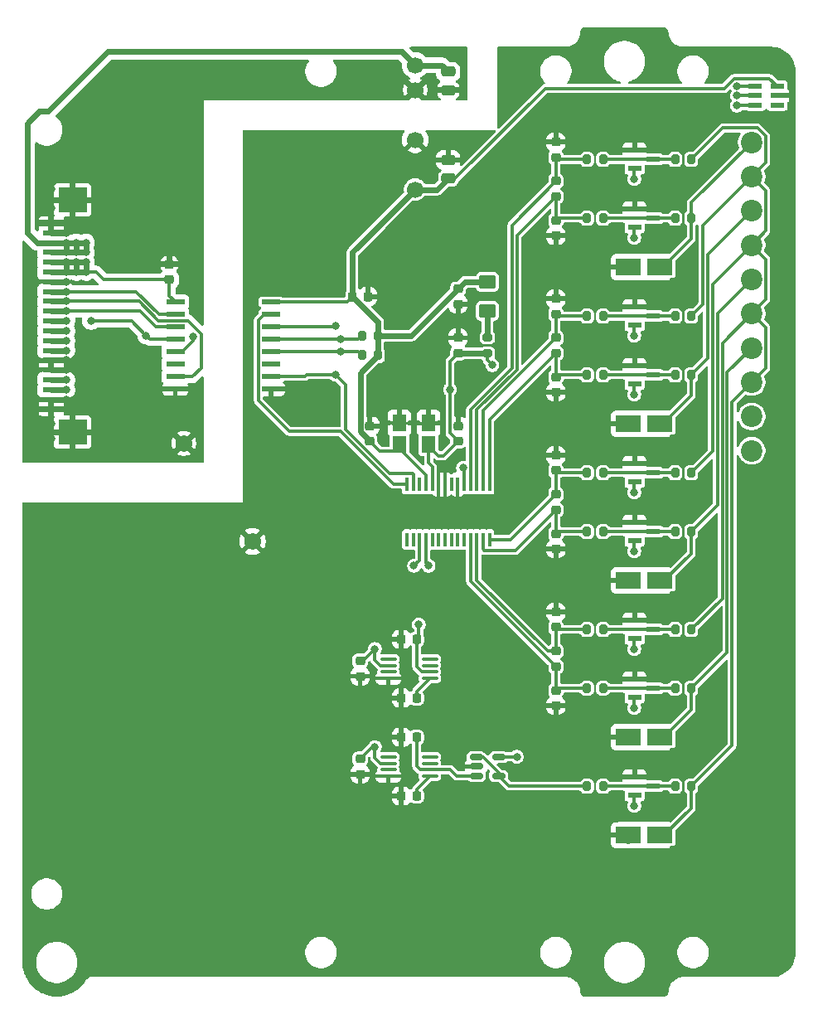
<source format=gbr>
%TF.GenerationSoftware,KiCad,Pcbnew,9.0.3*%
%TF.CreationDate,2025-07-19T20:22:36+03:00*%
%TF.ProjectId,PMCNV-AI4T,504d434e-562d-4414-9934-542e6b696361,rev?*%
%TF.SameCoordinates,Original*%
%TF.FileFunction,Copper,L1,Top*%
%TF.FilePolarity,Positive*%
%FSLAX46Y46*%
G04 Gerber Fmt 4.6, Leading zero omitted, Abs format (unit mm)*
G04 Created by KiCad (PCBNEW 9.0.3) date 2025-07-19 20:22:36*
%MOMM*%
%LPD*%
G01*
G04 APERTURE LIST*
G04 Aperture macros list*
%AMRoundRect*
0 Rectangle with rounded corners*
0 $1 Rounding radius*
0 $2 $3 $4 $5 $6 $7 $8 $9 X,Y pos of 4 corners*
0 Add a 4 corners polygon primitive as box body*
4,1,4,$2,$3,$4,$5,$6,$7,$8,$9,$2,$3,0*
0 Add four circle primitives for the rounded corners*
1,1,$1+$1,$2,$3*
1,1,$1+$1,$4,$5*
1,1,$1+$1,$6,$7*
1,1,$1+$1,$8,$9*
0 Add four rect primitives between the rounded corners*
20,1,$1+$1,$2,$3,$4,$5,0*
20,1,$1+$1,$4,$5,$6,$7,0*
20,1,$1+$1,$6,$7,$8,$9,0*
20,1,$1+$1,$8,$9,$2,$3,0*%
G04 Aperture macros list end*
%TA.AperFunction,SMDPad,CuDef*%
%ADD10RoundRect,0.200000X-0.200000X-0.275000X0.200000X-0.275000X0.200000X0.275000X-0.200000X0.275000X0*%
%TD*%
%TA.AperFunction,SMDPad,CuDef*%
%ADD11R,1.397000X1.738275*%
%TD*%
%TA.AperFunction,SMDPad,CuDef*%
%ADD12RoundRect,0.225000X-0.250000X0.225000X-0.250000X-0.225000X0.250000X-0.225000X0.250000X0.225000X0*%
%TD*%
%TA.AperFunction,SMDPad,CuDef*%
%ADD13RoundRect,0.225000X0.250000X-0.225000X0.250000X0.225000X-0.250000X0.225000X-0.250000X-0.225000X0*%
%TD*%
%TA.AperFunction,SMDPad,CuDef*%
%ADD14RoundRect,0.225000X0.225000X0.250000X-0.225000X0.250000X-0.225000X-0.250000X0.225000X-0.250000X0*%
%TD*%
%TA.AperFunction,ComponentPad*%
%ADD15C,1.725000*%
%TD*%
%TA.AperFunction,SMDPad,CuDef*%
%ADD16R,1.422400X0.558800*%
%TD*%
%TA.AperFunction,SMDPad,CuDef*%
%ADD17R,2.565400X1.651000*%
%TD*%
%TA.AperFunction,SMDPad,CuDef*%
%ADD18R,1.854200X0.482600*%
%TD*%
%TA.AperFunction,SMDPad,CuDef*%
%ADD19RoundRect,0.200000X-0.275000X0.200000X-0.275000X-0.200000X0.275000X-0.200000X0.275000X0.200000X0*%
%TD*%
%TA.AperFunction,ComponentPad*%
%ADD20C,1.700000*%
%TD*%
%TA.AperFunction,SMDPad,CuDef*%
%ADD21R,1.473200X0.558800*%
%TD*%
%TA.AperFunction,SMDPad,CuDef*%
%ADD22RoundRect,0.250000X0.475000X-0.250000X0.475000X0.250000X-0.475000X0.250000X-0.475000X-0.250000X0*%
%TD*%
%TA.AperFunction,SMDPad,CuDef*%
%ADD23RoundRect,0.100000X-0.712500X-0.100000X0.712500X-0.100000X0.712500X0.100000X-0.712500X0.100000X0*%
%TD*%
%TA.AperFunction,SMDPad,CuDef*%
%ADD24R,1.800000X0.600000*%
%TD*%
%TA.AperFunction,SMDPad,CuDef*%
%ADD25R,3.000000X2.600000*%
%TD*%
%TA.AperFunction,SMDPad,CuDef*%
%ADD26RoundRect,0.200000X0.200000X0.275000X-0.200000X0.275000X-0.200000X-0.275000X0.200000X-0.275000X0*%
%TD*%
%TA.AperFunction,SMDPad,CuDef*%
%ADD27R,0.355600X1.473200*%
%TD*%
%TA.AperFunction,ComponentPad*%
%ADD28C,2.200000*%
%TD*%
%TA.AperFunction,SMDPad,CuDef*%
%ADD29RoundRect,0.150000X-0.512500X-0.150000X0.512500X-0.150000X0.512500X0.150000X-0.512500X0.150000X0*%
%TD*%
%TA.AperFunction,SMDPad,CuDef*%
%ADD30RoundRect,0.250001X0.624999X-0.462499X0.624999X0.462499X-0.624999X0.462499X-0.624999X-0.462499X0*%
%TD*%
%TA.AperFunction,SMDPad,CuDef*%
%ADD31RoundRect,0.250000X-0.475000X0.250000X-0.475000X-0.250000X0.475000X-0.250000X0.475000X0.250000X0*%
%TD*%
%TA.AperFunction,ViaPad*%
%ADD32C,0.800000*%
%TD*%
%TA.AperFunction,Conductor*%
%ADD33C,0.300000*%
%TD*%
%TA.AperFunction,Conductor*%
%ADD34C,0.600000*%
%TD*%
G04 APERTURE END LIST*
D10*
%TO.P,R4,1*%
%TO.N,/AIN7*%
X18175000Y30000000D03*
%TO.P,R4,2*%
%TO.N,Net-(R4-Pad2)*%
X19825000Y30000000D03*
%TD*%
D11*
%TO.P,C10,1*%
%TO.N,+5V_CNV_FLT*%
X2000000Y6913337D03*
%TO.P,C10,2*%
%TO.N,GND_CNV*%
X2000000Y9086663D03*
%TD*%
D10*
%TO.P,R16,1*%
%TO.N,Net-(R14-Pad2)*%
X27175000Y-2000000D03*
%TO.P,R16,2*%
%TO.N,/CH2*%
X28825000Y-2000000D03*
%TD*%
D12*
%TO.P,C13,1*%
%TO.N,+5V_CNV_FLT*%
X-5000000Y-15225000D03*
%TO.P,C13,2*%
%TO.N,GND_CNV*%
X-5000000Y-16775000D03*
%TD*%
D13*
%TO.P,C28,1*%
%TO.N,/AIN2*%
X15000000Y-11775000D03*
%TO.P,C28,2*%
%TO.N,GND_CNV*%
X15000000Y-10225000D03*
%TD*%
%TO.P,C9,1*%
%TO.N,+5V_CNV_FLT*%
X5000000Y16225000D03*
%TO.P,C9,2*%
%TO.N,GND_CNV*%
X5000000Y17775000D03*
%TD*%
D14*
%TO.P,C15,1*%
%TO.N,Net-(U3-Trim{slash}NR)*%
X775000Y-29000000D03*
%TO.P,C15,2*%
%TO.N,GND_CNV*%
X-775000Y-29000000D03*
%TD*%
D13*
%TO.P,C7,1*%
%TO.N,+5V_CNV*%
X-4000000Y7225000D03*
%TO.P,C7,2*%
%TO.N,GND_CNV*%
X-4000000Y8775000D03*
%TD*%
D15*
%TO.P,U4,1*%
%TO.N,GND_MCU*%
X-23000000Y7000000D03*
%TD*%
D13*
%TO.P,C25,1*%
%TO.N,/AIN4*%
X15000000Y4225000D03*
%TO.P,C25,2*%
%TO.N,GND_CNV*%
X15000000Y5775000D03*
%TD*%
D16*
%TO.P,U9,1*%
%TO.N,GND_CNV*%
X23034800Y36952500D03*
%TO.P,U9,2*%
%TO.N,+5V_CNV_FLT*%
X23034800Y35047500D03*
%TO.P,U9,3*%
%TO.N,Net-(R6-Pad2)*%
X24965200Y36000000D03*
%TD*%
D17*
%TO.P,D2,1,A1*%
%TO.N,GND_CNV*%
X22387100Y-33000000D03*
%TO.P,D2,2,A2*%
%TO.N,/CHCOM*%
X25612900Y-33000000D03*
%TD*%
D10*
%TO.P,R18,1*%
%TO.N,/AIN1*%
X18175000Y-18000000D03*
%TO.P,R18,2*%
%TO.N,Net-(R18-Pad2)*%
X19825000Y-18000000D03*
%TD*%
D18*
%TO.P,U7,1,VDDA*%
%TO.N,+3.3V_MCU*%
X-23876800Y21445000D03*
%TO.P,U7,2,VI1*%
%TO.N,/MOSI_MCU*%
X-23876800Y20175000D03*
%TO.P,U7,3,VI2*%
%TO.N,/SCK_MCU*%
X-23876800Y18905000D03*
%TO.P,U7,4,VI3*%
%TO.N,/CS_AD_MCU*%
X-23876800Y17635000D03*
%TO.P,U7,5,VI4*%
%TO.N,/CS_T_MCU*%
X-23876800Y16365000D03*
%TO.P,U7,6,VI5*%
%TO.N,unconnected-(U7-VI5-Pad6)*%
X-23876800Y15095000D03*
%TO.P,U7,7,VO6*%
%TO.N,/MISO_MCU*%
X-23876800Y13825000D03*
%TO.P,U7,8,GNDA*%
%TO.N,GND_MCU*%
X-23876800Y12555000D03*
%TO.P,U7,9,GNDB*%
%TO.N,GND_CNV*%
X-14123200Y12555000D03*
%TO.P,U7,10,VI6*%
%TO.N,/MISO_CNV*%
X-14123200Y13825000D03*
%TO.P,U7,11,V05*%
%TO.N,unconnected-(U7-V05-Pad11)*%
X-14123200Y15095000D03*
%TO.P,U7,12,V04*%
%TO.N,/CS_T_CNV*%
X-14123200Y16365000D03*
%TO.P,U7,13,VO3*%
%TO.N,/CS_AD_CNV*%
X-14123200Y17635000D03*
%TO.P,U7,14,VO2*%
%TO.N,/SCK_CNV*%
X-14123200Y18905000D03*
%TO.P,U7,15,VO1*%
%TO.N,/MOSI_CNV*%
X-14123200Y20175000D03*
%TO.P,U7,16,VDDB*%
%TO.N,+5V_CNV*%
X-14123200Y21445000D03*
%TD*%
D16*
%TO.P,U14,1*%
%TO.N,GND_CNV*%
X23034800Y4952500D03*
%TO.P,U14,2*%
%TO.N,+5V_CNV_FLT*%
X23034800Y3047500D03*
%TO.P,U14,3*%
%TO.N,Net-(R15-Pad2)*%
X24965200Y4000000D03*
%TD*%
D10*
%TO.P,R5,1*%
%TO.N,Net-(R4-Pad2)*%
X27175000Y30000000D03*
%TO.P,R5,2*%
%TO.N,/CH0*%
X28825000Y30000000D03*
%TD*%
D19*
%TO.P,R3,1*%
%TO.N,Net-(L1-Pad1)*%
X8000000Y17825000D03*
%TO.P,R3,2*%
%TO.N,+5V_CNV_FLT*%
X8000000Y16175000D03*
%TD*%
D16*
%TO.P,U12,1*%
%TO.N,GND_CNV*%
X23034800Y20952500D03*
%TO.P,U12,2*%
%TO.N,+5V_CNV_FLT*%
X23034800Y19047500D03*
%TO.P,U12,3*%
%TO.N,Net-(R11-Pad2)*%
X24965200Y20000000D03*
%TD*%
D10*
%TO.P,R10,1*%
%TO.N,/AIN5*%
X18175000Y14000000D03*
%TO.P,R10,2*%
%TO.N,Net-(R10-Pad2)*%
X19825000Y14000000D03*
%TD*%
D14*
%TO.P,C5,1*%
%TO.N,GND_CNV*%
X-4225000Y22000000D03*
%TO.P,C5,2*%
%TO.N,+5V_CNV*%
X-5775000Y22000000D03*
%TD*%
D16*
%TO.P,U16,1*%
%TO.N,GND_CNV*%
X23034800Y-11047500D03*
%TO.P,U16,2*%
%TO.N,+5V_CNV_FLT*%
X23034800Y-12952500D03*
%TO.P,U16,3*%
%TO.N,Net-(R19-Pad2)*%
X24965200Y-12000000D03*
%TD*%
D17*
%TO.P,D1,1,A1*%
%TO.N,GND_CNV*%
X22387100Y25000000D03*
%TO.P,D1,2,A2*%
%TO.N,/CH0*%
X25612900Y25000000D03*
%TD*%
D13*
%TO.P,C3,1*%
%TO.N,+3.3V_MCU*%
X-24500000Y23725000D03*
%TO.P,C3,2*%
%TO.N,GND_MCU*%
X-24500000Y25275000D03*
%TD*%
D10*
%TO.P,R8,1*%
%TO.N,Net-(R8-Pad1)*%
X27175000Y-28000000D03*
%TO.P,R8,2*%
%TO.N,/CHCOM*%
X28825000Y-28000000D03*
%TD*%
D12*
%TO.P,C19,1*%
%TO.N,/AIN7*%
X15000000Y29775000D03*
%TO.P,C19,2*%
%TO.N,GND_CNV*%
X15000000Y28225000D03*
%TD*%
D10*
%TO.P,R9,1*%
%TO.N,+2V5_CNV_BUF*%
X18175000Y-28000000D03*
%TO.P,R9,2*%
%TO.N,Net-(R8-Pad1)*%
X19825000Y-28000000D03*
%TD*%
D20*
%TO.P,PS1,1,Vin*%
%TO.N,+5V_MCU*%
X625000Y45615000D03*
%TO.P,PS1,2,GND*%
%TO.N,GND_MCU*%
X625000Y43075000D03*
%TO.P,PS1,4,0V*%
%TO.N,GND_CNV*%
X625000Y37995000D03*
%TO.P,PS1,6,+V*%
%TO.N,+5V_CNV*%
X625000Y32915000D03*
%TD*%
D21*
%TO.P,U18,1,NC*%
%TO.N,unconnected-(U18-NC-Pad1)*%
X37617600Y41549999D03*
%TO.P,U18,2,GND*%
%TO.N,GND_CNV*%
X37617600Y42500000D03*
%TO.P,U18,3,V+*%
%TO.N,+5V_CNV*%
X37617600Y43450001D03*
%TO.P,U18,4,SCK*%
%TO.N,/SCK_CNV*%
X35382400Y43450001D03*
%TO.P,U18,5,CS*%
%TO.N,/CS_T_CNV*%
X35382400Y42500000D03*
%TO.P,U18,6,MISO*%
%TO.N,/MISO_CNV*%
X35382400Y41549999D03*
%TD*%
D22*
%TO.P,C2,1*%
%TO.N,+5V_CNV*%
X4000000Y34050000D03*
%TO.P,C2,2*%
%TO.N,GND_CNV*%
X4000000Y35950000D03*
%TD*%
D16*
%TO.P,U10,1*%
%TO.N,GND_CNV*%
X23034800Y-27047500D03*
%TO.P,U10,2*%
%TO.N,+5V_CNV_FLT*%
X23034800Y-28952500D03*
%TO.P,U10,3*%
%TO.N,Net-(R8-Pad1)*%
X24965200Y-28000000D03*
%TD*%
D12*
%TO.P,C14,1*%
%TO.N,+5V_CNV_FLT*%
X-5000000Y-25225000D03*
%TO.P,C14,2*%
%TO.N,GND_CNV*%
X-5000000Y-26775000D03*
%TD*%
D16*
%TO.P,U11,1*%
%TO.N,GND_CNV*%
X23034800Y14952500D03*
%TO.P,U11,2*%
%TO.N,+5V_CNV_FLT*%
X23034800Y13047500D03*
%TO.P,U11,3*%
%TO.N,Net-(R10-Pad2)*%
X24965200Y14000000D03*
%TD*%
D13*
%TO.P,C22,1*%
%TO.N,/AIN6*%
X15000000Y20225000D03*
%TO.P,C22,2*%
%TO.N,GND_CNV*%
X15000000Y21775000D03*
%TD*%
D10*
%TO.P,R21,1*%
%TO.N,Net-(R19-Pad2)*%
X27175000Y-12000000D03*
%TO.P,R21,2*%
%TO.N,/CHCOM*%
X28825000Y-12000000D03*
%TD*%
D11*
%TO.P,C8,1*%
%TO.N,+5V_CNV*%
X-1000000Y6913337D03*
%TO.P,C8,2*%
%TO.N,GND_CNV*%
X-1000000Y9086663D03*
%TD*%
D14*
%TO.P,C16,1*%
%TO.N,+2V5_CNV*%
X775000Y-23000000D03*
%TO.P,C16,2*%
%TO.N,GND_CNV*%
X-775000Y-23000000D03*
%TD*%
D13*
%TO.P,C12,1*%
%TO.N,+5V_CNV_FLT*%
X5000000Y7225000D03*
%TO.P,C12,2*%
%TO.N,GND_CNV*%
X5000000Y8775000D03*
%TD*%
D12*
%TO.P,C20,1*%
%TO.N,/AIN5*%
X15000000Y13775000D03*
%TO.P,C20,2*%
%TO.N,GND_CNV*%
X15000000Y12225000D03*
%TD*%
%TO.P,C11,1*%
%TO.N,+5V_CNV*%
X5000000Y22775000D03*
%TO.P,C11,2*%
%TO.N,GND_CNV*%
X5000000Y21225000D03*
%TD*%
D17*
%TO.P,D3,1,A1*%
%TO.N,GND_CNV*%
X22387100Y9000000D03*
%TO.P,D3,2,A2*%
%TO.N,/CH1*%
X25612900Y9000000D03*
%TD*%
D13*
%TO.P,C17,1*%
%TO.N,/AIN8*%
X15000000Y36225000D03*
%TO.P,C17,2*%
%TO.N,GND_CNV*%
X15000000Y37775000D03*
%TD*%
D10*
%TO.P,R17,1*%
%TO.N,Net-(R15-Pad2)*%
X27175000Y4000000D03*
%TO.P,R17,2*%
%TO.N,/CHCOM*%
X28825000Y4000000D03*
%TD*%
%TO.P,R6,1*%
%TO.N,/AIN8*%
X18175000Y36000000D03*
%TO.P,R6,2*%
%TO.N,Net-(R6-Pad2)*%
X19825000Y36000000D03*
%TD*%
%TO.P,R13,1*%
%TO.N,Net-(R11-Pad2)*%
X27175000Y20000000D03*
%TO.P,R13,2*%
%TO.N,/CHCOM*%
X28825000Y20000000D03*
%TD*%
D13*
%TO.P,C21,1*%
%TO.N,/AIN5*%
X15000000Y16225000D03*
%TO.P,C21,2*%
%TO.N,/AIN6*%
X15000000Y17775000D03*
%TD*%
%TO.P,C24,1*%
%TO.N,/AIN3*%
X15000000Y225000D03*
%TO.P,C24,2*%
%TO.N,/AIN4*%
X15000000Y1775000D03*
%TD*%
D14*
%TO.P,C6,1*%
%TO.N,+4V096_CNV*%
X775000Y-13000000D03*
%TO.P,C6,2*%
%TO.N,GND_CNV*%
X-775000Y-13000000D03*
%TD*%
D13*
%TO.P,C18,1*%
%TO.N,/AIN7*%
X15000000Y32225000D03*
%TO.P,C18,2*%
%TO.N,/AIN8*%
X15000000Y33775000D03*
%TD*%
D17*
%TO.P,D4,1,A1*%
%TO.N,GND_CNV*%
X22387100Y-7000000D03*
%TO.P,D4,2,A2*%
%TO.N,/CH2*%
X25612900Y-7000000D03*
%TD*%
D23*
%TO.P,U6,1,DNC*%
%TO.N,unconnected-(U6-DNC-Pad1)*%
X-2112500Y-15025000D03*
%TO.P,U6,2,Vin*%
%TO.N,+5V_CNV_FLT*%
X-2112500Y-15675000D03*
%TO.P,U6,3,Temp*%
%TO.N,unconnected-(U6-Temp-Pad3)*%
X-2112500Y-16325000D03*
%TO.P,U6,4,GND*%
%TO.N,GND_CNV*%
X-2112500Y-16975000D03*
%TO.P,U6,5,Trim/NR*%
%TO.N,Net-(U6-Trim{slash}NR)*%
X2112500Y-16975000D03*
%TO.P,U6,6,Vout*%
%TO.N,+4V096_CNV*%
X2112500Y-16325000D03*
%TO.P,U6,7,NC*%
%TO.N,unconnected-(U6-NC-Pad7)*%
X2112500Y-15675000D03*
%TO.P,U6,8,DNC*%
%TO.N,unconnected-(U6-DNC-Pad8)*%
X2112500Y-15025000D03*
%TD*%
D24*
%TO.P,JM1,1,Pin_1*%
%TO.N,GND_MCU*%
X-36546000Y10500000D03*
%TO.P,JM1,2,Pin_2*%
X-36546000Y11500000D03*
%TO.P,JM1,3,Pin_3*%
%TO.N,/SCL_MCU*%
X-36546000Y12500000D03*
%TO.P,JM1,4,Pin_4*%
%TO.N,/SDA_MCU*%
X-36546000Y13500000D03*
%TO.P,JM1,5,Pin_5*%
%TO.N,GND_MCU*%
X-36546000Y14500000D03*
%TO.P,JM1,6,Pin_6*%
X-36546000Y15500000D03*
%TO.P,JM1,7,Pin_7*%
%TO.N,/CS3_MCU*%
X-36546000Y16500000D03*
%TO.P,JM1,8,Pin_8*%
%TO.N,/CS2_MCU*%
X-36546000Y17500000D03*
%TO.P,JM1,9,Pin_9*%
%TO.N,/CS1_MCU*%
X-36546000Y18500000D03*
%TO.P,JM1,10,Pin_10*%
%TO.N,/CS0_MCU*%
X-36546000Y19500000D03*
%TO.P,JM1,11,Pin_11*%
%TO.N,/SCK_MCU*%
X-36546000Y20500000D03*
%TO.P,JM1,12,Pin_11*%
%TO.N,/MISO_MCU*%
X-36546000Y21500000D03*
%TO.P,JM1,13,Pin_11*%
%TO.N,/MOSI_MCU*%
X-36546000Y22500000D03*
%TO.P,JM1,14,Pin_11*%
%TO.N,GND_MCU*%
X-36546000Y23500000D03*
%TO.P,JM1,15,Pin_11*%
%TO.N,+3.3V_MCU*%
X-36546000Y24500000D03*
%TO.P,JM1,16,Pin_11*%
X-36546000Y25500000D03*
%TO.P,JM1,17,Pin_11*%
%TO.N,+5V_MCU*%
X-36546000Y26500000D03*
%TO.P,JM1,18,Pin_11*%
X-36546000Y27500000D03*
%TO.P,JM1,19,Pin_11*%
%TO.N,GND_MCU*%
X-36546000Y28500000D03*
%TO.P,JM1,20,Pin_11*%
X-36546000Y29500000D03*
D25*
%TO.P,JM1,MP1,Pin_11*%
X-34375000Y8150000D03*
%TO.P,JM1,MP2,Pin_11*%
X-34375000Y31850000D03*
%TD*%
D10*
%TO.P,R11,1*%
%TO.N,/AIN6*%
X18175000Y20000000D03*
%TO.P,R11,2*%
%TO.N,Net-(R11-Pad2)*%
X19825000Y20000000D03*
%TD*%
%TO.P,R7,1*%
%TO.N,Net-(R6-Pad2)*%
X27175000Y36000000D03*
%TO.P,R7,2*%
%TO.N,/CHCOM*%
X28825000Y36000000D03*
%TD*%
D26*
%TO.P,R1,1*%
%TO.N,+5V_CNV*%
X-3175000Y18000000D03*
%TO.P,R1,2*%
%TO.N,/CS_AD_CNV*%
X-4825000Y18000000D03*
%TD*%
D23*
%TO.P,U3,1,DNC*%
%TO.N,unconnected-(U3-DNC-Pad1)*%
X-2112500Y-25025000D03*
%TO.P,U3,2,Vin*%
%TO.N,+5V_CNV_FLT*%
X-2112500Y-25675000D03*
%TO.P,U3,3,Temp*%
%TO.N,unconnected-(U3-Temp-Pad3)*%
X-2112500Y-26325000D03*
%TO.P,U3,4,GND*%
%TO.N,GND_CNV*%
X-2112500Y-26975000D03*
%TO.P,U3,5,Trim/NR*%
%TO.N,Net-(U3-Trim{slash}NR)*%
X2112500Y-26975000D03*
%TO.P,U3,6,Vout*%
%TO.N,+2V5_CNV*%
X2112500Y-26325000D03*
%TO.P,U3,7,NC*%
%TO.N,unconnected-(U3-NC-Pad7)*%
X2112500Y-25675000D03*
%TO.P,U3,8,DNC*%
%TO.N,unconnected-(U3-DNC-Pad8)*%
X2112500Y-25025000D03*
%TD*%
D27*
%TO.P,U2,1,MCLK1*%
%TO.N,unconnected-(U2-MCLK1-Pad1)*%
X-225000Y-2819400D03*
%TO.P,U2,2,MCLK2*%
%TO.N,unconnected-(U2-MCLK2-Pad2)*%
X425001Y-2819400D03*
%TO.P,U2,3,SCK*%
%TO.N,/SCK_CNV*%
X1075000Y-2819400D03*
%TO.P,U2,4,CS*%
%TO.N,/CS_AD_CNV*%
X1725001Y-2819400D03*
%TO.P,U2,5,P3*%
%TO.N,/P3*%
X2374999Y-2819400D03*
%TO.P,U2,6,P2*%
%TO.N,/P2*%
X3025001Y-2819400D03*
%TO.P,U2,7,P1*%
%TO.N,/P1*%
X3674999Y-2819400D03*
%TO.P,U2,8,P0*%
%TO.N,/P0*%
X4324998Y-2819400D03*
%TO.P,U2,9,NC*%
%TO.N,unconnected-(U2-NC-Pad9)*%
X4974999Y-2819400D03*
%TO.P,U2,10,AINCOM*%
%TO.N,unconnected-(U2-AINCOM-Pad10)*%
X5624998Y-2819400D03*
%TO.P,U2,11,AIN1*%
%TO.N,/AIN1*%
X6274999Y-2819400D03*
%TO.P,U2,12,AIN2*%
%TO.N,/AIN2*%
X6924998Y-2819400D03*
%TO.P,U2,13,AIN3*%
%TO.N,/AIN3*%
X7574999Y-2819400D03*
%TO.P,U2,14,AIN4*%
%TO.N,/AIN4*%
X8224998Y-2819400D03*
%TO.P,U2,15,AIN5*%
%TO.N,/AIN5*%
X8225000Y2819400D03*
%TO.P,U2,16,AIN6*%
%TO.N,/AIN6*%
X7574999Y2819400D03*
%TO.P,U2,17,AIN7*%
%TO.N,/AIN7*%
X6925000Y2819400D03*
%TO.P,U2,18,AIN8*%
%TO.N,/AIN8*%
X6274999Y2819400D03*
%TO.P,U2,19,REFIN1(+)*%
%TO.N,+4V096_CNV*%
X5625001Y2819400D03*
%TO.P,U2,20,REFIN1(-)*%
%TO.N,GND_CNV*%
X4974999Y2819400D03*
%TO.P,U2,21,BPDSW*%
%TO.N,unconnected-(U2-BPDSW-Pad21)*%
X4325001Y2819400D03*
%TO.P,U2,22,AGND*%
%TO.N,GND_CNV*%
X3674999Y2819400D03*
%TO.P,U2,23,DGND*%
X3025001Y2819400D03*
%TO.P,U2,24,AVDD*%
%TO.N,+5V_CNV_FLT*%
X2374999Y2819400D03*
%TO.P,U2,25,DVDD*%
%TO.N,+5V_CNV*%
X1725001Y2819400D03*
%TO.P,U2,26,\u002ASYNC*%
%TO.N,unconnected-(U2-\u002ASYNC-Pad26)*%
X1075000Y2819400D03*
%TO.P,U2,27,MISO*%
%TO.N,/MISO_CNV*%
X425001Y2819400D03*
%TO.P,U2,28,MOSI*%
%TO.N,/MOSI_CNV*%
X-225000Y2819400D03*
%TD*%
D10*
%TO.P,R20,1*%
%TO.N,Net-(R18-Pad2)*%
X27175000Y-18000000D03*
%TO.P,R20,2*%
%TO.N,/CH3*%
X28825000Y-18000000D03*
%TD*%
D28*
%TO.P,J1,1,Pin_1*%
%TO.N,unconnected-(J1-Pin_1-Pad1)*%
X35000000Y6250000D03*
%TO.P,J1,2,Pin_2*%
%TO.N,unconnected-(J1-Pin_2-Pad2)*%
X35000000Y9750000D03*
%TO.P,J1,3,Pin_3*%
%TO.N,/CHCOM*%
X35000000Y13250000D03*
%TO.P,J1,4,Pin_4*%
%TO.N,/CH3*%
X35000000Y16750000D03*
%TO.P,J1,5,Pin_5*%
%TO.N,/CHCOM*%
X35000000Y20250000D03*
%TO.P,J1,6,Pin_6*%
%TO.N,/CH2*%
X35000000Y23750000D03*
%TO.P,J1,7,Pin_7*%
%TO.N,/CHCOM*%
X35000000Y27250000D03*
%TO.P,J1,8,Pin_8*%
%TO.N,/CH1*%
X35000000Y30750000D03*
%TO.P,J1,9,Pin_9*%
%TO.N,/CHCOM*%
X35000000Y34250000D03*
%TO.P,J1,10,Pin_10*%
%TO.N,/CH0*%
X35000000Y37750000D03*
%TD*%
D29*
%TO.P,U17,1*%
%TO.N,+2V5_CNV_BUF*%
X6862500Y-25050000D03*
%TO.P,U17,2,V-*%
%TO.N,GND_CNV*%
X6862500Y-26000000D03*
%TO.P,U17,3,+*%
%TO.N,+2V5_CNV*%
X6862500Y-26950000D03*
%TO.P,U17,4,-*%
%TO.N,+2V5_CNV_BUF*%
X9137500Y-26950000D03*
%TO.P,U17,5,V+*%
%TO.N,+5V_CNV_FLT*%
X9137500Y-25050000D03*
%TD*%
D14*
%TO.P,C4,1*%
%TO.N,Net-(U6-Trim{slash}NR)*%
X775000Y-19000000D03*
%TO.P,C4,2*%
%TO.N,GND_CNV*%
X-775000Y-19000000D03*
%TD*%
D12*
%TO.P,C26,1*%
%TO.N,/AIN1*%
X15000000Y-18225000D03*
%TO.P,C26,2*%
%TO.N,GND_CNV*%
X15000000Y-19775000D03*
%TD*%
D10*
%TO.P,R15,1*%
%TO.N,/AIN4*%
X18175000Y4000000D03*
%TO.P,R15,2*%
%TO.N,Net-(R15-Pad2)*%
X19825000Y4000000D03*
%TD*%
D15*
%TO.P,U5,1*%
%TO.N,GND_CNV*%
X-16000000Y-3000000D03*
%TD*%
D17*
%TO.P,D5,1,A1*%
%TO.N,GND_CNV*%
X22387100Y-23000000D03*
%TO.P,D5,2,A2*%
%TO.N,/CH3*%
X25612900Y-23000000D03*
%TD*%
D16*
%TO.P,U13,1*%
%TO.N,GND_CNV*%
X23034800Y-1047500D03*
%TO.P,U13,2*%
%TO.N,+5V_CNV_FLT*%
X23034800Y-2952500D03*
%TO.P,U13,3*%
%TO.N,Net-(R14-Pad2)*%
X24965200Y-2000000D03*
%TD*%
%TO.P,U15,1*%
%TO.N,GND_CNV*%
X23034800Y-17047500D03*
%TO.P,U15,2*%
%TO.N,+5V_CNV_FLT*%
X23034800Y-18952500D03*
%TO.P,U15,3*%
%TO.N,Net-(R18-Pad2)*%
X24965200Y-18000000D03*
%TD*%
D30*
%TO.P,L1,1*%
%TO.N,Net-(L1-Pad1)*%
X8000000Y20512500D03*
%TO.P,L1,2*%
%TO.N,+5V_CNV*%
X8000000Y23487500D03*
%TD*%
D26*
%TO.P,R2,1*%
%TO.N,+5V_CNV*%
X-3175000Y16000000D03*
%TO.P,R2,2*%
%TO.N,/CS_T_CNV*%
X-4825000Y16000000D03*
%TD*%
D13*
%TO.P,C27,1*%
%TO.N,/AIN1*%
X15000000Y-15775000D03*
%TO.P,C27,2*%
%TO.N,/AIN2*%
X15000000Y-14225000D03*
%TD*%
D16*
%TO.P,U8,1*%
%TO.N,GND_CNV*%
X23034800Y30952500D03*
%TO.P,U8,2*%
%TO.N,+5V_CNV_FLT*%
X23034800Y29047500D03*
%TO.P,U8,3*%
%TO.N,Net-(R4-Pad2)*%
X24965200Y30000000D03*
%TD*%
D10*
%TO.P,R19,1*%
%TO.N,/AIN2*%
X18175000Y-12000000D03*
%TO.P,R19,2*%
%TO.N,Net-(R19-Pad2)*%
X19825000Y-12000000D03*
%TD*%
%TO.P,R12,1*%
%TO.N,Net-(R10-Pad2)*%
X27175000Y14000000D03*
%TO.P,R12,2*%
%TO.N,/CH1*%
X28825000Y14000000D03*
%TD*%
D12*
%TO.P,C23,1*%
%TO.N,/AIN3*%
X15000000Y-2225000D03*
%TO.P,C23,2*%
%TO.N,GND_CNV*%
X15000000Y-3775000D03*
%TD*%
D10*
%TO.P,R14,1*%
%TO.N,/AIN3*%
X18175000Y-2000000D03*
%TO.P,R14,2*%
%TO.N,Net-(R14-Pad2)*%
X19825000Y-2000000D03*
%TD*%
D31*
%TO.P,C1,1*%
%TO.N,+5V_MCU*%
X4000000Y44950000D03*
%TO.P,C1,2*%
%TO.N,GND_MCU*%
X4000000Y43050000D03*
%TD*%
D32*
%TO.N,+4V096_CNV*%
X1000000Y-11500000D03*
X5500000Y4500000D03*
%TO.N,+5V_MCU*%
X-35000000Y26500000D03*
X-34000000Y27500000D03*
X-33000000Y26500000D03*
X-34000000Y26500000D03*
X-33000000Y27500000D03*
X-35000000Y27500000D03*
%TO.N,GND_MCU*%
X-24000000Y27500000D03*
X-35000000Y29500000D03*
X-35000000Y23500000D03*
X-35000000Y15500000D03*
X-32000000Y31000000D03*
X-32000000Y9000000D03*
X-36500000Y7500000D03*
X-35000000Y10500000D03*
X-35000000Y28500000D03*
X-35000000Y11500000D03*
X-32000000Y7500000D03*
X-36500000Y31000000D03*
X-36500000Y9000000D03*
X-25000000Y27500000D03*
X-36500000Y33000000D03*
X-26000000Y27500000D03*
X-35000000Y14500000D03*
X-32000000Y33000000D03*
%TO.N,GND_CNV*%
X4000000Y-1000000D03*
X4000000Y1000000D03*
X-13000000Y11000000D03*
X2000000Y-1000000D03*
X2000000Y1000000D03*
X-11000000Y11000000D03*
X-12000000Y12000000D03*
X3000000Y0D03*
X4500000Y5500000D03*
X3500000Y4500000D03*
X-12000000Y10000000D03*
%TO.N,+3.3V_MCU*%
X-35000000Y24500000D03*
X-34000000Y25500000D03*
X-33000000Y24500000D03*
X-34000000Y24500000D03*
X-35000000Y25500000D03*
X-33000000Y25500000D03*
%TO.N,/CS_AD_CNV*%
X-7000000Y17635000D03*
X2000000Y-5500000D03*
%TO.N,/CS_T_CNV*%
X-7000000Y16365000D03*
X33500000Y42500000D03*
%TO.N,/CS_T_MCU*%
X-22081031Y17918969D03*
%TO.N,/MISO_CNV*%
X-7500000Y14000000D03*
X33500000Y41500000D03*
%TO.N,/MOSI_MCU*%
X-35000000Y22500000D03*
%TO.N,/SCK_CNV*%
X-7500000Y19000000D03*
X33500000Y43500000D03*
X500000Y-5500000D03*
%TO.N,/MISO_MCU*%
X-35000000Y21500000D03*
%TO.N,/SCK_MCU*%
X-35000000Y20500000D03*
%TO.N,/CS_AD_MCU*%
X-26850000Y18000000D03*
X-32500000Y19500000D03*
%TO.N,+5V_CNV_FLT*%
X-3500000Y-14000000D03*
X8500000Y15000000D03*
X23000000Y-14000000D03*
X23000000Y18000000D03*
X4174000Y12500000D03*
X23000000Y-20000000D03*
X-3500000Y-24000000D03*
X23000000Y-4000000D03*
X11000000Y-25000000D03*
X23000000Y34000000D03*
X23000000Y28000000D03*
X23000000Y2000000D03*
X23000000Y12000000D03*
X23000000Y-30000000D03*
%TO.N,/CS1_MCU*%
X-35000000Y18500000D03*
%TO.N,/SDA_MCU*%
X-35000000Y13500000D03*
%TO.N,/CS0_MCU*%
X-35000000Y19500000D03*
%TO.N,/CS3_MCU*%
X-35000000Y16500000D03*
%TO.N,/CS2_MCU*%
X-35000000Y17500000D03*
%TO.N,/SCL_MCU*%
X-35000000Y12500000D03*
%TD*%
D33*
%TO.N,Net-(U6-Trim{slash}NR)*%
X775000Y-19000000D02*
X775000Y-18312500D01*
X775000Y-18312500D02*
X2112500Y-16975000D01*
%TO.N,Net-(U3-Trim{slash}NR)*%
X775000Y-29000000D02*
X775000Y-28312500D01*
X775000Y-28312500D02*
X2112500Y-26975000D01*
%TO.N,+2V5_CNV*%
X2112500Y-26325000D02*
X1175000Y-26325000D01*
X4837322Y-26950000D02*
X6862500Y-26950000D01*
X4212322Y-26325000D02*
X4837322Y-26950000D01*
X775000Y-25925000D02*
X775000Y-23000000D01*
X2112500Y-26325000D02*
X4212322Y-26325000D01*
X1175000Y-26325000D02*
X775000Y-25925000D01*
%TO.N,+4V096_CNV*%
X5625001Y4374999D02*
X5500000Y4500000D01*
X775000Y-15799999D02*
X775000Y-13000000D01*
X1000000Y-11500000D02*
X1000000Y-12775000D01*
X1300001Y-16325000D02*
X775000Y-15799999D01*
X1000000Y-12775000D02*
X775000Y-13000000D01*
X2112500Y-16325000D02*
X1300001Y-16325000D01*
X5625001Y2819400D02*
X5625001Y4374999D01*
D34*
%TO.N,+5V_MCU*%
X3335000Y45615000D02*
X4000000Y44950000D01*
X-33000000Y27500000D02*
X-33000000Y26500000D01*
X-39000000Y28500000D02*
X-39000000Y39688420D01*
X-36546000Y27500000D02*
X-35000000Y27500000D01*
X-37787420Y40901000D02*
X-36849000Y40901000D01*
X-36546000Y26500000D02*
X-35000000Y26500000D01*
X-36546000Y27500000D02*
X-38000000Y27500000D01*
X-34000000Y26500000D02*
X-33000000Y26500000D01*
X-34000000Y27500000D02*
X-33000000Y27500000D01*
X-760000Y47000000D02*
X625000Y45615000D01*
X-39000000Y39688420D02*
X-37787420Y40901000D01*
X-36849000Y40901000D02*
X-30750000Y47000000D01*
X-30750000Y47000000D02*
X-760000Y47000000D01*
X-35000000Y27500000D02*
X-34000000Y27500000D01*
X-35000000Y26500000D02*
X-34000000Y26500000D01*
X-38000000Y27500000D02*
X-39000000Y28500000D01*
X625000Y45615000D02*
X3335000Y45615000D01*
X-35000000Y27500000D02*
X-35000000Y26500000D01*
X-34000000Y27500000D02*
X-34000000Y26500000D01*
%TO.N,GND_MCU*%
X-36546000Y23500000D02*
X-35000000Y23500000D01*
X-36546000Y11500000D02*
X-35000000Y11500000D01*
X-36546000Y10500000D02*
X-35000000Y10500000D01*
X-36546000Y15500000D02*
X-35000000Y15500000D01*
X-36546000Y28500000D02*
X-35000000Y28500000D01*
X-35000000Y14500000D02*
X-36546000Y14500000D01*
X-36546000Y29500000D02*
X-35000000Y29500000D01*
D33*
%TO.N,+5V_CNV*%
X-1000000Y6500000D02*
X-1000000Y6913337D01*
X4000000Y34050000D02*
X4725000Y34050000D01*
D34*
X625000Y32915000D02*
X2865000Y32915000D01*
D33*
X1725001Y3774999D02*
X-1000000Y6500000D01*
X-14123200Y21445000D02*
X-6330000Y21445000D01*
D34*
X-5000000Y8225000D02*
X-4000000Y7225000D01*
X-3175000Y18000000D02*
X225000Y18000000D01*
D33*
X-6330000Y21445000D02*
X-5775000Y22000000D01*
X-1686754Y6198000D02*
X-2973000Y6198000D01*
D34*
X-3175000Y18000000D02*
X-3175000Y16000000D01*
X-5000000Y14175000D02*
X-5000000Y8225000D01*
D33*
X1725001Y2819400D02*
X1725001Y3774999D01*
X33188925Y44251000D02*
X36816601Y44251000D01*
D34*
X-3175000Y19400000D02*
X-5775000Y22000000D01*
X-5775000Y22000000D02*
X-5775000Y26515000D01*
X-5775000Y26515000D02*
X625000Y32915000D01*
D33*
X-2973000Y6198000D02*
X-4000000Y7225000D01*
X4725000Y34050000D02*
X13924000Y43249000D01*
X-1000000Y6884754D02*
X-1686754Y6198000D01*
X13924000Y43249000D02*
X32186925Y43249000D01*
X-1000000Y6913337D02*
X-1000000Y6884754D01*
D34*
X-3175000Y16000000D02*
X-5000000Y14175000D01*
X225000Y18000000D02*
X5000000Y22775000D01*
X2865000Y32915000D02*
X4000000Y34050000D01*
X5712500Y23487500D02*
X5000000Y22775000D01*
X-3175000Y18000000D02*
X-3175000Y19400000D01*
X8000000Y23487500D02*
X5712500Y23487500D01*
D33*
X36816601Y44251000D02*
X37617600Y43450001D01*
X32186925Y43249000D02*
X33188925Y44251000D01*
D34*
%TO.N,+3.3V_MCU*%
X-35000000Y24500000D02*
X-34000000Y24500000D01*
D33*
X-31225000Y23725000D02*
X-24500000Y23725000D01*
D34*
X-33000000Y25500000D02*
X-33000000Y24500000D01*
X-35000000Y25500000D02*
X-34000000Y25500000D01*
X-34000000Y25500000D02*
X-34000000Y24500000D01*
D33*
X-24500000Y22068200D02*
X-23876800Y21445000D01*
D34*
X-35000000Y25500000D02*
X-35000000Y24500000D01*
D33*
X-24500000Y23725000D02*
X-24500000Y22068200D01*
X-32000000Y24500000D02*
X-31225000Y23725000D01*
D34*
X-36546000Y25500000D02*
X-35000000Y25500000D01*
X-34000000Y25500000D02*
X-33000000Y25500000D01*
X-34000000Y24500000D02*
X-33000000Y24500000D01*
D33*
X-33000000Y24500000D02*
X-32000000Y24500000D01*
D34*
X-36546000Y24500000D02*
X-35000000Y24500000D01*
D33*
%TO.N,/CS_AD_CNV*%
X1725001Y-2819400D02*
X1725001Y-5225001D01*
X-7000000Y17635000D02*
X-14123200Y17635000D01*
X-5190000Y17635000D02*
X-4825000Y18000000D01*
X1725001Y-5225001D02*
X2000000Y-5500000D01*
X-7000000Y17635000D02*
X-5190000Y17635000D01*
%TO.N,/CS_T_CNV*%
X33500000Y42500000D02*
X35382400Y42500000D01*
X-5190000Y16365000D02*
X-4825000Y16000000D01*
X-7000000Y16365000D02*
X-14123200Y16365000D01*
X-7000000Y16365000D02*
X-5190000Y16365000D01*
%TO.N,/CS_T_MCU*%
X-22081031Y17474969D02*
X-23191000Y16365000D01*
X-22081031Y17918969D02*
X-22081031Y17474969D01*
X-23191000Y16365000D02*
X-23876800Y16365000D01*
%TO.N,/MISO_CNV*%
X-7500000Y14000000D02*
X-6500000Y13000000D01*
X-6500000Y8429178D02*
X-1977822Y3907000D01*
X374001Y3907000D02*
X425001Y3856000D01*
X33500000Y41500000D02*
X35332401Y41500000D01*
X-6500000Y13000000D02*
X-6500000Y8429178D01*
X-10500000Y14000000D02*
X-10675000Y13825000D01*
X-7500000Y14000000D02*
X-10500000Y14000000D01*
X35332401Y41500000D02*
X35382400Y41549999D01*
X425001Y3856000D02*
X425001Y2819400D01*
X-10675000Y13825000D02*
X-14123200Y13825000D01*
X-1977822Y3907000D02*
X374001Y3907000D01*
X-7675000Y13825000D02*
X-7500000Y14000000D01*
%TO.N,/MOSI_MCU*%
X-27887600Y22500000D02*
X-35000000Y22500000D01*
X-24876800Y20175000D02*
X-25562600Y20175000D01*
X-25562600Y20175000D02*
X-27887600Y22500000D01*
D34*
X-36546000Y22500000D02*
X-35000000Y22500000D01*
D33*
%TO.N,/MOSI_CNV*%
X-14809000Y20175000D02*
X-15401300Y19582700D01*
X-14123200Y20175000D02*
X-14809000Y20175000D01*
X-1598743Y2819400D02*
X-7001000Y8221657D01*
X-12221657Y8221657D02*
X-7001000Y8221657D01*
X-225000Y2819400D02*
X-1598743Y2819400D01*
X-15401300Y19582700D02*
X-15401300Y11401300D01*
X-15401300Y11401300D02*
X-12221657Y8221657D01*
%TO.N,/SCK_CNV*%
X500000Y-5500000D02*
X1075000Y-4925000D01*
X1075000Y-4925000D02*
X1075000Y-2819400D01*
X33500000Y43500000D02*
X35332401Y43500000D01*
X35332401Y43500000D02*
X35382400Y43450001D01*
X-7595000Y18905000D02*
X-7500000Y19000000D01*
X-7595000Y18905000D02*
X-14123200Y18905000D01*
D34*
%TO.N,/MISO_MCU*%
X-36546000Y21500000D02*
X-35000000Y21500000D01*
D33*
X-25593420Y19497300D02*
X-22598700Y19497300D01*
X-22598700Y19497300D02*
X-21249000Y18147600D01*
X-35000000Y21500000D02*
X-27596120Y21500000D01*
X-22112925Y13825000D02*
X-23876800Y13825000D01*
X-27596120Y21500000D02*
X-25593420Y19497300D01*
X-21249000Y14688925D02*
X-22112925Y13825000D01*
X-21249000Y18147600D02*
X-21249000Y14688925D01*
%TO.N,/SCK_MCU*%
X-25905000Y18905000D02*
X-27500000Y20500000D01*
X-27500000Y20500000D02*
X-35000000Y20500000D01*
X-24876800Y18905000D02*
X-25905000Y18905000D01*
D34*
X-36546000Y20500000D02*
X-35000000Y20500000D01*
D33*
%TO.N,/CS_AD_MCU*%
X-26850000Y18000000D02*
X-26485000Y17635000D01*
X-26485000Y17635000D02*
X-23876800Y17635000D01*
X-32500000Y19500000D02*
X-28350000Y19500000D01*
X-28350000Y19500000D02*
X-26850000Y18000000D01*
%TO.N,Net-(R4-Pad2)*%
X24965200Y30000000D02*
X19825000Y30000000D01*
X27175000Y30000000D02*
X24965200Y30000000D01*
%TO.N,+5V_CNV_FLT*%
X23000000Y28000000D02*
X23000000Y29012700D01*
X8000000Y15500000D02*
X8500000Y15000000D01*
X4174000Y12500000D02*
X4174000Y8051000D01*
X23000000Y35012700D02*
X23034800Y35047500D01*
X23000000Y-14000000D02*
X23000000Y-12987300D01*
X5000000Y7225000D02*
X3519200Y5744200D01*
X23000000Y-20000000D02*
X23000000Y-18987300D01*
X-3775000Y-24000000D02*
X-5000000Y-25225000D01*
X-3500000Y-14000000D02*
X-3500000Y-15099999D01*
X-3500000Y-25099999D02*
X-2924999Y-25675000D01*
X23000000Y-4000000D02*
X23000000Y-2987300D01*
X-2924999Y-25675000D02*
X-2112500Y-25675000D01*
D34*
X5050000Y16175000D02*
X5000000Y16225000D01*
D33*
X2000000Y5000000D02*
X2000000Y6913337D01*
X-3500000Y-24000000D02*
X-3500000Y-25099999D01*
X23000000Y3012700D02*
X23034800Y3047500D01*
X23000000Y-30000000D02*
X23000000Y-28987300D01*
X4174000Y15399000D02*
X4174000Y12500000D01*
X-2924999Y-15675000D02*
X-2112500Y-15675000D01*
X3519200Y5744200D02*
X2998500Y5744200D01*
X23000000Y12000000D02*
X23000000Y13012700D01*
X23000000Y-2987300D02*
X23034800Y-2952500D01*
X23000000Y18000000D02*
X23000000Y19012700D01*
X23000000Y29012700D02*
X23034800Y29047500D01*
X2998500Y5744200D02*
X2000000Y6742700D01*
X4174000Y8051000D02*
X5000000Y7225000D01*
D34*
X8000000Y16175000D02*
X5050000Y16175000D01*
D33*
X5000000Y16225000D02*
X4174000Y15399000D01*
X23000000Y-18987300D02*
X23034800Y-18952500D01*
X23000000Y34000000D02*
X23000000Y35012700D01*
X2374999Y4625001D02*
X2374999Y2819400D01*
X-3500000Y-15099999D02*
X-2924999Y-15675000D01*
X-5000000Y-15225000D02*
X-4725000Y-15225000D01*
X-3500000Y-24000000D02*
X-3775000Y-24000000D01*
X8000000Y16175000D02*
X8000000Y15500000D01*
X23000000Y2000000D02*
X23000000Y3012700D01*
X11000000Y-25000000D02*
X9187500Y-25000000D01*
X23000000Y19012700D02*
X23034800Y19047500D01*
X9187500Y-25000000D02*
X9137500Y-25050000D01*
X2000000Y5000000D02*
X2374999Y4625001D01*
X23000000Y-28987300D02*
X23034800Y-28952500D01*
X23000000Y-12987300D02*
X23034800Y-12952500D01*
X-4725000Y-15225000D02*
X-3500000Y-14000000D01*
X2000000Y6742700D02*
X2000000Y6913337D01*
X23000000Y13012700D02*
X23034800Y13047500D01*
D34*
%TO.N,Net-(L1-Pad1)*%
X8000000Y20512500D02*
X8000000Y17825000D01*
D33*
%TO.N,Net-(R6-Pad2)*%
X27175000Y36000000D02*
X24965200Y36000000D01*
X24965200Y36000000D02*
X19825000Y36000000D01*
%TO.N,/CH0*%
X28825000Y31575000D02*
X28825000Y30000000D01*
X28825000Y27896954D02*
X28825000Y30000000D01*
X25928046Y25000000D02*
X28825000Y27896954D01*
X35000000Y37750000D02*
X28825000Y31575000D01*
X25612900Y25000000D02*
X25928046Y25000000D01*
%TO.N,/CHCOM*%
X36451000Y38351024D02*
X35601024Y39201000D01*
X32000000Y-8825000D02*
X32000000Y17250000D01*
X26070100Y-33000000D02*
X28825000Y-30245100D01*
X32026000Y39201000D02*
X28825000Y36000000D01*
X36451000Y14701000D02*
X35000000Y13250000D01*
X33000000Y-23825000D02*
X28825000Y-28000000D01*
X36451000Y25799000D02*
X36451000Y21701000D01*
X28825000Y-30245100D02*
X28825000Y-28000000D01*
X32000000Y17250000D02*
X35000000Y20250000D01*
X35000000Y13250000D02*
X33000000Y11250000D01*
X36451000Y28701000D02*
X35000000Y27250000D01*
X30000000Y29250000D02*
X35000000Y34250000D01*
X31000000Y6175000D02*
X28825000Y4000000D01*
X35601024Y39201000D02*
X32026000Y39201000D01*
X36451000Y18799000D02*
X36451000Y14701000D01*
X35000000Y34250000D02*
X36451000Y32799000D01*
X30000000Y21175000D02*
X30000000Y29250000D01*
X35000000Y34250000D02*
X36451000Y35701000D01*
X35000000Y27250000D02*
X36451000Y25799000D01*
X25612900Y-33000000D02*
X26070100Y-33000000D01*
X28825000Y-12000000D02*
X32000000Y-8825000D01*
X36451000Y21701000D02*
X35000000Y20250000D01*
X35000000Y20250000D02*
X36451000Y18799000D01*
X35000000Y27250000D02*
X31000000Y23250000D01*
X33000000Y11250000D02*
X33000000Y-23825000D01*
X36451000Y32799000D02*
X36451000Y28701000D01*
X36451000Y35701000D02*
X36451000Y38351024D01*
X28825000Y20000000D02*
X30000000Y21175000D01*
X31000000Y23250000D02*
X31000000Y6175000D01*
%TO.N,/CH3*%
X25612900Y-23000000D02*
X26000000Y-23000000D01*
X35000000Y16750000D02*
X32500000Y14250000D01*
X32500000Y14250000D02*
X32500000Y-14325000D01*
X32500000Y-14325000D02*
X28825000Y-18000000D01*
X28825000Y-20175000D02*
X28825000Y-18000000D01*
X26000000Y-23000000D02*
X28825000Y-20175000D01*
%TO.N,/CH1*%
X28825000Y11896954D02*
X28825000Y14000000D01*
X30500000Y15675000D02*
X30500000Y26250000D01*
X25928046Y9000000D02*
X28825000Y11896954D01*
X28825000Y14000000D02*
X30500000Y15675000D01*
X30500000Y26250000D02*
X35000000Y30750000D01*
X25612900Y9000000D02*
X25928046Y9000000D01*
%TO.N,/CH2*%
X35000000Y23750000D02*
X31500000Y20250000D01*
X25612900Y-7000000D02*
X26070100Y-7000000D01*
X31500000Y675000D02*
X28825000Y-2000000D01*
X26070100Y-7000000D02*
X28825000Y-4245100D01*
X28825000Y-4245100D02*
X28825000Y-2000000D01*
X31500000Y20250000D02*
X31500000Y675000D01*
%TO.N,Net-(R8-Pad1)*%
X19825000Y-28000000D02*
X27175000Y-28000000D01*
%TO.N,+2V5_CNV_BUF*%
X7550000Y-25050000D02*
X6862500Y-25050000D01*
X10187500Y-28000000D02*
X9137500Y-26950000D01*
X9137500Y-26637500D02*
X7550000Y-25050000D01*
X9137500Y-26950000D02*
X9137500Y-26637500D01*
X18175000Y-28000000D02*
X10187500Y-28000000D01*
%TO.N,Net-(R10-Pad2)*%
X27175000Y14000000D02*
X19825000Y14000000D01*
%TO.N,Net-(R11-Pad2)*%
X24965200Y20000000D02*
X27175000Y20000000D01*
X19825000Y20000000D02*
X24965200Y20000000D01*
%TO.N,Net-(R14-Pad2)*%
X27175000Y-2000000D02*
X19825000Y-2000000D01*
%TO.N,Net-(R15-Pad2)*%
X19825000Y4000000D02*
X27175000Y4000000D01*
%TO.N,Net-(R18-Pad2)*%
X27175000Y-18000000D02*
X19825000Y-18000000D01*
%TO.N,Net-(R19-Pad2)*%
X19825000Y-12000000D02*
X27175000Y-12000000D01*
%TO.N,/AIN2*%
X18175000Y-12000000D02*
X15225000Y-12000000D01*
X15000000Y-14225000D02*
X15000000Y-11775000D01*
X15225000Y-12000000D02*
X15000000Y-11775000D01*
X14158520Y-14225000D02*
X6924998Y-6991478D01*
X15000000Y-14225000D02*
X14158520Y-14225000D01*
X6924998Y-6991478D02*
X6924998Y-2819400D01*
%TO.N,/AIN1*%
X6274999Y-7049999D02*
X15000000Y-15775000D01*
X15225000Y-18000000D02*
X15000000Y-18225000D01*
X18175000Y-18000000D02*
X15225000Y-18000000D01*
X6274999Y-2819400D02*
X6274999Y-7049999D01*
X15000000Y-15775000D02*
X15000000Y-18225000D01*
%TO.N,/AIN3*%
X7574999Y-2819400D02*
X7574999Y-3785801D01*
X18175000Y-2000000D02*
X15225000Y-2000000D01*
X7696198Y-3907000D02*
X10868000Y-3907000D01*
X15225000Y-2000000D02*
X15000000Y-2225000D01*
X15000000Y225000D02*
X15000000Y-2225000D01*
X7574999Y-3785801D02*
X7696198Y-3907000D01*
X10868000Y-3907000D02*
X15000000Y225000D01*
%TO.N,/AIN4*%
X15225000Y4000000D02*
X15000000Y4225000D01*
X8224998Y-2819400D02*
X10405600Y-2819400D01*
X15000000Y1775000D02*
X15000000Y4225000D01*
X18175000Y4000000D02*
X15225000Y4000000D01*
X10405600Y-2819400D02*
X15000000Y1775000D01*
%TO.N,/AIN5*%
X18175000Y14000000D02*
X15225000Y14000000D01*
X15000000Y16225000D02*
X15000000Y13775000D01*
X8225000Y9450000D02*
X15000000Y16225000D01*
X15225000Y14000000D02*
X15000000Y13775000D01*
X8225000Y2819400D02*
X8225000Y9450000D01*
%TO.N,/AIN6*%
X15000000Y20225000D02*
X15000000Y17775000D01*
X7574999Y10349999D02*
X7574999Y2819400D01*
X18175000Y20000000D02*
X15225000Y20000000D01*
X15225000Y20000000D02*
X15000000Y20225000D01*
X15000000Y17775000D02*
X7574999Y10349999D01*
%TO.N,/AIN7*%
X15000000Y32225000D02*
X15000000Y29775000D01*
X6925000Y10408520D02*
X6925000Y2819400D01*
X15225000Y30000000D02*
X15000000Y29775000D01*
X11000000Y28225000D02*
X11000000Y14483520D01*
X18175000Y30000000D02*
X15225000Y30000000D01*
X11000000Y14483520D02*
X6925000Y10408520D01*
X15000000Y32225000D02*
X11000000Y28225000D01*
%TO.N,/AIN8*%
X6274999Y2819400D02*
X6274999Y10467039D01*
X10499000Y14691040D02*
X10499000Y29274000D01*
X10499000Y29274000D02*
X15000000Y33775000D01*
X15000000Y33775000D02*
X15000000Y36225000D01*
X15225000Y36000000D02*
X15000000Y36225000D01*
X18175000Y36000000D02*
X15225000Y36000000D01*
X6274999Y10467039D02*
X10499000Y14691040D01*
D34*
%TO.N,/CS1_MCU*%
X-36546000Y18500000D02*
X-35000000Y18500000D01*
%TO.N,/SDA_MCU*%
X-35000000Y13500000D02*
X-36546000Y13500000D01*
%TO.N,/CS0_MCU*%
X-36546000Y19500000D02*
X-35000000Y19500000D01*
%TO.N,/CS3_MCU*%
X-36546000Y16500000D02*
X-35000000Y16500000D01*
%TO.N,/CS2_MCU*%
X-36546000Y17500000D02*
X-35000000Y17500000D01*
%TO.N,/SCL_MCU*%
X-35000000Y12500000D02*
X-36546000Y12500000D01*
%TD*%
%TA.AperFunction,Conductor*%
%TO.N,GND_CNV*%
G36*
X26006922Y49498720D02*
G01*
X26097266Y49488541D01*
X26124331Y49482364D01*
X26203540Y49454648D01*
X26228553Y49442602D01*
X26299606Y49397957D01*
X26321313Y49380645D01*
X26380644Y49321314D01*
X26397957Y49299605D01*
X26442600Y49228556D01*
X26454648Y49203538D01*
X26482362Y49124334D01*
X26488540Y49097265D01*
X26498720Y49006924D01*
X26499500Y48993039D01*
X26499500Y48892683D01*
X26530044Y48680236D01*
X26530047Y48680226D01*
X26590517Y48474285D01*
X26679672Y48279062D01*
X26679679Y48279049D01*
X26750898Y48168231D01*
X26794425Y48100500D01*
X26795720Y48098486D01*
X26936275Y47936276D01*
X27060277Y47828828D01*
X27098487Y47795719D01*
X27227531Y47712789D01*
X27279048Y47679680D01*
X27279061Y47679673D01*
X27474284Y47590518D01*
X27474288Y47590517D01*
X27474290Y47590516D01*
X27680231Y47530046D01*
X27680232Y47530046D01*
X27680235Y47530045D01*
X27743584Y47520938D01*
X27892682Y47499500D01*
X27934108Y47499500D01*
X36934108Y47499500D01*
X36996249Y47499500D01*
X37003736Y47499274D01*
X37293796Y47481729D01*
X37308659Y47479924D01*
X37590798Y47428220D01*
X37605335Y47424637D01*
X37879172Y47339305D01*
X37893163Y47334000D01*
X38154743Y47216273D01*
X38167989Y47209320D01*
X38413465Y47060925D01*
X38425776Y47052427D01*
X38472520Y47015806D01*
X38651573Y46875527D01*
X38662781Y46865597D01*
X38865596Y46662782D01*
X38875526Y46651574D01*
X39007406Y46483241D01*
X39052422Y46425783D01*
X39060926Y46413463D01*
X39177398Y46220795D01*
X39209316Y46167996D01*
X39216275Y46154737D01*
X39333997Y45893169D01*
X39339306Y45879168D01*
X39424635Y45605337D01*
X39428219Y45590799D01*
X39479923Y45308660D01*
X39481728Y45293795D01*
X39499274Y45003737D01*
X39499500Y44996250D01*
X39499500Y-44996249D01*
X39499274Y-45003736D01*
X39481728Y-45293794D01*
X39479923Y-45308659D01*
X39428219Y-45590798D01*
X39424635Y-45605336D01*
X39339306Y-45879167D01*
X39333997Y-45893168D01*
X39216275Y-46154736D01*
X39209316Y-46167995D01*
X39060928Y-46413459D01*
X39052422Y-46425782D01*
X38875526Y-46651573D01*
X38865596Y-46662781D01*
X38662781Y-46865596D01*
X38651573Y-46875526D01*
X38425782Y-47052422D01*
X38413459Y-47060928D01*
X38167995Y-47209316D01*
X38154736Y-47216275D01*
X37893168Y-47333997D01*
X37879167Y-47339306D01*
X37605336Y-47424635D01*
X37590798Y-47428219D01*
X37308659Y-47479923D01*
X37293794Y-47481728D01*
X37003736Y-47499274D01*
X36996249Y-47499500D01*
X27892682Y-47499500D01*
X27680235Y-47530044D01*
X27680225Y-47530047D01*
X27474284Y-47590517D01*
X27279061Y-47679672D01*
X27279048Y-47679679D01*
X27098485Y-47795720D01*
X26936275Y-47936275D01*
X26795720Y-48098485D01*
X26679679Y-48279048D01*
X26679672Y-48279061D01*
X26590517Y-48474284D01*
X26530047Y-48680225D01*
X26530044Y-48680235D01*
X26499500Y-48892682D01*
X26499500Y-48993038D01*
X26498720Y-49006922D01*
X26498720Y-49006923D01*
X26488540Y-49097264D01*
X26482362Y-49124333D01*
X26454648Y-49203537D01*
X26442600Y-49228555D01*
X26397957Y-49299604D01*
X26380644Y-49321313D01*
X26321313Y-49380644D01*
X26299604Y-49397957D01*
X26228555Y-49442600D01*
X26203537Y-49454648D01*
X26124333Y-49482362D01*
X26097264Y-49488540D01*
X26017075Y-49497576D01*
X26006921Y-49498720D01*
X25993038Y-49499500D01*
X18006962Y-49499500D01*
X17993078Y-49498720D01*
X17980553Y-49497308D01*
X17902735Y-49488540D01*
X17875666Y-49482362D01*
X17796462Y-49454648D01*
X17771444Y-49442600D01*
X17700395Y-49397957D01*
X17678686Y-49380644D01*
X17619355Y-49321313D01*
X17602042Y-49299604D01*
X17557399Y-49228555D01*
X17545351Y-49203537D01*
X17543861Y-49199280D01*
X17517636Y-49124331D01*
X17511459Y-49097263D01*
X17501280Y-49006922D01*
X17500500Y-48993038D01*
X17500500Y-48892683D01*
X17500500Y-48892682D01*
X17469954Y-48680231D01*
X17409484Y-48474290D01*
X17409483Y-48474288D01*
X17409482Y-48474284D01*
X17320327Y-48279061D01*
X17320320Y-48279048D01*
X17249102Y-48168231D01*
X17204281Y-48098487D01*
X17124227Y-48006100D01*
X17063724Y-47936275D01*
X16901514Y-47795720D01*
X16901513Y-47795719D01*
X16829982Y-47749749D01*
X16720951Y-47679679D01*
X16720938Y-47679672D01*
X16525715Y-47590517D01*
X16319774Y-47530047D01*
X16319764Y-47530044D01*
X16128754Y-47502582D01*
X16107318Y-47499500D01*
X16065892Y-47499500D01*
X-32470007Y-47499500D01*
X-32601791Y-47499500D01*
X-32729087Y-47533608D01*
X-32843213Y-47599500D01*
X-32843216Y-47599502D01*
X-32936397Y-47692683D01*
X-32936399Y-47692686D01*
X-32967723Y-47746941D01*
X-32971115Y-47752475D01*
X-33165305Y-48051500D01*
X-33172934Y-48062001D01*
X-33395280Y-48336575D01*
X-33403965Y-48346220D01*
X-33653780Y-48596036D01*
X-33663425Y-48604721D01*
X-33937998Y-48827066D01*
X-33948499Y-48834695D01*
X-34244797Y-49027113D01*
X-34256037Y-49033603D01*
X-34570837Y-49194001D01*
X-34582694Y-49199280D01*
X-34912528Y-49325891D01*
X-34924872Y-49329902D01*
X-35266142Y-49421346D01*
X-35278839Y-49424044D01*
X-35627783Y-49479310D01*
X-35640690Y-49480667D01*
X-35993510Y-49499158D01*
X-36006490Y-49499158D01*
X-36359311Y-49480667D01*
X-36372218Y-49479310D01*
X-36721162Y-49424044D01*
X-36733859Y-49421346D01*
X-37075130Y-49329902D01*
X-37087474Y-49325891D01*
X-37417308Y-49199280D01*
X-37429165Y-49194001D01*
X-37559663Y-49127509D01*
X-37743971Y-49033599D01*
X-37755190Y-49027122D01*
X-38051508Y-48834691D01*
X-38062002Y-48827066D01*
X-38336576Y-48604721D01*
X-38346221Y-48596036D01*
X-38596037Y-48346220D01*
X-38604722Y-48336575D01*
X-38741044Y-48168231D01*
X-38827074Y-48061992D01*
X-38834689Y-48051511D01*
X-39027121Y-47755190D01*
X-39033597Y-47743976D01*
X-39194007Y-47429153D01*
X-39199276Y-47417317D01*
X-39325894Y-47087468D01*
X-39329903Y-47075129D01*
X-39334748Y-47057048D01*
X-39421349Y-46733852D01*
X-39424045Y-46721161D01*
X-39431098Y-46676632D01*
X-39471623Y-46420760D01*
X-39479311Y-46372217D01*
X-39480668Y-46359310D01*
X-39499330Y-46003222D01*
X-39499500Y-45996732D01*
X-39499500Y-45862332D01*
X-38100500Y-45862332D01*
X-38100500Y-46137667D01*
X-38100499Y-46137684D01*
X-38064562Y-46410655D01*
X-38064561Y-46410660D01*
X-38064560Y-46410666D01*
X-38041035Y-46498462D01*
X-37993296Y-46676630D01*
X-37887925Y-46931017D01*
X-37887920Y-46931028D01*
X-37817832Y-47052422D01*
X-37750249Y-47169479D01*
X-37750247Y-47169482D01*
X-37750246Y-47169483D01*
X-37582630Y-47387926D01*
X-37582624Y-47387933D01*
X-37387934Y-47582623D01*
X-37387927Y-47582629D01*
X-37261457Y-47679672D01*
X-37169479Y-47750249D01*
X-37057294Y-47815019D01*
X-36931029Y-47887919D01*
X-36931024Y-47887921D01*
X-36931021Y-47887923D01*
X-36676632Y-47993295D01*
X-36410666Y-48064560D01*
X-36137674Y-48100500D01*
X-36137667Y-48100500D01*
X-35862333Y-48100500D01*
X-35862326Y-48100500D01*
X-35589334Y-48064560D01*
X-35323368Y-47993295D01*
X-35068979Y-47887923D01*
X-34830521Y-47750249D01*
X-34612072Y-47582628D01*
X-34417372Y-47387928D01*
X-34249751Y-47169479D01*
X-34112077Y-46931021D01*
X-34006705Y-46676632D01*
X-33935440Y-46410666D01*
X-33899500Y-46137674D01*
X-33899500Y-45862326D01*
X-33935440Y-45589334D01*
X-34006705Y-45323368D01*
X-34112077Y-45068979D01*
X-34224626Y-44874038D01*
X-10600500Y-44874038D01*
X-10600500Y-45125961D01*
X-10561090Y-45374785D01*
X-10483240Y-45614383D01*
X-10368868Y-45838848D01*
X-10220799Y-46042649D01*
X-10220795Y-46042654D01*
X-10042655Y-46220794D01*
X-10042650Y-46220798D01*
X-9864883Y-46349952D01*
X-9838845Y-46368870D01*
X-9695816Y-46441747D01*
X-9614384Y-46483239D01*
X-9614382Y-46483239D01*
X-9614379Y-46483241D01*
X-9374785Y-46561090D01*
X-9125962Y-46600500D01*
X-9125961Y-46600500D01*
X-8874039Y-46600500D01*
X-8874038Y-46600500D01*
X-8625215Y-46561090D01*
X-8385621Y-46483241D01*
X-8161155Y-46368870D01*
X-7957344Y-46220793D01*
X-7779207Y-46042656D01*
X-7631130Y-45838845D01*
X-7516759Y-45614379D01*
X-7438910Y-45374785D01*
X-7399500Y-45125962D01*
X-7399500Y-44874038D01*
X13399500Y-44874038D01*
X13399500Y-45125961D01*
X13438910Y-45374785D01*
X13516760Y-45614383D01*
X13631132Y-45838848D01*
X13779201Y-46042649D01*
X13779205Y-46042654D01*
X13957345Y-46220794D01*
X13957350Y-46220798D01*
X14135117Y-46349952D01*
X14161155Y-46368870D01*
X14304184Y-46441747D01*
X14385616Y-46483239D01*
X14385618Y-46483239D01*
X14385621Y-46483241D01*
X14625215Y-46561090D01*
X14874038Y-46600500D01*
X14874039Y-46600500D01*
X15125961Y-46600500D01*
X15125962Y-46600500D01*
X15374785Y-46561090D01*
X15614379Y-46483241D01*
X15838845Y-46368870D01*
X16042656Y-46220793D01*
X16220793Y-46042656D01*
X16351806Y-45862332D01*
X19899500Y-45862332D01*
X19899500Y-46137667D01*
X19899501Y-46137684D01*
X19935438Y-46410655D01*
X19935439Y-46410660D01*
X19935440Y-46410666D01*
X19958965Y-46498462D01*
X20006704Y-46676630D01*
X20112075Y-46931017D01*
X20112080Y-46931028D01*
X20182168Y-47052422D01*
X20249751Y-47169479D01*
X20249753Y-47169482D01*
X20249754Y-47169483D01*
X20417370Y-47387926D01*
X20417376Y-47387933D01*
X20612066Y-47582623D01*
X20612073Y-47582629D01*
X20738543Y-47679672D01*
X20830521Y-47750249D01*
X20942706Y-47815019D01*
X21068971Y-47887919D01*
X21068976Y-47887921D01*
X21068979Y-47887923D01*
X21323368Y-47993295D01*
X21589334Y-48064560D01*
X21862326Y-48100500D01*
X21862333Y-48100500D01*
X22137667Y-48100500D01*
X22137674Y-48100500D01*
X22410666Y-48064560D01*
X22676632Y-47993295D01*
X22931021Y-47887923D01*
X23169479Y-47750249D01*
X23387928Y-47582628D01*
X23582628Y-47387928D01*
X23750249Y-47169479D01*
X23887923Y-46931021D01*
X23993295Y-46676632D01*
X24064560Y-46410666D01*
X24100500Y-46137674D01*
X24100500Y-45862326D01*
X24064560Y-45589334D01*
X23993295Y-45323368D01*
X23887923Y-45068979D01*
X23775374Y-44874038D01*
X27399500Y-44874038D01*
X27399500Y-45125961D01*
X27438910Y-45374785D01*
X27516760Y-45614383D01*
X27631132Y-45838848D01*
X27779201Y-46042649D01*
X27779205Y-46042654D01*
X27957345Y-46220794D01*
X27957350Y-46220798D01*
X28135117Y-46349952D01*
X28161155Y-46368870D01*
X28304184Y-46441747D01*
X28385616Y-46483239D01*
X28385618Y-46483239D01*
X28385621Y-46483241D01*
X28625215Y-46561090D01*
X28874038Y-46600500D01*
X28874039Y-46600500D01*
X29125961Y-46600500D01*
X29125962Y-46600500D01*
X29374785Y-46561090D01*
X29614379Y-46483241D01*
X29838845Y-46368870D01*
X30042656Y-46220793D01*
X30220793Y-46042656D01*
X30368870Y-45838845D01*
X30483241Y-45614379D01*
X30561090Y-45374785D01*
X30600500Y-45125962D01*
X30600500Y-44874038D01*
X30561090Y-44625215D01*
X30483241Y-44385621D01*
X30483239Y-44385618D01*
X30483239Y-44385616D01*
X30414013Y-44249754D01*
X30368870Y-44161155D01*
X30256656Y-44006705D01*
X30220798Y-43957350D01*
X30220794Y-43957345D01*
X30042654Y-43779205D01*
X30042649Y-43779201D01*
X29838848Y-43631132D01*
X29838847Y-43631131D01*
X29838845Y-43631130D01*
X29768747Y-43595413D01*
X29614383Y-43516760D01*
X29374785Y-43438910D01*
X29125962Y-43399500D01*
X28874038Y-43399500D01*
X28749626Y-43419205D01*
X28625214Y-43438910D01*
X28385616Y-43516760D01*
X28161151Y-43631132D01*
X27957350Y-43779201D01*
X27957345Y-43779205D01*
X27779205Y-43957345D01*
X27779201Y-43957350D01*
X27631132Y-44161151D01*
X27516760Y-44385616D01*
X27438910Y-44625214D01*
X27399500Y-44874038D01*
X23775374Y-44874038D01*
X23750249Y-44830521D01*
X23582628Y-44612072D01*
X23582623Y-44612066D01*
X23387933Y-44417376D01*
X23387926Y-44417370D01*
X23169483Y-44249754D01*
X23169482Y-44249753D01*
X23169479Y-44249751D01*
X23074407Y-44194861D01*
X22931028Y-44112080D01*
X22931017Y-44112075D01*
X22676630Y-44006704D01*
X22543649Y-43971072D01*
X22410666Y-43935440D01*
X22410660Y-43935439D01*
X22410655Y-43935438D01*
X22137684Y-43899501D01*
X22137679Y-43899500D01*
X22137674Y-43899500D01*
X21862326Y-43899500D01*
X21862320Y-43899500D01*
X21862315Y-43899501D01*
X21589344Y-43935438D01*
X21589337Y-43935439D01*
X21589334Y-43935440D01*
X21533125Y-43950500D01*
X21323369Y-44006704D01*
X21068982Y-44112075D01*
X21068971Y-44112080D01*
X20830516Y-44249754D01*
X20612073Y-44417370D01*
X20612066Y-44417376D01*
X20417376Y-44612066D01*
X20417370Y-44612073D01*
X20249754Y-44830516D01*
X20112080Y-45068971D01*
X20112075Y-45068982D01*
X20006704Y-45323369D01*
X19935441Y-45589331D01*
X19935438Y-45589344D01*
X19899501Y-45862315D01*
X19899500Y-45862332D01*
X16351806Y-45862332D01*
X16368870Y-45838845D01*
X16376114Y-45824626D01*
X16387659Y-45801971D01*
X16430503Y-45717882D01*
X16483241Y-45614379D01*
X16561090Y-45374785D01*
X16600500Y-45125962D01*
X16600500Y-44874038D01*
X16561090Y-44625215D01*
X16483241Y-44385621D01*
X16483239Y-44385618D01*
X16483239Y-44385616D01*
X16414013Y-44249754D01*
X16368870Y-44161155D01*
X16256656Y-44006705D01*
X16220798Y-43957350D01*
X16220794Y-43957345D01*
X16042654Y-43779205D01*
X16042649Y-43779201D01*
X15838848Y-43631132D01*
X15838847Y-43631131D01*
X15838845Y-43631130D01*
X15768747Y-43595413D01*
X15614383Y-43516760D01*
X15374785Y-43438910D01*
X15125962Y-43399500D01*
X14874038Y-43399500D01*
X14749626Y-43419205D01*
X14625214Y-43438910D01*
X14385616Y-43516760D01*
X14161151Y-43631132D01*
X13957350Y-43779201D01*
X13957345Y-43779205D01*
X13779205Y-43957345D01*
X13779201Y-43957350D01*
X13631132Y-44161151D01*
X13516760Y-44385616D01*
X13438910Y-44625214D01*
X13399500Y-44874038D01*
X-7399500Y-44874038D01*
X-7438910Y-44625215D01*
X-7516759Y-44385621D01*
X-7516761Y-44385618D01*
X-7516761Y-44385616D01*
X-7585987Y-44249754D01*
X-7631130Y-44161155D01*
X-7743344Y-44006705D01*
X-7779202Y-43957350D01*
X-7779206Y-43957345D01*
X-7957346Y-43779205D01*
X-7957351Y-43779201D01*
X-8161152Y-43631132D01*
X-8161153Y-43631131D01*
X-8161155Y-43631130D01*
X-8231253Y-43595413D01*
X-8385617Y-43516760D01*
X-8625215Y-43438910D01*
X-8874038Y-43399500D01*
X-9125962Y-43399500D01*
X-9250374Y-43419205D01*
X-9374786Y-43438910D01*
X-9614384Y-43516760D01*
X-9838849Y-43631132D01*
X-10042650Y-43779201D01*
X-10042655Y-43779205D01*
X-10220795Y-43957345D01*
X-10220799Y-43957350D01*
X-10368868Y-44161151D01*
X-10483240Y-44385616D01*
X-10561090Y-44625214D01*
X-10600500Y-44874038D01*
X-34224626Y-44874038D01*
X-34249751Y-44830521D01*
X-34417372Y-44612072D01*
X-34417377Y-44612066D01*
X-34612067Y-44417376D01*
X-34612074Y-44417370D01*
X-34830517Y-44249754D01*
X-34830518Y-44249753D01*
X-34830521Y-44249751D01*
X-34925593Y-44194861D01*
X-35068972Y-44112080D01*
X-35068983Y-44112075D01*
X-35323370Y-44006704D01*
X-35456351Y-43971072D01*
X-35589334Y-43935440D01*
X-35589340Y-43935439D01*
X-35589345Y-43935438D01*
X-35862316Y-43899501D01*
X-35862321Y-43899500D01*
X-35862326Y-43899500D01*
X-36137674Y-43899500D01*
X-36137680Y-43899500D01*
X-36137685Y-43899501D01*
X-36410656Y-43935438D01*
X-36410663Y-43935439D01*
X-36410666Y-43935440D01*
X-36466875Y-43950500D01*
X-36676631Y-44006704D01*
X-36931018Y-44112075D01*
X-36931029Y-44112080D01*
X-37169484Y-44249754D01*
X-37387927Y-44417370D01*
X-37387934Y-44417376D01*
X-37582624Y-44612066D01*
X-37582630Y-44612073D01*
X-37750246Y-44830516D01*
X-37887920Y-45068971D01*
X-37887925Y-45068982D01*
X-37993296Y-45323369D01*
X-38064559Y-45589331D01*
X-38064562Y-45589344D01*
X-38100499Y-45862315D01*
X-38100500Y-45862332D01*
X-39499500Y-45862332D01*
X-39499500Y-38874038D01*
X-38600500Y-38874038D01*
X-38600500Y-39125961D01*
X-38561090Y-39374785D01*
X-38483240Y-39614383D01*
X-38368868Y-39838848D01*
X-38220799Y-40042649D01*
X-38220795Y-40042654D01*
X-38042655Y-40220794D01*
X-38042650Y-40220798D01*
X-37864883Y-40349952D01*
X-37838845Y-40368870D01*
X-37695816Y-40441747D01*
X-37614384Y-40483239D01*
X-37614382Y-40483239D01*
X-37614379Y-40483241D01*
X-37374785Y-40561090D01*
X-37125962Y-40600500D01*
X-37125961Y-40600500D01*
X-36874039Y-40600500D01*
X-36874038Y-40600500D01*
X-36625215Y-40561090D01*
X-36385621Y-40483241D01*
X-36161155Y-40368870D01*
X-35957344Y-40220793D01*
X-35779207Y-40042656D01*
X-35631130Y-39838845D01*
X-35516759Y-39614379D01*
X-35438910Y-39374785D01*
X-35399500Y-39125962D01*
X-35399500Y-38874038D01*
X-35438910Y-38625215D01*
X-35516759Y-38385621D01*
X-35516761Y-38385618D01*
X-35516761Y-38385616D01*
X-35558253Y-38304184D01*
X-35631130Y-38161155D01*
X-35650048Y-38135117D01*
X-35779202Y-37957350D01*
X-35779206Y-37957345D01*
X-35957346Y-37779205D01*
X-35957351Y-37779201D01*
X-36161152Y-37631132D01*
X-36161153Y-37631131D01*
X-36161155Y-37631130D01*
X-36231253Y-37595413D01*
X-36385617Y-37516760D01*
X-36625215Y-37438910D01*
X-36874038Y-37399500D01*
X-37125962Y-37399500D01*
X-37250374Y-37419205D01*
X-37374786Y-37438910D01*
X-37614384Y-37516760D01*
X-37838849Y-37631132D01*
X-38042650Y-37779201D01*
X-38042655Y-37779205D01*
X-38220795Y-37957345D01*
X-38220799Y-37957350D01*
X-38368868Y-38161151D01*
X-38483240Y-38385616D01*
X-38561090Y-38625214D01*
X-38600500Y-38874038D01*
X-39499500Y-38874038D01*
X-39499500Y-29298322D01*
X-1724999Y-29298322D01*
X-1714856Y-29397607D01*
X-1661548Y-29558481D01*
X-1661543Y-29558492D01*
X-1572576Y-29702728D01*
X-1572573Y-29702732D01*
X-1452733Y-29822572D01*
X-1452729Y-29822575D01*
X-1308493Y-29911542D01*
X-1308482Y-29911547D01*
X-1147607Y-29964855D01*
X-1048317Y-29974999D01*
X-1025000Y-29974998D01*
X-1025000Y-29250000D01*
X-1724999Y-29250000D01*
X-1724999Y-29298322D01*
X-39499500Y-29298322D01*
X-39499500Y-28701677D01*
X-1725000Y-28701677D01*
X-1725000Y-28750000D01*
X-1025000Y-28750000D01*
X-1025000Y-28024999D01*
X-1048307Y-28025000D01*
X-1048326Y-28025001D01*
X-1147608Y-28035144D01*
X-1308482Y-28088452D01*
X-1308493Y-28088457D01*
X-1452729Y-28177424D01*
X-1452733Y-28177427D01*
X-1572573Y-28297267D01*
X-1572576Y-28297271D01*
X-1661543Y-28441507D01*
X-1661548Y-28441518D01*
X-1714856Y-28602393D01*
X-1725000Y-28701677D01*
X-39499500Y-28701677D01*
X-39499500Y-27048322D01*
X-5974999Y-27048322D01*
X-5964856Y-27147607D01*
X-5911548Y-27308481D01*
X-5911543Y-27308492D01*
X-5822576Y-27452728D01*
X-5822573Y-27452732D01*
X-5702733Y-27572572D01*
X-5702729Y-27572575D01*
X-5558493Y-27661542D01*
X-5558482Y-27661547D01*
X-5397607Y-27714855D01*
X-5298317Y-27724999D01*
X-4750000Y-27724999D01*
X-4701692Y-27724999D01*
X-4701678Y-27724998D01*
X-4602393Y-27714855D01*
X-4441519Y-27661547D01*
X-4441508Y-27661542D01*
X-4297272Y-27572575D01*
X-4297268Y-27572572D01*
X-4177428Y-27452732D01*
X-4177425Y-27452728D01*
X-4088458Y-27308492D01*
X-4088453Y-27308481D01*
X-4044222Y-27175001D01*
X-3417012Y-27175001D01*
X-3409558Y-27231627D01*
X-3409556Y-27231633D01*
X-3349101Y-27377585D01*
X-3252925Y-27502924D01*
X-3127587Y-27599100D01*
X-2981635Y-27659554D01*
X-2981631Y-27659555D01*
X-2864324Y-27674999D01*
X-2312501Y-27674999D01*
X-1912500Y-27674999D01*
X-1360676Y-27674999D01*
X-1243372Y-27659557D01*
X-1243367Y-27659555D01*
X-1097415Y-27599100D01*
X-972076Y-27502924D01*
X-875900Y-27377586D01*
X-815445Y-27231631D01*
X-807988Y-27175000D01*
X-1912500Y-27175000D01*
X-1912500Y-27674999D01*
X-2312501Y-27674999D01*
X-2312500Y-27674998D01*
X-2312500Y-27175000D01*
X-3417010Y-27175000D01*
X-3417012Y-27175001D01*
X-4044222Y-27175001D01*
X-4035144Y-27147606D01*
X-4032618Y-27122880D01*
X-4032618Y-27122878D01*
X-4025001Y-27048321D01*
X-4025000Y-27048309D01*
X-4025000Y-27025000D01*
X-4750000Y-27025000D01*
X-4750000Y-27724999D01*
X-5298317Y-27724999D01*
X-5250001Y-27724998D01*
X-5250000Y-27724998D01*
X-5250000Y-27025000D01*
X-5974999Y-27025000D01*
X-5974999Y-27048322D01*
X-39499500Y-27048322D01*
X-39499500Y-26501677D01*
X-5975000Y-26501677D01*
X-5975000Y-26525000D01*
X-4025001Y-26525000D01*
X-4025001Y-26501692D01*
X-4025002Y-26501677D01*
X-4035145Y-26402392D01*
X-4088453Y-26241518D01*
X-4088458Y-26241507D01*
X-4177425Y-26097271D01*
X-4177428Y-26097267D01*
X-4297269Y-25977426D01*
X-4312686Y-25967917D01*
X-4359410Y-25915969D01*
X-4370631Y-25847006D01*
X-4346394Y-25787457D01*
X-4287636Y-25709975D01*
X-4234641Y-25575590D01*
X-4224500Y-25491144D01*
X-4224500Y-25137965D01*
X-4215856Y-25108524D01*
X-4209332Y-25078538D01*
X-4205578Y-25073522D01*
X-4204815Y-25070926D01*
X-4188181Y-25050284D01*
X-4162181Y-25024284D01*
X-4100858Y-24990799D01*
X-4031166Y-24995783D01*
X-3975233Y-25037655D01*
X-3950816Y-25103119D01*
X-3950500Y-25111965D01*
X-3950500Y-25159308D01*
X-3927016Y-25246950D01*
X-3919799Y-25273886D01*
X-3860489Y-25376613D01*
X-3860487Y-25376615D01*
X-3245309Y-25991793D01*
X-3211824Y-26053116D01*
X-3210517Y-26098871D01*
X-3225500Y-26193474D01*
X-3225500Y-26369240D01*
X-3245185Y-26436279D01*
X-3251124Y-26444726D01*
X-3349099Y-26572410D01*
X-3349100Y-26572412D01*
X-3409556Y-26718368D01*
X-3417013Y-26775000D01*
X-3050033Y-26775000D01*
X-2993738Y-26788515D01*
X-2950302Y-26810647D01*
X-2856525Y-26825499D01*
X-2856519Y-26825500D01*
X-1368482Y-26825499D01*
X-1274696Y-26810646D01*
X-1242250Y-26794113D01*
X-1231261Y-26788515D01*
X-1174967Y-26775000D01*
X-807990Y-26775000D01*
X-807989Y-26774998D01*
X-815443Y-26718372D01*
X-815445Y-26718366D01*
X-875900Y-26572412D01*
X-875902Y-26572410D01*
X-973877Y-26444726D01*
X-999071Y-26379557D01*
X-999501Y-26369256D01*
X-999501Y-26193482D01*
X-1014354Y-26099696D01*
X-1036470Y-26056292D01*
X-1049365Y-25987626D01*
X-1036468Y-25943704D01*
X-1016850Y-25905202D01*
X-1014354Y-25900304D01*
X-1014354Y-25900302D01*
X-1014353Y-25900301D01*
X-1003718Y-25833147D01*
X-999500Y-25806519D01*
X-999501Y-25543482D01*
X-1014354Y-25449696D01*
X-1036470Y-25406292D01*
X-1049365Y-25337626D01*
X-1036468Y-25293704D01*
X-1014354Y-25250304D01*
X-1014354Y-25250302D01*
X-1014353Y-25250301D01*
X-999501Y-25156524D01*
X-999500Y-25156519D01*
X-999501Y-24893482D01*
X-1014354Y-24799696D01*
X-1071950Y-24686658D01*
X-1071954Y-24686654D01*
X-1071955Y-24686652D01*
X-1161653Y-24596954D01*
X-1161656Y-24596952D01*
X-1161658Y-24596950D01*
X-1260345Y-24546666D01*
X-1274699Y-24539352D01*
X-1368476Y-24524500D01*
X-2775989Y-24524500D01*
X-2843028Y-24504815D01*
X-2888783Y-24452011D01*
X-2898727Y-24382853D01*
X-2881371Y-24337574D01*
X-2882098Y-24337186D01*
X-2879229Y-24331816D01*
X-2879225Y-24331811D01*
X-2826420Y-24204328D01*
X-2810260Y-24123086D01*
X-2799500Y-24068995D01*
X-2799500Y-23931004D01*
X-2826419Y-23795677D01*
X-2826420Y-23795676D01*
X-2826420Y-23795672D01*
X-2860927Y-23712364D01*
X-2879222Y-23668195D01*
X-2879229Y-23668182D01*
X-2955886Y-23553458D01*
X-2955889Y-23553454D01*
X-3053455Y-23455888D01*
X-3053459Y-23455885D01*
X-3168183Y-23379228D01*
X-3168196Y-23379221D01*
X-3295668Y-23326421D01*
X-3295680Y-23326418D01*
X-3326663Y-23320255D01*
X-3326664Y-23320255D01*
X-3431005Y-23299500D01*
X-3431007Y-23299500D01*
X-3568993Y-23299500D01*
X-3568995Y-23299500D01*
X-3704323Y-23326418D01*
X-3704333Y-23326421D01*
X-3831805Y-23379221D01*
X-3831818Y-23379228D01*
X-3946542Y-23455885D01*
X-3946546Y-23455888D01*
X-4044112Y-23553454D01*
X-4044115Y-23553458D01*
X-4120772Y-23668182D01*
X-4120775Y-23668188D01*
X-4139962Y-23714510D01*
X-4166842Y-23754737D01*
X-4850284Y-24438181D01*
X-4911607Y-24471666D01*
X-4937965Y-24474500D01*
X-5291144Y-24474500D01*
X-5329159Y-24479065D01*
X-5375589Y-24484640D01*
X-5509977Y-24537636D01*
X-5625079Y-24624921D01*
X-5712364Y-24740023D01*
X-5765360Y-24874411D01*
X-5770935Y-24920841D01*
X-5775500Y-24958856D01*
X-5775500Y-25491144D01*
X-5770175Y-25535494D01*
X-5765360Y-25575588D01*
X-5712364Y-25709976D01*
X-5653610Y-25787454D01*
X-5628787Y-25852765D01*
X-5643215Y-25921129D01*
X-5687312Y-25967914D01*
X-5702727Y-25977422D01*
X-5702733Y-25977427D01*
X-5822573Y-26097267D01*
X-5822576Y-26097271D01*
X-5911543Y-26241507D01*
X-5911548Y-26241518D01*
X-5964856Y-26402393D01*
X-5975000Y-26501677D01*
X-39499500Y-26501677D01*
X-39499500Y-23298311D01*
X-1724999Y-23298311D01*
X-1714856Y-23397607D01*
X-1661548Y-23558481D01*
X-1661543Y-23558492D01*
X-1572576Y-23702728D01*
X-1572573Y-23702732D01*
X-1452733Y-23822572D01*
X-1452729Y-23822575D01*
X-1308493Y-23911542D01*
X-1308482Y-23911547D01*
X-1147607Y-23964855D01*
X-1048317Y-23974999D01*
X-525000Y-23974999D01*
X-501692Y-23974999D01*
X-501678Y-23974998D01*
X-402393Y-23964855D01*
X-241519Y-23911547D01*
X-241508Y-23911542D01*
X-97272Y-23822575D01*
X-97268Y-23822572D01*
X22573Y-23702731D01*
X32081Y-23687317D01*
X43220Y-23677297D01*
X50484Y-23664189D01*
X68674Y-23654402D01*
X84029Y-23640592D01*
X98818Y-23638185D01*
X112014Y-23631086D01*
X132603Y-23632686D01*
X152991Y-23629369D01*
X167880Y-23635429D01*
X181674Y-23636502D01*
X212545Y-23653609D01*
X231772Y-23668189D01*
X275425Y-23701292D01*
X316948Y-23757484D01*
X324500Y-23800096D01*
X324500Y-25984309D01*
X341670Y-26048388D01*
X341670Y-26048389D01*
X355199Y-26098884D01*
X370855Y-26126000D01*
X414511Y-26201614D01*
X898386Y-26685489D01*
X898387Y-26685490D01*
X898389Y-26685491D01*
X940149Y-26709601D01*
X988364Y-26760167D01*
X1001588Y-26828774D01*
X1000624Y-26836377D01*
X999500Y-26843476D01*
X999500Y-27106517D01*
X1002092Y-27122880D01*
X1014354Y-27200304D01*
X1053025Y-27276200D01*
X1065921Y-27344867D01*
X1039645Y-27409608D01*
X1030221Y-27420174D01*
X414513Y-28035883D01*
X414509Y-28035889D01*
X355201Y-28138612D01*
X355200Y-28138614D01*
X355201Y-28138615D01*
X332704Y-28222572D01*
X320628Y-28242383D01*
X312656Y-28264169D01*
X298790Y-28278208D01*
X296338Y-28282232D01*
X287855Y-28289281D01*
X212546Y-28346390D01*
X147234Y-28371213D01*
X78870Y-28356785D01*
X32082Y-28312684D01*
X22573Y-28297268D01*
X-97268Y-28177427D01*
X-97272Y-28177424D01*
X-241508Y-28088457D01*
X-241519Y-28088452D01*
X-402394Y-28035144D01*
X-501678Y-28025000D01*
X-525000Y-28025000D01*
X-525000Y-29974999D01*
X-501692Y-29974999D01*
X-501678Y-29974998D01*
X-402393Y-29964855D01*
X-241519Y-29911547D01*
X-241508Y-29911542D01*
X-97272Y-29822575D01*
X-97268Y-29822572D01*
X22573Y-29702731D01*
X32081Y-29687317D01*
X84029Y-29640592D01*
X152991Y-29629369D01*
X212544Y-29653608D01*
X290025Y-29712364D01*
X424410Y-29765359D01*
X508856Y-29775500D01*
X508862Y-29775500D01*
X1041138Y-29775500D01*
X1041144Y-29775500D01*
X1125590Y-29765359D01*
X1259975Y-29712364D01*
X1375078Y-29625078D01*
X1462364Y-29509975D01*
X1515359Y-29375590D01*
X1525500Y-29291144D01*
X1525500Y-28708856D01*
X1515359Y-28624410D01*
X1462364Y-28490025D01*
X1429454Y-28446628D01*
X1404632Y-28381319D01*
X1419059Y-28312955D01*
X1440574Y-28284027D01*
X2212785Y-27511818D01*
X2274108Y-27478333D01*
X2300466Y-27475499D01*
X2856517Y-27475499D01*
X2856518Y-27475499D01*
X2950304Y-27460646D01*
X3063342Y-27403050D01*
X3153050Y-27313342D01*
X3210646Y-27200304D01*
X3210646Y-27200302D01*
X3210647Y-27200301D01*
X3225499Y-27106524D01*
X3225500Y-27106519D01*
X3225499Y-26899500D01*
X3245183Y-26832461D01*
X3297987Y-26786706D01*
X3349499Y-26775500D01*
X3974357Y-26775500D01*
X4041396Y-26795185D01*
X4062038Y-26811819D01*
X4560707Y-27310488D01*
X4560711Y-27310491D01*
X4565647Y-27313341D01*
X4565650Y-27313342D01*
X4663436Y-27369799D01*
X4778013Y-27400500D01*
X5957712Y-27400500D01*
X6024751Y-27420185D01*
X6031345Y-27424730D01*
X6137113Y-27502790D01*
X6137115Y-27502791D01*
X6137118Y-27502793D01*
X6179845Y-27517744D01*
X6265299Y-27547646D01*
X6295730Y-27550500D01*
X6295734Y-27550500D01*
X7429270Y-27550500D01*
X7459699Y-27547646D01*
X7459701Y-27547646D01*
X7523790Y-27525219D01*
X7587882Y-27502793D01*
X7697150Y-27422150D01*
X7777793Y-27312882D01*
X7806476Y-27230910D01*
X7822646Y-27184701D01*
X7822646Y-27184699D01*
X7825500Y-27154269D01*
X7825500Y-26745730D01*
X7822647Y-26715306D01*
X7821036Y-26707932D01*
X7823476Y-26707398D01*
X7820524Y-26649657D01*
X7853450Y-26590788D01*
X7892680Y-26551558D01*
X7892686Y-26551550D01*
X7976281Y-26410197D01*
X7984604Y-26381552D01*
X7987160Y-26377549D01*
X7987499Y-26372812D01*
X8005784Y-26348385D01*
X8022210Y-26322666D01*
X8026525Y-26320680D01*
X8029371Y-26316879D01*
X8057956Y-26306217D01*
X8085682Y-26293459D01*
X8090385Y-26294121D01*
X8094835Y-26292462D01*
X8124653Y-26298948D01*
X8154869Y-26303205D01*
X8159749Y-26306583D01*
X8163108Y-26307314D01*
X8191362Y-26328465D01*
X8243486Y-26380589D01*
X8276971Y-26441912D01*
X8271987Y-26511604D01*
X8255577Y-26541902D01*
X8222207Y-26587118D01*
X8222206Y-26587119D01*
X8177353Y-26715298D01*
X8177353Y-26715300D01*
X8174500Y-26745730D01*
X8174500Y-27154269D01*
X8177353Y-27184699D01*
X8177353Y-27184701D01*
X8221370Y-27310491D01*
X8222207Y-27312882D01*
X8302850Y-27422150D01*
X8412118Y-27502793D01*
X8454845Y-27517744D01*
X8540299Y-27547646D01*
X8570730Y-27550500D01*
X8570734Y-27550500D01*
X9049535Y-27550500D01*
X9116574Y-27570185D01*
X9137216Y-27586819D01*
X9910886Y-28360489D01*
X10013613Y-28419799D01*
X10037821Y-28426284D01*
X10037824Y-28426286D01*
X10037825Y-28426286D01*
X10067947Y-28434357D01*
X10128191Y-28450500D01*
X17421139Y-28450500D01*
X17488178Y-28470185D01*
X17525637Y-28510418D01*
X17525888Y-28510231D01*
X17527635Y-28512565D01*
X17529973Y-28515076D01*
X17531207Y-28517336D01*
X17617452Y-28632544D01*
X17617455Y-28632547D01*
X17732664Y-28718793D01*
X17732671Y-28718797D01*
X17766502Y-28731415D01*
X17867517Y-28769091D01*
X17927127Y-28775500D01*
X18422872Y-28775499D01*
X18482483Y-28769091D01*
X18617331Y-28718796D01*
X18732546Y-28632546D01*
X18818796Y-28517331D01*
X18869091Y-28382483D01*
X18875500Y-28322873D01*
X18875499Y-27677128D01*
X18875499Y-27677127D01*
X19124500Y-27677127D01*
X19124500Y-27677134D01*
X19124500Y-27677135D01*
X19124500Y-28322870D01*
X19124501Y-28322876D01*
X19130908Y-28382483D01*
X19181202Y-28517328D01*
X19181206Y-28517335D01*
X19267452Y-28632544D01*
X19267455Y-28632547D01*
X19382664Y-28718793D01*
X19382671Y-28718797D01*
X19416502Y-28731415D01*
X19517517Y-28769091D01*
X19577127Y-28775500D01*
X20072872Y-28775499D01*
X20132483Y-28769091D01*
X20267331Y-28718796D01*
X20382546Y-28632546D01*
X20468796Y-28517331D01*
X20468798Y-28517323D01*
X20470027Y-28515076D01*
X20471849Y-28513253D01*
X20474112Y-28510231D01*
X20474546Y-28510556D01*
X20519431Y-28465669D01*
X20578861Y-28450500D01*
X21905291Y-28450500D01*
X21972330Y-28470185D01*
X22018085Y-28522989D01*
X22028029Y-28592147D01*
X22026341Y-28600292D01*
X22023100Y-28628231D01*
X22023100Y-29276756D01*
X22023102Y-29276782D01*
X22026013Y-29301887D01*
X22026015Y-29301891D01*
X22071393Y-29404664D01*
X22071394Y-29404665D01*
X22150835Y-29484106D01*
X22209423Y-29509975D01*
X22253606Y-29529484D01*
X22253609Y-29529485D01*
X22265172Y-29530826D01*
X22329496Y-29558103D01*
X22368863Y-29615826D01*
X22370772Y-29685670D01*
X22365446Y-29701452D01*
X22326421Y-29795667D01*
X22326418Y-29795677D01*
X22299500Y-29931004D01*
X22299500Y-29931007D01*
X22299500Y-30068993D01*
X22299500Y-30068995D01*
X22299499Y-30068995D01*
X22326418Y-30204322D01*
X22326421Y-30204332D01*
X22379221Y-30331804D01*
X22379228Y-30331817D01*
X22455885Y-30446541D01*
X22455888Y-30446545D01*
X22553454Y-30544111D01*
X22553458Y-30544114D01*
X22668182Y-30620771D01*
X22668195Y-30620778D01*
X22795667Y-30673578D01*
X22795672Y-30673580D01*
X22795676Y-30673580D01*
X22795677Y-30673581D01*
X22931004Y-30700500D01*
X22931007Y-30700500D01*
X23068995Y-30700500D01*
X23160041Y-30682389D01*
X23204328Y-30673580D01*
X23331811Y-30620775D01*
X23446542Y-30544114D01*
X23544114Y-30446542D01*
X23620775Y-30331811D01*
X23673580Y-30204328D01*
X23682389Y-30160041D01*
X23700500Y-30068995D01*
X23700500Y-29931004D01*
X23673581Y-29795677D01*
X23673580Y-29795676D01*
X23673580Y-29795672D01*
X23639073Y-29712364D01*
X23635547Y-29703851D01*
X23628078Y-29634382D01*
X23659353Y-29571903D01*
X23719442Y-29536251D01*
X23750108Y-29532399D01*
X23790856Y-29532399D01*
X23790864Y-29532399D01*
X23790879Y-29532397D01*
X23790882Y-29532397D01*
X23815987Y-29529486D01*
X23815988Y-29529485D01*
X23815991Y-29529485D01*
X23918765Y-29484106D01*
X23998206Y-29404665D01*
X24043585Y-29301891D01*
X24046500Y-29276765D01*
X24046499Y-28700248D01*
X24066183Y-28633210D01*
X24118987Y-28587455D01*
X24184792Y-28577076D01*
X24197607Y-28578562D01*
X24209135Y-28579900D01*
X25721264Y-28579899D01*
X25721279Y-28579897D01*
X25721282Y-28579897D01*
X25746387Y-28576986D01*
X25746388Y-28576985D01*
X25746391Y-28576985D01*
X25849165Y-28531606D01*
X25893952Y-28486819D01*
X25955275Y-28453334D01*
X25981633Y-28450500D01*
X26421139Y-28450500D01*
X26488178Y-28470185D01*
X26525637Y-28510418D01*
X26525888Y-28510231D01*
X26527635Y-28512565D01*
X26529973Y-28515076D01*
X26531207Y-28517336D01*
X26617452Y-28632544D01*
X26617455Y-28632547D01*
X26732664Y-28718793D01*
X26732671Y-28718797D01*
X26766502Y-28731415D01*
X26867517Y-28769091D01*
X26927127Y-28775500D01*
X27422872Y-28775499D01*
X27482483Y-28769091D01*
X27617331Y-28718796D01*
X27732546Y-28632546D01*
X27818796Y-28517331D01*
X27869091Y-28382483D01*
X27875500Y-28322873D01*
X27875499Y-27677128D01*
X27869091Y-27617517D01*
X27857641Y-27586819D01*
X27818797Y-27482671D01*
X27818793Y-27482664D01*
X27732547Y-27367455D01*
X27732544Y-27367452D01*
X27617335Y-27281206D01*
X27617328Y-27281202D01*
X27482486Y-27230910D01*
X27482485Y-27230909D01*
X27482483Y-27230909D01*
X27422873Y-27224500D01*
X27422863Y-27224500D01*
X26927129Y-27224500D01*
X26927123Y-27224501D01*
X26867516Y-27230908D01*
X26732671Y-27281202D01*
X26732664Y-27281206D01*
X26617455Y-27367452D01*
X26617452Y-27367455D01*
X26531207Y-27482663D01*
X26529973Y-27484924D01*
X26528150Y-27486746D01*
X26525888Y-27489769D01*
X26525453Y-27489443D01*
X26480569Y-27534331D01*
X26421139Y-27549500D01*
X25981633Y-27549500D01*
X25914594Y-27529815D01*
X25893952Y-27513181D01*
X25849165Y-27468394D01*
X25746392Y-27423015D01*
X25721268Y-27420100D01*
X24370000Y-27420100D01*
X24302961Y-27400415D01*
X24257206Y-27347611D01*
X24246389Y-27297889D01*
X24246000Y-27297500D01*
X21823600Y-27297500D01*
X21823600Y-27374744D01*
X21827633Y-27412244D01*
X21815229Y-27481003D01*
X21767619Y-27532141D01*
X21704344Y-27549500D01*
X20578861Y-27549500D01*
X20511822Y-27529815D01*
X20474362Y-27489581D01*
X20474112Y-27489769D01*
X20472364Y-27487434D01*
X20470027Y-27484924D01*
X20468797Y-27482673D01*
X20468796Y-27482669D01*
X20468793Y-27482665D01*
X20468792Y-27482663D01*
X20382547Y-27367455D01*
X20382544Y-27367452D01*
X20267335Y-27281206D01*
X20267328Y-27281202D01*
X20132486Y-27230910D01*
X20132485Y-27230909D01*
X20132483Y-27230909D01*
X20072873Y-27224500D01*
X20072863Y-27224500D01*
X19577129Y-27224500D01*
X19577123Y-27224501D01*
X19517516Y-27230908D01*
X19382671Y-27281202D01*
X19382664Y-27281206D01*
X19267455Y-27367452D01*
X19267452Y-27367455D01*
X19181206Y-27482664D01*
X19181202Y-27482671D01*
X19130910Y-27617513D01*
X19130909Y-27617517D01*
X19124500Y-27677127D01*
X18875499Y-27677127D01*
X18869091Y-27617517D01*
X18857641Y-27586819D01*
X18818797Y-27482671D01*
X18818793Y-27482664D01*
X18732547Y-27367455D01*
X18732544Y-27367452D01*
X18617335Y-27281206D01*
X18617328Y-27281202D01*
X18482486Y-27230910D01*
X18482485Y-27230909D01*
X18482483Y-27230909D01*
X18422873Y-27224500D01*
X18422863Y-27224500D01*
X17927129Y-27224500D01*
X17927123Y-27224501D01*
X17867516Y-27230908D01*
X17732671Y-27281202D01*
X17732664Y-27281206D01*
X17617455Y-27367452D01*
X17617452Y-27367455D01*
X17531207Y-27482663D01*
X17529973Y-27484924D01*
X17528150Y-27486746D01*
X17525888Y-27489769D01*
X17525453Y-27489443D01*
X17480569Y-27534331D01*
X17421139Y-27549500D01*
X10425465Y-27549500D01*
X10358426Y-27529815D01*
X10337784Y-27513181D01*
X10129734Y-27305131D01*
X10096249Y-27243808D01*
X10096273Y-27190980D01*
X10097645Y-27184701D01*
X10097646Y-27184699D01*
X10097647Y-27184690D01*
X10100500Y-27154269D01*
X10100500Y-26745729D01*
X10098887Y-26728528D01*
X10098111Y-26720255D01*
X21823600Y-26720255D01*
X21823600Y-26797500D01*
X22784800Y-26797500D01*
X23284800Y-26797500D01*
X24246000Y-26797500D01*
X24246000Y-26720272D01*
X24245999Y-26720255D01*
X24239598Y-26660727D01*
X24239596Y-26660720D01*
X24189354Y-26526013D01*
X24189350Y-26526006D01*
X24103190Y-26410912D01*
X24103187Y-26410909D01*
X23988093Y-26324749D01*
X23988086Y-26324745D01*
X23853379Y-26274503D01*
X23853372Y-26274501D01*
X23793844Y-26268100D01*
X23284800Y-26268100D01*
X23284800Y-26797500D01*
X22784800Y-26797500D01*
X22784800Y-26268100D01*
X22275755Y-26268100D01*
X22216227Y-26274501D01*
X22216220Y-26274503D01*
X22081513Y-26324745D01*
X22081506Y-26324749D01*
X21966412Y-26410909D01*
X21966409Y-26410912D01*
X21880249Y-26526006D01*
X21880245Y-26526013D01*
X21830003Y-26660720D01*
X21830001Y-26660727D01*
X21823600Y-26720255D01*
X10098111Y-26720255D01*
X10097646Y-26715300D01*
X10097646Y-26715298D01*
X10052793Y-26587119D01*
X10052792Y-26587117D01*
X9972150Y-26477850D01*
X9862882Y-26397207D01*
X9862880Y-26397206D01*
X9734700Y-26352353D01*
X9704270Y-26349500D01*
X9704266Y-26349500D01*
X9537965Y-26349500D01*
X9470926Y-26329815D01*
X9450284Y-26313181D01*
X8999284Y-25862181D01*
X8965799Y-25800858D01*
X8970783Y-25731166D01*
X9012655Y-25675233D01*
X9078119Y-25650816D01*
X9086965Y-25650500D01*
X9704270Y-25650500D01*
X9734699Y-25647646D01*
X9734701Y-25647646D01*
X9798790Y-25625219D01*
X9862882Y-25602793D01*
X9972150Y-25522150D01*
X9987858Y-25500865D01*
X10043506Y-25458615D01*
X10087628Y-25450500D01*
X10408482Y-25450500D01*
X10475521Y-25470185D01*
X10496158Y-25486814D01*
X10531493Y-25522149D01*
X10553459Y-25544115D01*
X10668182Y-25620771D01*
X10668195Y-25620778D01*
X10795667Y-25673578D01*
X10795672Y-25673580D01*
X10795676Y-25673580D01*
X10795677Y-25673581D01*
X10931004Y-25700500D01*
X10931007Y-25700500D01*
X11068995Y-25700500D01*
X11160041Y-25682389D01*
X11204328Y-25673580D01*
X11331811Y-25620775D01*
X11446542Y-25544114D01*
X11544114Y-25446542D01*
X11620775Y-25331811D01*
X11673580Y-25204328D01*
X11696997Y-25086603D01*
X11700500Y-25068995D01*
X11700500Y-24931004D01*
X11673581Y-24795677D01*
X11673580Y-24795676D01*
X11673580Y-24795672D01*
X11673578Y-24795667D01*
X11620778Y-24668195D01*
X11620771Y-24668182D01*
X11544114Y-24553458D01*
X11544111Y-24553454D01*
X11446545Y-24455888D01*
X11446541Y-24455885D01*
X11331817Y-24379228D01*
X11331804Y-24379221D01*
X11204332Y-24326421D01*
X11204322Y-24326418D01*
X11068995Y-24299500D01*
X11068993Y-24299500D01*
X10931007Y-24299500D01*
X10931005Y-24299500D01*
X10795677Y-24326418D01*
X10795667Y-24326421D01*
X10668195Y-24379221D01*
X10668182Y-24379228D01*
X10553459Y-24455884D01*
X10538870Y-24470474D01*
X10496161Y-24513182D01*
X10434841Y-24546666D01*
X10408482Y-24549500D01*
X9974540Y-24549500D01*
X9907501Y-24529815D01*
X9900907Y-24525270D01*
X9862886Y-24497209D01*
X9862880Y-24497206D01*
X9734700Y-24452353D01*
X9704270Y-24449500D01*
X9704266Y-24449500D01*
X8570734Y-24449500D01*
X8570730Y-24449500D01*
X8540300Y-24452353D01*
X8540298Y-24452353D01*
X8412119Y-24497206D01*
X8412117Y-24497207D01*
X8302850Y-24577850D01*
X8222207Y-24687117D01*
X8222206Y-24687119D01*
X8184222Y-24795671D01*
X8143500Y-24852447D01*
X8078547Y-24878194D01*
X8009986Y-24864737D01*
X7979500Y-24842397D01*
X7826616Y-24689513D01*
X7826614Y-24689511D01*
X7826611Y-24689509D01*
X7826607Y-24689506D01*
X7767027Y-24655107D01*
X7729258Y-24621355D01*
X7711246Y-24596950D01*
X7697150Y-24577850D01*
X7587882Y-24497207D01*
X7587880Y-24497206D01*
X7459700Y-24452353D01*
X7429270Y-24449500D01*
X7429266Y-24449500D01*
X6295734Y-24449500D01*
X6295730Y-24449500D01*
X6265300Y-24452353D01*
X6265298Y-24452353D01*
X6137119Y-24497206D01*
X6137117Y-24497207D01*
X6027850Y-24577850D01*
X5947207Y-24687117D01*
X5947206Y-24687119D01*
X5902353Y-24815298D01*
X5902353Y-24815300D01*
X5899500Y-24845730D01*
X5899500Y-25254269D01*
X5902353Y-25284699D01*
X5903964Y-25292073D01*
X5901528Y-25292604D01*
X5904465Y-25350378D01*
X5871551Y-25409208D01*
X5832321Y-25448439D01*
X5832313Y-25448449D01*
X5748718Y-25589801D01*
X5702899Y-25747513D01*
X5702704Y-25749998D01*
X5702705Y-25750000D01*
X6738500Y-25750000D01*
X6805539Y-25769685D01*
X6851294Y-25822489D01*
X6862500Y-25874000D01*
X6862500Y-26126000D01*
X6842815Y-26193039D01*
X6790011Y-26238794D01*
X6738500Y-26250000D01*
X5702705Y-26250000D01*
X5702704Y-26250001D01*
X5702899Y-26252488D01*
X5728587Y-26340906D01*
X5728387Y-26410775D01*
X5690444Y-26469445D01*
X5626806Y-26498288D01*
X5609510Y-26499500D01*
X5075287Y-26499500D01*
X5008248Y-26479815D01*
X4987606Y-26463181D01*
X4488938Y-25964513D01*
X4488936Y-25964511D01*
X4386209Y-25905201D01*
X4355415Y-25896950D01*
X4355412Y-25896949D01*
X4320002Y-25887461D01*
X4271631Y-25874500D01*
X4271630Y-25874500D01*
X3349500Y-25874500D01*
X3282461Y-25854815D01*
X3236706Y-25802011D01*
X3225500Y-25750501D01*
X3225499Y-25543482D01*
X3210646Y-25449696D01*
X3188530Y-25406292D01*
X3175635Y-25337626D01*
X3188532Y-25293704D01*
X3210646Y-25250304D01*
X3210646Y-25250302D01*
X3210647Y-25250301D01*
X3225499Y-25156524D01*
X3225500Y-25156519D01*
X3225499Y-24893482D01*
X3210646Y-24799696D01*
X3153050Y-24686658D01*
X3153046Y-24686654D01*
X3153045Y-24686652D01*
X3063347Y-24596954D01*
X3063344Y-24596952D01*
X3063342Y-24596950D01*
X2964655Y-24546666D01*
X2950301Y-24539352D01*
X2856524Y-24524500D01*
X1368476Y-24524500D01*
X1363620Y-24524883D01*
X1363530Y-24523743D01*
X1299594Y-24515475D01*
X1246146Y-24470474D01*
X1225512Y-24403720D01*
X1225500Y-24401961D01*
X1225500Y-23800096D01*
X1245185Y-23733057D01*
X1274573Y-23701293D01*
X1375078Y-23625078D01*
X1462364Y-23509975D01*
X1515359Y-23375590D01*
X1525500Y-23291144D01*
X1525500Y-22708856D01*
X1515359Y-22624410D01*
X1462364Y-22490025D01*
X1462363Y-22490024D01*
X1462363Y-22490023D01*
X1375078Y-22374921D01*
X1259976Y-22287636D01*
X1125588Y-22234640D01*
X1082242Y-22229435D01*
X1041144Y-22224500D01*
X508856Y-22224500D01*
X470841Y-22229065D01*
X424411Y-22234640D01*
X290023Y-22287636D01*
X212545Y-22346390D01*
X147233Y-22371213D01*
X78869Y-22356785D01*
X32082Y-22312684D01*
X22573Y-22297268D01*
X-97268Y-22177427D01*
X-97272Y-22177424D01*
X-241508Y-22088457D01*
X-241519Y-22088452D01*
X-402394Y-22035144D01*
X-501678Y-22025000D01*
X-525000Y-22025000D01*
X-525000Y-23974999D01*
X-1048317Y-23974999D01*
X-1025000Y-23974998D01*
X-1025000Y-23250000D01*
X-1724999Y-23250000D01*
X-1724999Y-23298311D01*
X-39499500Y-23298311D01*
X-39499500Y-22701677D01*
X-1725000Y-22701677D01*
X-1725000Y-22750000D01*
X-1025000Y-22750000D01*
X-1025000Y-22024999D01*
X-1048307Y-22025000D01*
X-1048326Y-22025001D01*
X-1147608Y-22035144D01*
X-1308482Y-22088452D01*
X-1308493Y-22088457D01*
X-1452729Y-22177424D01*
X-1452733Y-22177427D01*
X-1572573Y-22297267D01*
X-1572576Y-22297271D01*
X-1661543Y-22441507D01*
X-1661548Y-22441518D01*
X-1714856Y-22602393D01*
X-1725000Y-22701677D01*
X-39499500Y-22701677D01*
X-39499500Y-20048322D01*
X14025001Y-20048322D01*
X14035144Y-20147607D01*
X14088452Y-20308481D01*
X14088457Y-20308492D01*
X14177424Y-20452728D01*
X14177427Y-20452732D01*
X14297267Y-20572572D01*
X14297271Y-20572575D01*
X14441507Y-20661542D01*
X14441518Y-20661547D01*
X14602393Y-20714855D01*
X14701683Y-20724999D01*
X15250000Y-20724999D01*
X15298308Y-20724999D01*
X15298322Y-20724998D01*
X15397607Y-20714855D01*
X15558481Y-20661547D01*
X15558492Y-20661542D01*
X15702728Y-20572575D01*
X15702732Y-20572572D01*
X15822572Y-20452732D01*
X15822575Y-20452728D01*
X15911542Y-20308492D01*
X15911547Y-20308481D01*
X15964855Y-20147606D01*
X15974999Y-20048322D01*
X15975000Y-20048309D01*
X15975000Y-20025000D01*
X15250000Y-20025000D01*
X15250000Y-20724999D01*
X14701683Y-20724999D01*
X14749999Y-20724998D01*
X14750000Y-20724998D01*
X14750000Y-20025000D01*
X14025001Y-20025000D01*
X14025001Y-20048322D01*
X-39499500Y-20048322D01*
X-39499500Y-19298322D01*
X-1724999Y-19298322D01*
X-1714856Y-19397607D01*
X-1661548Y-19558481D01*
X-1661543Y-19558492D01*
X-1572576Y-19702728D01*
X-1572573Y-19702732D01*
X-1452733Y-19822572D01*
X-1452729Y-19822575D01*
X-1308493Y-19911542D01*
X-1308482Y-19911547D01*
X-1147607Y-19964855D01*
X-1048317Y-19974999D01*
X-1025000Y-19974998D01*
X-1025000Y-19250000D01*
X-1724999Y-19250000D01*
X-1724999Y-19298322D01*
X-39499500Y-19298322D01*
X-39499500Y-18701677D01*
X-1725000Y-18701677D01*
X-1725000Y-18750000D01*
X-1025000Y-18750000D01*
X-1025000Y-18024999D01*
X-1048307Y-18025000D01*
X-1048326Y-18025001D01*
X-1147608Y-18035144D01*
X-1308482Y-18088452D01*
X-1308493Y-18088457D01*
X-1452729Y-18177424D01*
X-1452733Y-18177427D01*
X-1572573Y-18297267D01*
X-1572576Y-18297271D01*
X-1661543Y-18441507D01*
X-1661548Y-18441518D01*
X-1714856Y-18602393D01*
X-1725000Y-18701677D01*
X-39499500Y-18701677D01*
X-39499500Y-17048322D01*
X-5974999Y-17048322D01*
X-5964856Y-17147607D01*
X-5911548Y-17308481D01*
X-5911543Y-17308492D01*
X-5822576Y-17452728D01*
X-5822573Y-17452732D01*
X-5702733Y-17572572D01*
X-5702729Y-17572575D01*
X-5558493Y-17661542D01*
X-5558482Y-17661547D01*
X-5397607Y-17714855D01*
X-5298317Y-17724999D01*
X-4750000Y-17724999D01*
X-4701692Y-17724999D01*
X-4701678Y-17724998D01*
X-4602393Y-17714855D01*
X-4441519Y-17661547D01*
X-4441508Y-17661542D01*
X-4297272Y-17572575D01*
X-4297268Y-17572572D01*
X-4177428Y-17452732D01*
X-4177425Y-17452728D01*
X-4088458Y-17308492D01*
X-4088453Y-17308481D01*
X-4044222Y-17175001D01*
X-3417012Y-17175001D01*
X-3409558Y-17231627D01*
X-3409556Y-17231633D01*
X-3349101Y-17377585D01*
X-3252925Y-17502924D01*
X-3127587Y-17599100D01*
X-2981635Y-17659554D01*
X-2981631Y-17659555D01*
X-2864324Y-17674999D01*
X-2312501Y-17674999D01*
X-1912500Y-17674999D01*
X-1360676Y-17674999D01*
X-1243372Y-17659557D01*
X-1243367Y-17659555D01*
X-1097415Y-17599100D01*
X-972076Y-17502924D01*
X-875900Y-17377586D01*
X-815445Y-17231631D01*
X-807988Y-17175000D01*
X-1912500Y-17175000D01*
X-1912500Y-17674999D01*
X-2312501Y-17674999D01*
X-2312500Y-17674998D01*
X-2312500Y-17175000D01*
X-3417010Y-17175000D01*
X-3417012Y-17175001D01*
X-4044222Y-17175001D01*
X-4035144Y-17147606D01*
X-4032618Y-17122880D01*
X-4032618Y-17122878D01*
X-4025001Y-17048321D01*
X-4025000Y-17048309D01*
X-4025000Y-17025000D01*
X-4750000Y-17025000D01*
X-4750000Y-17724999D01*
X-5298317Y-17724999D01*
X-5250001Y-17724998D01*
X-5250000Y-17724998D01*
X-5250000Y-17025000D01*
X-5974999Y-17025000D01*
X-5974999Y-17048322D01*
X-39499500Y-17048322D01*
X-39499500Y-16501677D01*
X-5975000Y-16501677D01*
X-5975000Y-16525000D01*
X-4025001Y-16525000D01*
X-4025001Y-16501692D01*
X-4025002Y-16501677D01*
X-4035145Y-16402392D01*
X-4088453Y-16241518D01*
X-4088458Y-16241507D01*
X-4177425Y-16097271D01*
X-4177428Y-16097267D01*
X-4297269Y-15977426D01*
X-4312686Y-15967917D01*
X-4359410Y-15915969D01*
X-4370631Y-15847006D01*
X-4346394Y-15787457D01*
X-4287636Y-15709975D01*
X-4234641Y-15575590D01*
X-4224500Y-15491144D01*
X-4224500Y-15412965D01*
X-4215857Y-15383528D01*
X-4209333Y-15353539D01*
X-4205578Y-15348521D01*
X-4204815Y-15345926D01*
X-4188187Y-15325289D01*
X-4113486Y-15250588D01*
X-4052167Y-15217106D01*
X-3982475Y-15222090D01*
X-3926541Y-15263961D01*
X-3918425Y-15276266D01*
X-3860489Y-15376613D01*
X-3860487Y-15376615D01*
X-3245309Y-15991793D01*
X-3211824Y-16053116D01*
X-3210517Y-16098871D01*
X-3225500Y-16193474D01*
X-3225500Y-16369240D01*
X-3245185Y-16436279D01*
X-3251124Y-16444726D01*
X-3349099Y-16572410D01*
X-3349100Y-16572412D01*
X-3409556Y-16718368D01*
X-3417013Y-16775000D01*
X-3050033Y-16775000D01*
X-2993738Y-16788515D01*
X-2950302Y-16810647D01*
X-2856525Y-16825499D01*
X-2856519Y-16825500D01*
X-1368482Y-16825499D01*
X-1274696Y-16810646D01*
X-1242250Y-16794113D01*
X-1231261Y-16788515D01*
X-1174967Y-16775000D01*
X-807990Y-16775000D01*
X-807989Y-16774998D01*
X-815443Y-16718372D01*
X-815445Y-16718366D01*
X-875900Y-16572412D01*
X-875902Y-16572410D01*
X-973877Y-16444726D01*
X-999071Y-16379557D01*
X-999501Y-16369256D01*
X-999501Y-16193482D01*
X-1014354Y-16099696D01*
X-1036470Y-16056292D01*
X-1049365Y-15987626D01*
X-1036468Y-15943704D01*
X-1020499Y-15912364D01*
X-1014354Y-15900304D01*
X-1014354Y-15900302D01*
X-1014353Y-15900301D01*
X-1003718Y-15833147D01*
X-999500Y-15806519D01*
X-999501Y-15543482D01*
X-1014354Y-15449696D01*
X-1036470Y-15406292D01*
X-1049365Y-15337626D01*
X-1036468Y-15293704D01*
X-1034592Y-15290023D01*
X-1014354Y-15250304D01*
X-1014354Y-15250302D01*
X-1014353Y-15250301D01*
X-999501Y-15156524D01*
X-999500Y-15156519D01*
X-999501Y-14893482D01*
X-1014354Y-14799696D01*
X-1071950Y-14686658D01*
X-1071954Y-14686654D01*
X-1071955Y-14686652D01*
X-1161653Y-14596954D01*
X-1161656Y-14596952D01*
X-1161658Y-14596950D01*
X-1238483Y-14557805D01*
X-1274699Y-14539352D01*
X-1368476Y-14524500D01*
X-2775989Y-14524500D01*
X-2843028Y-14504815D01*
X-2888783Y-14452011D01*
X-2898727Y-14382853D01*
X-2881371Y-14337574D01*
X-2882098Y-14337186D01*
X-2879229Y-14331816D01*
X-2879225Y-14331811D01*
X-2826420Y-14204328D01*
X-2805611Y-14099714D01*
X-2799500Y-14068995D01*
X-2799500Y-13931004D01*
X-2826419Y-13795677D01*
X-2826420Y-13795676D01*
X-2826420Y-13795672D01*
X-2842238Y-13757484D01*
X-2879222Y-13668195D01*
X-2879229Y-13668182D01*
X-2955886Y-13553458D01*
X-2955889Y-13553454D01*
X-3053455Y-13455888D01*
X-3053459Y-13455885D01*
X-3168183Y-13379228D01*
X-3168196Y-13379221D01*
X-3295668Y-13326421D01*
X-3295680Y-13326418D01*
X-3326663Y-13320255D01*
X-3326664Y-13320255D01*
X-3431005Y-13299500D01*
X-3431007Y-13299500D01*
X-3568993Y-13299500D01*
X-3568995Y-13299500D01*
X-3704323Y-13326418D01*
X-3704333Y-13326421D01*
X-3831805Y-13379221D01*
X-3831818Y-13379228D01*
X-3946542Y-13455885D01*
X-3946546Y-13455888D01*
X-4044112Y-13553454D01*
X-4044115Y-13553458D01*
X-4120772Y-13668182D01*
X-4120779Y-13668195D01*
X-4173579Y-13795667D01*
X-4173582Y-13795677D01*
X-4200500Y-13931004D01*
X-4200500Y-14012033D01*
X-4220185Y-14079072D01*
X-4236819Y-14099714D01*
X-4579411Y-14442305D01*
X-4640734Y-14475790D01*
X-4681874Y-14477740D01*
X-4690612Y-14476690D01*
X-4708856Y-14474500D01*
X-5291144Y-14474500D01*
X-5329159Y-14479065D01*
X-5375589Y-14484640D01*
X-5509977Y-14537636D01*
X-5625079Y-14624921D01*
X-5712364Y-14740023D01*
X-5765360Y-14874411D01*
X-5768576Y-14901196D01*
X-5775500Y-14958856D01*
X-5775500Y-15491144D01*
X-5773372Y-15508862D01*
X-5765360Y-15575588D01*
X-5712364Y-15709976D01*
X-5653610Y-15787454D01*
X-5628787Y-15852765D01*
X-5643215Y-15921129D01*
X-5687312Y-15967914D01*
X-5702727Y-15977422D01*
X-5702733Y-15977427D01*
X-5822573Y-16097267D01*
X-5822576Y-16097271D01*
X-5911543Y-16241507D01*
X-5911548Y-16241518D01*
X-5964856Y-16402393D01*
X-5975000Y-16501677D01*
X-39499500Y-16501677D01*
X-39499500Y-13298311D01*
X-1724999Y-13298311D01*
X-1714856Y-13397607D01*
X-1661548Y-13558481D01*
X-1661543Y-13558492D01*
X-1572576Y-13702728D01*
X-1572573Y-13702732D01*
X-1452733Y-13822572D01*
X-1452729Y-13822575D01*
X-1308493Y-13911542D01*
X-1308482Y-13911547D01*
X-1147607Y-13964855D01*
X-1048317Y-13974999D01*
X-1025000Y-13974998D01*
X-1025000Y-13250000D01*
X-1724999Y-13250000D01*
X-1724999Y-13298311D01*
X-39499500Y-13298311D01*
X-39499500Y-12701677D01*
X-1725000Y-12701677D01*
X-1725000Y-12750000D01*
X-1025000Y-12750000D01*
X-1025000Y-12025000D01*
X-525000Y-12025000D01*
X-525000Y-13974999D01*
X-501692Y-13974999D01*
X-501678Y-13974998D01*
X-402393Y-13964855D01*
X-241519Y-13911547D01*
X-241508Y-13911542D01*
X-97272Y-13822575D01*
X-97268Y-13822572D01*
X22573Y-13702731D01*
X32081Y-13687317D01*
X43220Y-13677297D01*
X50484Y-13664189D01*
X68674Y-13654402D01*
X84029Y-13640592D01*
X98818Y-13638185D01*
X112014Y-13631086D01*
X132603Y-13632686D01*
X152991Y-13629369D01*
X167880Y-13635429D01*
X181674Y-13636502D01*
X212545Y-13653609D01*
X217497Y-13657364D01*
X275425Y-13701292D01*
X316948Y-13757484D01*
X324500Y-13800096D01*
X324500Y-15859307D01*
X339682Y-15915969D01*
X348503Y-15948887D01*
X355201Y-15973886D01*
X414511Y-16076613D01*
X414513Y-16076615D01*
X979691Y-16641794D01*
X1013176Y-16703117D01*
X1014483Y-16748872D01*
X999500Y-16843474D01*
X999500Y-17106517D01*
X1002092Y-17122880D01*
X1014354Y-17200304D01*
X1053025Y-17276200D01*
X1065921Y-17344867D01*
X1039645Y-17409608D01*
X1030221Y-17420174D01*
X414513Y-18035883D01*
X414509Y-18035889D01*
X355201Y-18138612D01*
X355200Y-18138614D01*
X355201Y-18138615D01*
X332704Y-18222572D01*
X320628Y-18242383D01*
X312656Y-18264169D01*
X298790Y-18278208D01*
X296338Y-18282232D01*
X287855Y-18289281D01*
X212546Y-18346390D01*
X147234Y-18371213D01*
X78870Y-18356785D01*
X32082Y-18312684D01*
X22573Y-18297268D01*
X-97268Y-18177427D01*
X-97272Y-18177424D01*
X-241508Y-18088457D01*
X-241519Y-18088452D01*
X-402394Y-18035144D01*
X-501678Y-18025000D01*
X-525000Y-18025000D01*
X-525000Y-19974999D01*
X-501692Y-19974999D01*
X-501678Y-19974998D01*
X-402393Y-19964855D01*
X-241519Y-19911547D01*
X-241508Y-19911542D01*
X-171077Y-19868100D01*
X-97272Y-19822575D01*
X-97268Y-19822572D01*
X22573Y-19702731D01*
X32081Y-19687317D01*
X84029Y-19640592D01*
X152991Y-19629369D01*
X212544Y-19653608D01*
X290025Y-19712364D01*
X424410Y-19765359D01*
X508856Y-19775500D01*
X508862Y-19775500D01*
X1041138Y-19775500D01*
X1041144Y-19775500D01*
X1125590Y-19765359D01*
X1259975Y-19712364D01*
X1375078Y-19625078D01*
X1462364Y-19509975D01*
X1515359Y-19375590D01*
X1525500Y-19291144D01*
X1525500Y-18708856D01*
X1515359Y-18624410D01*
X1462364Y-18490025D01*
X1429454Y-18446628D01*
X1404632Y-18381319D01*
X1419059Y-18312955D01*
X1440574Y-18284027D01*
X2212785Y-17511818D01*
X2274108Y-17478333D01*
X2300466Y-17475499D01*
X2856517Y-17475499D01*
X2856518Y-17475499D01*
X2950304Y-17460646D01*
X3063342Y-17403050D01*
X3153050Y-17313342D01*
X3210646Y-17200304D01*
X3210646Y-17200302D01*
X3210647Y-17200301D01*
X3225499Y-17106524D01*
X3225500Y-17106519D01*
X3225499Y-16843482D01*
X3210646Y-16749696D01*
X3188530Y-16706292D01*
X3175635Y-16637626D01*
X3188532Y-16593704D01*
X3201456Y-16568340D01*
X3210646Y-16550304D01*
X3210646Y-16550302D01*
X3210647Y-16550301D01*
X3223515Y-16469050D01*
X3225500Y-16456519D01*
X3225499Y-16193482D01*
X3210646Y-16099696D01*
X3188530Y-16056292D01*
X3175635Y-15987626D01*
X3188532Y-15943704D01*
X3204501Y-15912364D01*
X3210646Y-15900304D01*
X3210646Y-15900302D01*
X3210647Y-15900301D01*
X3221282Y-15833147D01*
X3225500Y-15806519D01*
X3225499Y-15543482D01*
X3210646Y-15449696D01*
X3188530Y-15406292D01*
X3175635Y-15337626D01*
X3188532Y-15293704D01*
X3190408Y-15290023D01*
X3210646Y-15250304D01*
X3210646Y-15250302D01*
X3210647Y-15250301D01*
X3225499Y-15156524D01*
X3225500Y-15156519D01*
X3225499Y-14893482D01*
X3210646Y-14799696D01*
X3153050Y-14686658D01*
X3153046Y-14686654D01*
X3153045Y-14686652D01*
X3063347Y-14596954D01*
X3063344Y-14596952D01*
X3063342Y-14596950D01*
X2986517Y-14557805D01*
X2950301Y-14539352D01*
X2856524Y-14524500D01*
X1368476Y-14524500D01*
X1363620Y-14524883D01*
X1363530Y-14523743D01*
X1299594Y-14515475D01*
X1246146Y-14470474D01*
X1225512Y-14403720D01*
X1225500Y-14401961D01*
X1225500Y-13800096D01*
X1245185Y-13733057D01*
X1274573Y-13701293D01*
X1375078Y-13625078D01*
X1462364Y-13509975D01*
X1515359Y-13375590D01*
X1525500Y-13291144D01*
X1525500Y-12708856D01*
X1515359Y-12624410D01*
X1462364Y-12490025D01*
X1462363Y-12490024D01*
X1459252Y-12482134D01*
X1462127Y-12480999D01*
X1450500Y-12436453D01*
X1450500Y-12091518D01*
X1470185Y-12024479D01*
X1486814Y-12003841D01*
X1544114Y-11946542D01*
X1620775Y-11831811D01*
X1673580Y-11704328D01*
X1700500Y-11568993D01*
X1700500Y-11431007D01*
X1700500Y-11431004D01*
X1673581Y-11295677D01*
X1673580Y-11295676D01*
X1673580Y-11295672D01*
X1646755Y-11230910D01*
X1620778Y-11168195D01*
X1620771Y-11168182D01*
X1544114Y-11053458D01*
X1544111Y-11053454D01*
X1446545Y-10955888D01*
X1446541Y-10955885D01*
X1331817Y-10879228D01*
X1331804Y-10879221D01*
X1204332Y-10826421D01*
X1204322Y-10826418D01*
X1068995Y-10799500D01*
X1068993Y-10799500D01*
X931007Y-10799500D01*
X931005Y-10799500D01*
X795677Y-10826418D01*
X795667Y-10826421D01*
X668195Y-10879221D01*
X668182Y-10879228D01*
X553458Y-10955885D01*
X553454Y-10955888D01*
X455888Y-11053454D01*
X455885Y-11053458D01*
X379228Y-11168182D01*
X379221Y-11168195D01*
X326421Y-11295667D01*
X326418Y-11295677D01*
X299500Y-11431004D01*
X299500Y-11431007D01*
X299500Y-11568993D01*
X299500Y-11568995D01*
X299499Y-11568995D01*
X326418Y-11704322D01*
X326421Y-11704332D01*
X379221Y-11831804D01*
X379228Y-11831817D01*
X455884Y-11946540D01*
X455885Y-11946541D01*
X455886Y-11946542D01*
X513182Y-12003838D01*
X527888Y-12030769D01*
X544477Y-12056583D01*
X545368Y-12062782D01*
X546666Y-12065159D01*
X549500Y-12091518D01*
X549500Y-12109618D01*
X529815Y-12176657D01*
X477011Y-12222412D01*
X440289Y-12232733D01*
X424414Y-12234639D01*
X290023Y-12287636D01*
X212545Y-12346390D01*
X147233Y-12371213D01*
X78869Y-12356785D01*
X32082Y-12312684D01*
X22573Y-12297268D01*
X-97268Y-12177427D01*
X-97272Y-12177424D01*
X-241508Y-12088457D01*
X-241519Y-12088452D01*
X-402394Y-12035144D01*
X-501678Y-12025000D01*
X-525000Y-12025000D01*
X-1025000Y-12025000D01*
X-1025000Y-12024999D01*
X-1048307Y-12025000D01*
X-1048326Y-12025001D01*
X-1147608Y-12035144D01*
X-1308482Y-12088452D01*
X-1308493Y-12088457D01*
X-1452729Y-12177424D01*
X-1452733Y-12177427D01*
X-1572573Y-12297267D01*
X-1572576Y-12297271D01*
X-1661543Y-12441507D01*
X-1661548Y-12441518D01*
X-1714856Y-12602393D01*
X-1725000Y-12701677D01*
X-39499500Y-12701677D01*
X-39499500Y-2892763D01*
X-17362500Y-2892763D01*
X-17362500Y-3107236D01*
X-17328952Y-3319049D01*
X-17262677Y-3523020D01*
X-17165312Y-3714110D01*
X-17124222Y-3770665D01*
X-17124221Y-3770666D01*
X-16544201Y-3190646D01*
X-16535815Y-3221942D01*
X-16460115Y-3353058D01*
X-16353058Y-3460115D01*
X-16221942Y-3535815D01*
X-16190648Y-3544200D01*
X-16770668Y-4124219D01*
X-16714107Y-4165313D01*
X-16523021Y-4262676D01*
X-16319050Y-4328951D01*
X-16107236Y-4362500D01*
X-15892764Y-4362500D01*
X-15680951Y-4328951D01*
X-15476980Y-4262676D01*
X-15285895Y-4165314D01*
X-15229335Y-4124219D01*
X-15229334Y-4124219D01*
X-15809354Y-3544200D01*
X-15778058Y-3535815D01*
X-15646942Y-3460115D01*
X-15539885Y-3353058D01*
X-15464185Y-3221942D01*
X-15455800Y-3190647D01*
X-14875781Y-3770666D01*
X-14875781Y-3770665D01*
X-14834686Y-3714105D01*
X-14737324Y-3523020D01*
X-14671049Y-3319049D01*
X-14637500Y-3107236D01*
X-14637500Y-2892763D01*
X-14671049Y-2680950D01*
X-14737324Y-2476979D01*
X-14834687Y-2285893D01*
X-14875781Y-2229333D01*
X-14875781Y-2229332D01*
X-15455800Y-2809352D01*
X-15464185Y-2778058D01*
X-15539885Y-2646942D01*
X-15646942Y-2539885D01*
X-15778058Y-2464185D01*
X-15809354Y-2455799D01*
X-15391486Y-2037931D01*
X-703300Y-2037931D01*
X-703300Y-3600856D01*
X-703298Y-3600882D01*
X-700387Y-3625987D01*
X-700385Y-3625991D01*
X-655007Y-3728764D01*
X-655006Y-3728765D01*
X-575565Y-3808206D01*
X-472791Y-3853585D01*
X-447665Y-3856500D01*
X-2336Y-3856499D01*
X-2321Y-3856497D01*
X-2318Y-3856497D01*
X22785Y-3853586D01*
X22787Y-3853585D01*
X22791Y-3853585D01*
X49913Y-3841608D01*
X119190Y-3832537D01*
X150085Y-3841608D01*
X177210Y-3853585D01*
X202336Y-3856500D01*
X500501Y-3856499D01*
X567539Y-3876183D01*
X613294Y-3928987D01*
X624500Y-3980499D01*
X624500Y-4675500D01*
X604815Y-4742539D01*
X552011Y-4788294D01*
X500500Y-4799500D01*
X431005Y-4799500D01*
X295677Y-4826418D01*
X295667Y-4826421D01*
X168195Y-4879221D01*
X168182Y-4879228D01*
X53458Y-4955885D01*
X53454Y-4955888D01*
X-44112Y-5053454D01*
X-44115Y-5053458D01*
X-120772Y-5168182D01*
X-120779Y-5168195D01*
X-173579Y-5295667D01*
X-173582Y-5295677D01*
X-200500Y-5431004D01*
X-200500Y-5431007D01*
X-200500Y-5568993D01*
X-200500Y-5568995D01*
X-200501Y-5568995D01*
X-173582Y-5704322D01*
X-173579Y-5704332D01*
X-120779Y-5831804D01*
X-120772Y-5831817D01*
X-44115Y-5946541D01*
X-44112Y-5946545D01*
X53454Y-6044111D01*
X53458Y-6044114D01*
X168182Y-6120771D01*
X168195Y-6120778D01*
X295667Y-6173578D01*
X295672Y-6173580D01*
X295676Y-6173580D01*
X295677Y-6173581D01*
X431004Y-6200500D01*
X431007Y-6200500D01*
X568995Y-6200500D01*
X660041Y-6182389D01*
X704328Y-6173580D01*
X817615Y-6126655D01*
X831804Y-6120778D01*
X831804Y-6120777D01*
X831811Y-6120775D01*
X946542Y-6044114D01*
X1044114Y-5946542D01*
X1120775Y-5831811D01*
X1135439Y-5796410D01*
X1179280Y-5742006D01*
X1245574Y-5719941D01*
X1313273Y-5737220D01*
X1360884Y-5788357D01*
X1364561Y-5796410D01*
X1379221Y-5831804D01*
X1379228Y-5831817D01*
X1455885Y-5946541D01*
X1455888Y-5946545D01*
X1553454Y-6044111D01*
X1553458Y-6044114D01*
X1668182Y-6120771D01*
X1668195Y-6120778D01*
X1795667Y-6173578D01*
X1795672Y-6173580D01*
X1795676Y-6173580D01*
X1795677Y-6173581D01*
X1931004Y-6200500D01*
X1931007Y-6200500D01*
X2068995Y-6200500D01*
X2160041Y-6182389D01*
X2204328Y-6173580D01*
X2317615Y-6126655D01*
X2331804Y-6120778D01*
X2331804Y-6120777D01*
X2331811Y-6120775D01*
X2446542Y-6044114D01*
X2544114Y-5946542D01*
X2620775Y-5831811D01*
X2673580Y-5704328D01*
X2700500Y-5568993D01*
X2700500Y-5431007D01*
X2700500Y-5431004D01*
X2673581Y-5295677D01*
X2673580Y-5295676D01*
X2673580Y-5295672D01*
X2673578Y-5295667D01*
X2620778Y-5168195D01*
X2620771Y-5168182D01*
X2544114Y-5053458D01*
X2544111Y-5053454D01*
X2446545Y-4955888D01*
X2446541Y-4955885D01*
X2331817Y-4879228D01*
X2331812Y-4879226D01*
X2331811Y-4879225D01*
X2304300Y-4867829D01*
X2252047Y-4846185D01*
X2197644Y-4802343D01*
X2175580Y-4736049D01*
X2175501Y-4731624D01*
X2175501Y-3980499D01*
X2195186Y-3913460D01*
X2247990Y-3867705D01*
X2299501Y-3856499D01*
X2597655Y-3856499D01*
X2597663Y-3856499D01*
X2597678Y-3856497D01*
X2597681Y-3856497D01*
X2622786Y-3853586D01*
X2622786Y-3853585D01*
X2622790Y-3853585D01*
X2649912Y-3841608D01*
X2719190Y-3832537D01*
X2750086Y-3841609D01*
X2777207Y-3853584D01*
X2777208Y-3853584D01*
X2777210Y-3853585D01*
X2802336Y-3856500D01*
X3247665Y-3856499D01*
X3247680Y-3856497D01*
X3247683Y-3856497D01*
X3272788Y-3853586D01*
X3272788Y-3853585D01*
X3272792Y-3853585D01*
X3299913Y-3841609D01*
X3369188Y-3832537D01*
X3400081Y-3841607D01*
X3427208Y-3853585D01*
X3452334Y-3856500D01*
X3897663Y-3856499D01*
X3897678Y-3856497D01*
X3897681Y-3856497D01*
X3922785Y-3853586D01*
X3922786Y-3853585D01*
X3922790Y-3853585D01*
X3949913Y-3841608D01*
X4019188Y-3832537D01*
X4050079Y-3841607D01*
X4077207Y-3853585D01*
X4102333Y-3856500D01*
X4547662Y-3856499D01*
X4547677Y-3856497D01*
X4547680Y-3856497D01*
X4572783Y-3853586D01*
X4572785Y-3853585D01*
X4572789Y-3853585D01*
X4599911Y-3841608D01*
X4669188Y-3832537D01*
X4700083Y-3841608D01*
X4727208Y-3853585D01*
X4752334Y-3856500D01*
X5197663Y-3856499D01*
X5197678Y-3856497D01*
X5197681Y-3856497D01*
X5222785Y-3853586D01*
X5222786Y-3853585D01*
X5222790Y-3853585D01*
X5249913Y-3841608D01*
X5319188Y-3832537D01*
X5350079Y-3841607D01*
X5377207Y-3853585D01*
X5402333Y-3856500D01*
X5700500Y-3856499D01*
X5767538Y-3876183D01*
X5813293Y-3928987D01*
X5824499Y-3980499D01*
X5824499Y-7109310D01*
X5839519Y-7165361D01*
X5839520Y-7165366D01*
X5855198Y-7223883D01*
X5855200Y-7223886D01*
X5914510Y-7326613D01*
X5914512Y-7326615D01*
X14188181Y-15600284D01*
X14221666Y-15661607D01*
X14224500Y-15687965D01*
X14224500Y-16041144D01*
X14228760Y-16076615D01*
X14234640Y-16125588D01*
X14287636Y-16259976D01*
X14374921Y-16375078D01*
X14496783Y-16467489D01*
X14495271Y-16469482D01*
X14535052Y-16510251D01*
X14549500Y-16568340D01*
X14549500Y-17431659D01*
X14529815Y-17498698D01*
X14495601Y-17530955D01*
X14496782Y-17532512D01*
X14374921Y-17624921D01*
X14287636Y-17740023D01*
X14234640Y-17874411D01*
X14231534Y-17900283D01*
X14224500Y-17958856D01*
X14224500Y-18491144D01*
X14228324Y-18522989D01*
X14234640Y-18575588D01*
X14287636Y-18709976D01*
X14346390Y-18787454D01*
X14371213Y-18852765D01*
X14356785Y-18921129D01*
X14312688Y-18967914D01*
X14297273Y-18977422D01*
X14297267Y-18977427D01*
X14177427Y-19097267D01*
X14177424Y-19097271D01*
X14088457Y-19241507D01*
X14088452Y-19241518D01*
X14035144Y-19402393D01*
X14025000Y-19501677D01*
X14025000Y-19525000D01*
X15974999Y-19525000D01*
X15974999Y-19501692D01*
X15974998Y-19501677D01*
X15964855Y-19402392D01*
X15911547Y-19241518D01*
X15911542Y-19241507D01*
X15822575Y-19097271D01*
X15822572Y-19097267D01*
X15702731Y-18977426D01*
X15687314Y-18967917D01*
X15640590Y-18915969D01*
X15629369Y-18847006D01*
X15653606Y-18787457D01*
X15712364Y-18709975D01*
X15765359Y-18575590D01*
X15767265Y-18559716D01*
X15794802Y-18495502D01*
X15852684Y-18456369D01*
X15890381Y-18450500D01*
X17421139Y-18450500D01*
X17488178Y-18470185D01*
X17525637Y-18510418D01*
X17525888Y-18510231D01*
X17527635Y-18512565D01*
X17529973Y-18515076D01*
X17531207Y-18517336D01*
X17617452Y-18632544D01*
X17617455Y-18632547D01*
X17732664Y-18718793D01*
X17732671Y-18718797D01*
X17766502Y-18731415D01*
X17867517Y-18769091D01*
X17927127Y-18775500D01*
X18422872Y-18775499D01*
X18482483Y-18769091D01*
X18617331Y-18718796D01*
X18732546Y-18632546D01*
X18818796Y-18517331D01*
X18869091Y-18382483D01*
X18875500Y-18322873D01*
X18875499Y-17677128D01*
X18875499Y-17677127D01*
X19124500Y-17677127D01*
X19124500Y-17677134D01*
X19124500Y-17677135D01*
X19124500Y-18322870D01*
X19124501Y-18322876D01*
X19130908Y-18382483D01*
X19181202Y-18517328D01*
X19181206Y-18517335D01*
X19267452Y-18632544D01*
X19267455Y-18632547D01*
X19382664Y-18718793D01*
X19382671Y-18718797D01*
X19416502Y-18731415D01*
X19517517Y-18769091D01*
X19577127Y-18775500D01*
X20072872Y-18775499D01*
X20132483Y-18769091D01*
X20267331Y-18718796D01*
X20382546Y-18632546D01*
X20468796Y-18517331D01*
X20468798Y-18517323D01*
X20470027Y-18515076D01*
X20471849Y-18513253D01*
X20474112Y-18510231D01*
X20474546Y-18510556D01*
X20519431Y-18465669D01*
X20578861Y-18450500D01*
X21905291Y-18450500D01*
X21972330Y-18470185D01*
X22018085Y-18522989D01*
X22028029Y-18592147D01*
X22026341Y-18600292D01*
X22023100Y-18628231D01*
X22023100Y-19276756D01*
X22023102Y-19276782D01*
X22026013Y-19301887D01*
X22026015Y-19301891D01*
X22071393Y-19404664D01*
X22071394Y-19404665D01*
X22150835Y-19484106D01*
X22190630Y-19501677D01*
X22253606Y-19529484D01*
X22253609Y-19529485D01*
X22265172Y-19530826D01*
X22329496Y-19558103D01*
X22368863Y-19615826D01*
X22370772Y-19685670D01*
X22365446Y-19701452D01*
X22326421Y-19795667D01*
X22326418Y-19795677D01*
X22299500Y-19931004D01*
X22299500Y-19931007D01*
X22299500Y-20068993D01*
X22299500Y-20068995D01*
X22299499Y-20068995D01*
X22326418Y-20204322D01*
X22326421Y-20204332D01*
X22379221Y-20331804D01*
X22379228Y-20331817D01*
X22455885Y-20446541D01*
X22455888Y-20446545D01*
X22553454Y-20544111D01*
X22553458Y-20544114D01*
X22668182Y-20620771D01*
X22668195Y-20620778D01*
X22795667Y-20673578D01*
X22795672Y-20673580D01*
X22795676Y-20673580D01*
X22795677Y-20673581D01*
X22931004Y-20700500D01*
X22931007Y-20700500D01*
X23068995Y-20700500D01*
X23160041Y-20682389D01*
X23204328Y-20673580D01*
X23331811Y-20620775D01*
X23446542Y-20544114D01*
X23544114Y-20446542D01*
X23620775Y-20331811D01*
X23673580Y-20204328D01*
X23700500Y-20068993D01*
X23700500Y-19931007D01*
X23700500Y-19931004D01*
X23673581Y-19795677D01*
X23673580Y-19795676D01*
X23673580Y-19795672D01*
X23639073Y-19712364D01*
X23635547Y-19703851D01*
X23628078Y-19634382D01*
X23659353Y-19571903D01*
X23719442Y-19536251D01*
X23750108Y-19532399D01*
X23790856Y-19532399D01*
X23790864Y-19532399D01*
X23790879Y-19532397D01*
X23790882Y-19532397D01*
X23815987Y-19529486D01*
X23815988Y-19529485D01*
X23815991Y-19529485D01*
X23918765Y-19484106D01*
X23998206Y-19404665D01*
X24043585Y-19301891D01*
X24046500Y-19276765D01*
X24046499Y-18700248D01*
X24066183Y-18633210D01*
X24118987Y-18587455D01*
X24184792Y-18577076D01*
X24197607Y-18578562D01*
X24209135Y-18579900D01*
X25721264Y-18579899D01*
X25721279Y-18579897D01*
X25721282Y-18579897D01*
X25746387Y-18576986D01*
X25746388Y-18576985D01*
X25746391Y-18576985D01*
X25849165Y-18531606D01*
X25893952Y-18486819D01*
X25955275Y-18453334D01*
X25981633Y-18450500D01*
X26421139Y-18450500D01*
X26488178Y-18470185D01*
X26525637Y-18510418D01*
X26525888Y-18510231D01*
X26527635Y-18512565D01*
X26529973Y-18515076D01*
X26531207Y-18517336D01*
X26617452Y-18632544D01*
X26617455Y-18632547D01*
X26732664Y-18718793D01*
X26732671Y-18718797D01*
X26766502Y-18731415D01*
X26867517Y-18769091D01*
X26927127Y-18775500D01*
X27422872Y-18775499D01*
X27482483Y-18769091D01*
X27617331Y-18718796D01*
X27732546Y-18632546D01*
X27818796Y-18517331D01*
X27869091Y-18382483D01*
X27875500Y-18322873D01*
X27875499Y-17677128D01*
X27869091Y-17617517D01*
X27843722Y-17549500D01*
X27818797Y-17482671D01*
X27818793Y-17482664D01*
X27732547Y-17367455D01*
X27732544Y-17367452D01*
X27617335Y-17281206D01*
X27617328Y-17281202D01*
X27482486Y-17230910D01*
X27482485Y-17230909D01*
X27482483Y-17230909D01*
X27422873Y-17224500D01*
X27422863Y-17224500D01*
X26927129Y-17224500D01*
X26927123Y-17224501D01*
X26867516Y-17230908D01*
X26732671Y-17281202D01*
X26732664Y-17281206D01*
X26617455Y-17367452D01*
X26617452Y-17367455D01*
X26531207Y-17482663D01*
X26529973Y-17484924D01*
X26528150Y-17486746D01*
X26525888Y-17489769D01*
X26525453Y-17489443D01*
X26480569Y-17534331D01*
X26421139Y-17549500D01*
X25981633Y-17549500D01*
X25914594Y-17529815D01*
X25893952Y-17513181D01*
X25849165Y-17468394D01*
X25746392Y-17423015D01*
X25721268Y-17420100D01*
X24370000Y-17420100D01*
X24302961Y-17400415D01*
X24257206Y-17347611D01*
X24246389Y-17297889D01*
X24246000Y-17297500D01*
X21823600Y-17297500D01*
X21823600Y-17374744D01*
X21827633Y-17412244D01*
X21815229Y-17481003D01*
X21767619Y-17532141D01*
X21704344Y-17549500D01*
X20578861Y-17549500D01*
X20511822Y-17529815D01*
X20474362Y-17489581D01*
X20474112Y-17489769D01*
X20472364Y-17487434D01*
X20470027Y-17484924D01*
X20468797Y-17482673D01*
X20468796Y-17482669D01*
X20468793Y-17482665D01*
X20468792Y-17482663D01*
X20382547Y-17367455D01*
X20382544Y-17367452D01*
X20267335Y-17281206D01*
X20267328Y-17281202D01*
X20132486Y-17230910D01*
X20132485Y-17230909D01*
X20132483Y-17230909D01*
X20072873Y-17224500D01*
X20072863Y-17224500D01*
X19577129Y-17224500D01*
X19577123Y-17224501D01*
X19517516Y-17230908D01*
X19382671Y-17281202D01*
X19382664Y-17281206D01*
X19267455Y-17367452D01*
X19267452Y-17367455D01*
X19181206Y-17482664D01*
X19181202Y-17482671D01*
X19130910Y-17617513D01*
X19130909Y-17617517D01*
X19124500Y-17677127D01*
X18875499Y-17677127D01*
X18869091Y-17617517D01*
X18843722Y-17549500D01*
X18818797Y-17482671D01*
X18818793Y-17482664D01*
X18732547Y-17367455D01*
X18732544Y-17367452D01*
X18617335Y-17281206D01*
X18617328Y-17281202D01*
X18482486Y-17230910D01*
X18482485Y-17230909D01*
X18482483Y-17230909D01*
X18422873Y-17224500D01*
X18422863Y-17224500D01*
X17927129Y-17224500D01*
X17927123Y-17224501D01*
X17867516Y-17230908D01*
X17732671Y-17281202D01*
X17732664Y-17281206D01*
X17617455Y-17367452D01*
X17617452Y-17367455D01*
X17531207Y-17482663D01*
X17529973Y-17484924D01*
X17528150Y-17486746D01*
X17525888Y-17489769D01*
X17525453Y-17489443D01*
X17480569Y-17534331D01*
X17421139Y-17549500D01*
X15574500Y-17549500D01*
X15507461Y-17529815D01*
X15461706Y-17477011D01*
X15450500Y-17425500D01*
X15450500Y-16720255D01*
X21823600Y-16720255D01*
X21823600Y-16797500D01*
X22784800Y-16797500D01*
X23284800Y-16797500D01*
X24246000Y-16797500D01*
X24246000Y-16720272D01*
X24245999Y-16720255D01*
X24239598Y-16660727D01*
X24239596Y-16660720D01*
X24189354Y-16526013D01*
X24189350Y-16526006D01*
X24103190Y-16410912D01*
X24103187Y-16410909D01*
X23988093Y-16324749D01*
X23988086Y-16324745D01*
X23853379Y-16274503D01*
X23853372Y-16274501D01*
X23793844Y-16268100D01*
X23284800Y-16268100D01*
X23284800Y-16797500D01*
X22784800Y-16797500D01*
X22784800Y-16268100D01*
X22275755Y-16268100D01*
X22216227Y-16274501D01*
X22216220Y-16274503D01*
X22081513Y-16324745D01*
X22081506Y-16324749D01*
X21966412Y-16410909D01*
X21966409Y-16410912D01*
X21880249Y-16526006D01*
X21880245Y-16526013D01*
X21830003Y-16660720D01*
X21830001Y-16660727D01*
X21823600Y-16720255D01*
X15450500Y-16720255D01*
X15450500Y-16568340D01*
X15470185Y-16501301D01*
X15504400Y-16469050D01*
X15503217Y-16467489D01*
X15625078Y-16375078D01*
X15701347Y-16274503D01*
X15712364Y-16259975D01*
X15765359Y-16125590D01*
X15775500Y-16041144D01*
X15775500Y-15508856D01*
X15765359Y-15424410D01*
X15712364Y-15290025D01*
X15712363Y-15290024D01*
X15712363Y-15290023D01*
X15625078Y-15174921D01*
X15524702Y-15098804D01*
X15483178Y-15042611D01*
X15478627Y-14972890D01*
X15512492Y-14911776D01*
X15524702Y-14901196D01*
X15625078Y-14825078D01*
X15712363Y-14709976D01*
X15712362Y-14709976D01*
X15712364Y-14709975D01*
X15765359Y-14575590D01*
X15775500Y-14491144D01*
X15775500Y-13958856D01*
X15765359Y-13874410D01*
X15712364Y-13740025D01*
X15712363Y-13740024D01*
X15712363Y-13740023D01*
X15625078Y-13624921D01*
X15503218Y-13532512D01*
X15504726Y-13530522D01*
X15464930Y-13489715D01*
X15450500Y-13431659D01*
X15450500Y-12574500D01*
X15470185Y-12507461D01*
X15522989Y-12461706D01*
X15574500Y-12450500D01*
X17421139Y-12450500D01*
X17488178Y-12470185D01*
X17525637Y-12510418D01*
X17525888Y-12510231D01*
X17527635Y-12512565D01*
X17529973Y-12515076D01*
X17531207Y-12517336D01*
X17617452Y-12632544D01*
X17617455Y-12632547D01*
X17732664Y-12718793D01*
X17732671Y-12718797D01*
X17777618Y-12735561D01*
X17867517Y-12769091D01*
X17927127Y-12775500D01*
X18422872Y-12775499D01*
X18482483Y-12769091D01*
X18617331Y-12718796D01*
X18732546Y-12632546D01*
X18818796Y-12517331D01*
X18869091Y-12382483D01*
X18875500Y-12322873D01*
X18875499Y-11677128D01*
X18875499Y-11677127D01*
X19124500Y-11677127D01*
X19124500Y-11677134D01*
X19124500Y-11677135D01*
X19124500Y-12322870D01*
X19124501Y-12322876D01*
X19130908Y-12382483D01*
X19181202Y-12517328D01*
X19181206Y-12517335D01*
X19267452Y-12632544D01*
X19267455Y-12632547D01*
X19382664Y-12718793D01*
X19382671Y-12718797D01*
X19427618Y-12735561D01*
X19517517Y-12769091D01*
X19577127Y-12775500D01*
X20072872Y-12775499D01*
X20132483Y-12769091D01*
X20267331Y-12718796D01*
X20382546Y-12632546D01*
X20468796Y-12517331D01*
X20468798Y-12517323D01*
X20470027Y-12515076D01*
X20471849Y-12513253D01*
X20474112Y-12510231D01*
X20474546Y-12510556D01*
X20519431Y-12465669D01*
X20578861Y-12450500D01*
X21905291Y-12450500D01*
X21972330Y-12470185D01*
X22018085Y-12522989D01*
X22028029Y-12592147D01*
X22026341Y-12600292D01*
X22023100Y-12628231D01*
X22023100Y-13276756D01*
X22023102Y-13276782D01*
X22026013Y-13301887D01*
X22026015Y-13301891D01*
X22071393Y-13404664D01*
X22071394Y-13404665D01*
X22150835Y-13484106D01*
X22183883Y-13498698D01*
X22253606Y-13529484D01*
X22253609Y-13529485D01*
X22265172Y-13530826D01*
X22329496Y-13558103D01*
X22368863Y-13615826D01*
X22370772Y-13685670D01*
X22365446Y-13701452D01*
X22326421Y-13795667D01*
X22326418Y-13795677D01*
X22299500Y-13931004D01*
X22299500Y-13931007D01*
X22299500Y-14068993D01*
X22299500Y-14068995D01*
X22299499Y-14068995D01*
X22326418Y-14204322D01*
X22326421Y-14204332D01*
X22379221Y-14331804D01*
X22379228Y-14331817D01*
X22455885Y-14446541D01*
X22455888Y-14446545D01*
X22553454Y-14544111D01*
X22553458Y-14544114D01*
X22668182Y-14620771D01*
X22668195Y-14620778D01*
X22795667Y-14673578D01*
X22795672Y-14673580D01*
X22795676Y-14673580D01*
X22795677Y-14673581D01*
X22931004Y-14700500D01*
X22931007Y-14700500D01*
X23068995Y-14700500D01*
X23160041Y-14682389D01*
X23204328Y-14673580D01*
X23331811Y-14620775D01*
X23446542Y-14544114D01*
X23544114Y-14446542D01*
X23620775Y-14331811D01*
X23673580Y-14204328D01*
X23694389Y-14099714D01*
X23700500Y-14068995D01*
X23700500Y-13931004D01*
X23673581Y-13795677D01*
X23673580Y-13795676D01*
X23673580Y-13795672D01*
X23657762Y-13757484D01*
X23635547Y-13703851D01*
X23628078Y-13634382D01*
X23659353Y-13571903D01*
X23719442Y-13536251D01*
X23750108Y-13532399D01*
X23790856Y-13532399D01*
X23790864Y-13532399D01*
X23790879Y-13532397D01*
X23790882Y-13532397D01*
X23815987Y-13529486D01*
X23815988Y-13529485D01*
X23815991Y-13529485D01*
X23918765Y-13484106D01*
X23998206Y-13404665D01*
X24043585Y-13301891D01*
X24046500Y-13276765D01*
X24046499Y-12700248D01*
X24066183Y-12633210D01*
X24118987Y-12587455D01*
X24184792Y-12577076D01*
X24197607Y-12578562D01*
X24209135Y-12579900D01*
X25721264Y-12579899D01*
X25721279Y-12579897D01*
X25721282Y-12579897D01*
X25746387Y-12576986D01*
X25746388Y-12576985D01*
X25746391Y-12576985D01*
X25849165Y-12531606D01*
X25893952Y-12486819D01*
X25955275Y-12453334D01*
X25981633Y-12450500D01*
X26421139Y-12450500D01*
X26488178Y-12470185D01*
X26525637Y-12510418D01*
X26525888Y-12510231D01*
X26527635Y-12512565D01*
X26529973Y-12515076D01*
X26531207Y-12517336D01*
X26617452Y-12632544D01*
X26617455Y-12632547D01*
X26732664Y-12718793D01*
X26732671Y-12718797D01*
X26777618Y-12735561D01*
X26867517Y-12769091D01*
X26927127Y-12775500D01*
X27422872Y-12775499D01*
X27482483Y-12769091D01*
X27617331Y-12718796D01*
X27732546Y-12632546D01*
X27818796Y-12517331D01*
X27869091Y-12382483D01*
X27875500Y-12322873D01*
X27875499Y-11677128D01*
X27869091Y-11617517D01*
X27850993Y-11568995D01*
X27818797Y-11482671D01*
X27818793Y-11482664D01*
X27732547Y-11367455D01*
X27732544Y-11367452D01*
X27617335Y-11281206D01*
X27617328Y-11281202D01*
X27482486Y-11230910D01*
X27482485Y-11230909D01*
X27482483Y-11230909D01*
X27422873Y-11224500D01*
X27422863Y-11224500D01*
X26927129Y-11224500D01*
X26927123Y-11224501D01*
X26867516Y-11230908D01*
X26732671Y-11281202D01*
X26732664Y-11281206D01*
X26617455Y-11367452D01*
X26617452Y-11367455D01*
X26531207Y-11482663D01*
X26529973Y-11484924D01*
X26528150Y-11486746D01*
X26525888Y-11489769D01*
X26525453Y-11489443D01*
X26480569Y-11534331D01*
X26421139Y-11549500D01*
X25981633Y-11549500D01*
X25914594Y-11529815D01*
X25893952Y-11513181D01*
X25849165Y-11468394D01*
X25746392Y-11423015D01*
X25721268Y-11420100D01*
X24370000Y-11420100D01*
X24302961Y-11400415D01*
X24257206Y-11347611D01*
X24246389Y-11297889D01*
X24246000Y-11297500D01*
X21823600Y-11297500D01*
X21823600Y-11374744D01*
X21827633Y-11412244D01*
X21815229Y-11481003D01*
X21767619Y-11532141D01*
X21704344Y-11549500D01*
X20578861Y-11549500D01*
X20511822Y-11529815D01*
X20474362Y-11489581D01*
X20474112Y-11489769D01*
X20472364Y-11487434D01*
X20470027Y-11484924D01*
X20468797Y-11482673D01*
X20468796Y-11482669D01*
X20468793Y-11482665D01*
X20468792Y-11482663D01*
X20382547Y-11367455D01*
X20382544Y-11367452D01*
X20267335Y-11281206D01*
X20267328Y-11281202D01*
X20132486Y-11230910D01*
X20132485Y-11230909D01*
X20132483Y-11230909D01*
X20072873Y-11224500D01*
X20072863Y-11224500D01*
X19577129Y-11224500D01*
X19577123Y-11224501D01*
X19517516Y-11230908D01*
X19382671Y-11281202D01*
X19382664Y-11281206D01*
X19267455Y-11367452D01*
X19267452Y-11367455D01*
X19181206Y-11482664D01*
X19181202Y-11482671D01*
X19130910Y-11617513D01*
X19130909Y-11617517D01*
X19124500Y-11677127D01*
X18875499Y-11677127D01*
X18869091Y-11617517D01*
X18850993Y-11568995D01*
X18818797Y-11482671D01*
X18818793Y-11482664D01*
X18732547Y-11367455D01*
X18732544Y-11367452D01*
X18617335Y-11281206D01*
X18617328Y-11281202D01*
X18482486Y-11230910D01*
X18482485Y-11230909D01*
X18482483Y-11230909D01*
X18422873Y-11224500D01*
X18422863Y-11224500D01*
X17927129Y-11224500D01*
X17927123Y-11224501D01*
X17867516Y-11230908D01*
X17732671Y-11281202D01*
X17732664Y-11281206D01*
X17617455Y-11367452D01*
X17617452Y-11367455D01*
X17531207Y-11482663D01*
X17529973Y-11484924D01*
X17528150Y-11486746D01*
X17525888Y-11489769D01*
X17525453Y-11489443D01*
X17480569Y-11534331D01*
X17421139Y-11549500D01*
X15890381Y-11549500D01*
X15823342Y-11529815D01*
X15777587Y-11477011D01*
X15767265Y-11440283D01*
X15765359Y-11424412D01*
X15765359Y-11424411D01*
X15765359Y-11424410D01*
X15712364Y-11290025D01*
X15653608Y-11212544D01*
X15628786Y-11147234D01*
X15643214Y-11078870D01*
X15687317Y-11032081D01*
X15702731Y-11022573D01*
X15822572Y-10902732D01*
X15822575Y-10902728D01*
X15911542Y-10758492D01*
X15911547Y-10758481D01*
X15924214Y-10720255D01*
X21823600Y-10720255D01*
X21823600Y-10797500D01*
X22784800Y-10797500D01*
X23284800Y-10797500D01*
X24246000Y-10797500D01*
X24246000Y-10720272D01*
X24245999Y-10720255D01*
X24239598Y-10660727D01*
X24239596Y-10660720D01*
X24189354Y-10526013D01*
X24189350Y-10526006D01*
X24103190Y-10410912D01*
X24103187Y-10410909D01*
X23988093Y-10324749D01*
X23988086Y-10324745D01*
X23853379Y-10274503D01*
X23853372Y-10274501D01*
X23793844Y-10268100D01*
X23284800Y-10268100D01*
X23284800Y-10797500D01*
X22784800Y-10797500D01*
X22784800Y-10268100D01*
X22275755Y-10268100D01*
X22216227Y-10274501D01*
X22216220Y-10274503D01*
X22081513Y-10324745D01*
X22081506Y-10324749D01*
X21966412Y-10410909D01*
X21966409Y-10410912D01*
X21880249Y-10526006D01*
X21880245Y-10526013D01*
X21830003Y-10660720D01*
X21830001Y-10660727D01*
X21823600Y-10720255D01*
X15924214Y-10720255D01*
X15938234Y-10677947D01*
X15964855Y-10597607D01*
X15974999Y-10498322D01*
X15975000Y-10498309D01*
X15975000Y-10475000D01*
X14025001Y-10475000D01*
X14025001Y-10498322D01*
X14035144Y-10597607D01*
X14088452Y-10758481D01*
X14088457Y-10758492D01*
X14177424Y-10902728D01*
X14177427Y-10902732D01*
X14297268Y-11022573D01*
X14312684Y-11032082D01*
X14359408Y-11084031D01*
X14370629Y-11152994D01*
X14346390Y-11212545D01*
X14287636Y-11290023D01*
X14234640Y-11424411D01*
X14229359Y-11468394D01*
X14224500Y-11508856D01*
X14224500Y-12041144D01*
X14227384Y-12065159D01*
X14234640Y-12125588D01*
X14287636Y-12259976D01*
X14374921Y-12375078D01*
X14496783Y-12467489D01*
X14495271Y-12469482D01*
X14535052Y-12510251D01*
X14549500Y-12568340D01*
X14549500Y-13431659D01*
X14529815Y-13498698D01*
X14500968Y-13530049D01*
X14492189Y-13536782D01*
X14490025Y-13537636D01*
X14374922Y-13624922D01*
X14371644Y-13629244D01*
X14360701Y-13637638D01*
X14335396Y-13647415D01*
X14311591Y-13660414D01*
X14303290Y-13659820D01*
X14295527Y-13662820D01*
X14268955Y-13657364D01*
X14241899Y-13655430D01*
X14233623Y-13650111D01*
X14227085Y-13648769D01*
X14218526Y-13640409D01*
X14197552Y-13626929D01*
X10522300Y-9951677D01*
X14025000Y-9951677D01*
X14025000Y-9975000D01*
X14750000Y-9975000D01*
X15250000Y-9975000D01*
X15974999Y-9975000D01*
X15974999Y-9951692D01*
X15974998Y-9951677D01*
X15964855Y-9852392D01*
X15911547Y-9691518D01*
X15911542Y-9691507D01*
X15822575Y-9547271D01*
X15822572Y-9547267D01*
X15702732Y-9427427D01*
X15702728Y-9427424D01*
X15558492Y-9338457D01*
X15558481Y-9338452D01*
X15397606Y-9285144D01*
X15298322Y-9275000D01*
X15250000Y-9275000D01*
X15250000Y-9975000D01*
X14750000Y-9975000D01*
X14750000Y-9275000D01*
X14749999Y-9274999D01*
X14701693Y-9275000D01*
X14701675Y-9275001D01*
X14602392Y-9285144D01*
X14441518Y-9338452D01*
X14441507Y-9338457D01*
X14297271Y-9427424D01*
X14297267Y-9427427D01*
X14177427Y-9547267D01*
X14177424Y-9547271D01*
X14088457Y-9691507D01*
X14088452Y-9691518D01*
X14035144Y-9852393D01*
X14025000Y-9951677D01*
X10522300Y-9951677D01*
X7411817Y-6841194D01*
X7378332Y-6779871D01*
X7375498Y-6753513D01*
X7375498Y-4449059D01*
X7395183Y-4382020D01*
X7447987Y-4336265D01*
X7517145Y-4326321D01*
X7531563Y-4329277D01*
X7636889Y-4357500D01*
X7636893Y-4357500D01*
X10927307Y-4357500D01*
X10927309Y-4357500D01*
X11023181Y-4331811D01*
X11041887Y-4326799D01*
X11144614Y-4267489D01*
X11363781Y-4048322D01*
X14025001Y-4048322D01*
X14035144Y-4147607D01*
X14088452Y-4308481D01*
X14088457Y-4308492D01*
X14177424Y-4452728D01*
X14177427Y-4452732D01*
X14297267Y-4572572D01*
X14297271Y-4572575D01*
X14441507Y-4661542D01*
X14441518Y-4661547D01*
X14602393Y-4714855D01*
X14701683Y-4724999D01*
X15250000Y-4724999D01*
X15298308Y-4724999D01*
X15298322Y-4724998D01*
X15397607Y-4714855D01*
X15558481Y-4661547D01*
X15558492Y-4661542D01*
X15702728Y-4572575D01*
X15702732Y-4572572D01*
X15822572Y-4452732D01*
X15822575Y-4452728D01*
X15911542Y-4308492D01*
X15911547Y-4308481D01*
X15964855Y-4147606D01*
X15974999Y-4048322D01*
X15975000Y-4048309D01*
X15975000Y-4025000D01*
X15250000Y-4025000D01*
X15250000Y-4724999D01*
X14701683Y-4724999D01*
X14749999Y-4724998D01*
X14750000Y-4724998D01*
X14750000Y-4025000D01*
X14025001Y-4025000D01*
X14025001Y-4048322D01*
X11363781Y-4048322D01*
X14337819Y-1074284D01*
X14399142Y-1040799D01*
X14468834Y-1045783D01*
X14524767Y-1087655D01*
X14549184Y-1153119D01*
X14549500Y-1161965D01*
X14549500Y-1431659D01*
X14529815Y-1498698D01*
X14495601Y-1530955D01*
X14496782Y-1532512D01*
X14374921Y-1624921D01*
X14287636Y-1740023D01*
X14234640Y-1874411D01*
X14231534Y-1900283D01*
X14224500Y-1958856D01*
X14224500Y-2491144D01*
X14228324Y-2522989D01*
X14234640Y-2575588D01*
X14287636Y-2709976D01*
X14346390Y-2787454D01*
X14371213Y-2852765D01*
X14356785Y-2921129D01*
X14312688Y-2967914D01*
X14297273Y-2977422D01*
X14297267Y-2977427D01*
X14177427Y-3097267D01*
X14177424Y-3097271D01*
X14088457Y-3241507D01*
X14088452Y-3241518D01*
X14035144Y-3402393D01*
X14025000Y-3501677D01*
X14025000Y-3525000D01*
X15974999Y-3525000D01*
X15974999Y-3501692D01*
X15974998Y-3501677D01*
X15964855Y-3402392D01*
X15911547Y-3241518D01*
X15911542Y-3241507D01*
X15822575Y-3097271D01*
X15822572Y-3097267D01*
X15702731Y-2977426D01*
X15687314Y-2967917D01*
X15640590Y-2915969D01*
X15629369Y-2847006D01*
X15653606Y-2787457D01*
X15712364Y-2709975D01*
X15765359Y-2575590D01*
X15767265Y-2559716D01*
X15794802Y-2495502D01*
X15852684Y-2456369D01*
X15890381Y-2450500D01*
X17421139Y-2450500D01*
X17488178Y-2470185D01*
X17525637Y-2510418D01*
X17525888Y-2510231D01*
X17527635Y-2512565D01*
X17529973Y-2515076D01*
X17531207Y-2517336D01*
X17617452Y-2632544D01*
X17617455Y-2632547D01*
X17732664Y-2718793D01*
X17732671Y-2718797D01*
X17766502Y-2731415D01*
X17867517Y-2769091D01*
X17927127Y-2775500D01*
X18422872Y-2775499D01*
X18482483Y-2769091D01*
X18617331Y-2718796D01*
X18732546Y-2632546D01*
X18818796Y-2517331D01*
X18869091Y-2382483D01*
X18875500Y-2322873D01*
X18875499Y-1677128D01*
X18875499Y-1677127D01*
X19124500Y-1677127D01*
X19124500Y-1677134D01*
X19124500Y-1677135D01*
X19124500Y-2322870D01*
X19124501Y-2322876D01*
X19130908Y-2382483D01*
X19181202Y-2517328D01*
X19181206Y-2517335D01*
X19267452Y-2632544D01*
X19267455Y-2632547D01*
X19382664Y-2718793D01*
X19382671Y-2718797D01*
X19416502Y-2731415D01*
X19517517Y-2769091D01*
X19577127Y-2775500D01*
X20072872Y-2775499D01*
X20132483Y-2769091D01*
X20267331Y-2718796D01*
X20382546Y-2632546D01*
X20468796Y-2517331D01*
X20468798Y-2517323D01*
X20470027Y-2515076D01*
X20471849Y-2513253D01*
X20474112Y-2510231D01*
X20474546Y-2510556D01*
X20519431Y-2465669D01*
X20578861Y-2450500D01*
X21905291Y-2450500D01*
X21972330Y-2470185D01*
X22018085Y-2522989D01*
X22028029Y-2592147D01*
X22026341Y-2600292D01*
X22023100Y-2628231D01*
X22023100Y-3276756D01*
X22023102Y-3276782D01*
X22026013Y-3301887D01*
X22026015Y-3301891D01*
X22071393Y-3404664D01*
X22071394Y-3404665D01*
X22150835Y-3484106D01*
X22190630Y-3501677D01*
X22253606Y-3529484D01*
X22253609Y-3529485D01*
X22265172Y-3530826D01*
X22329496Y-3558103D01*
X22368863Y-3615826D01*
X22370772Y-3685670D01*
X22365446Y-3701452D01*
X22326421Y-3795667D01*
X22326418Y-3795677D01*
X22299500Y-3931004D01*
X22299500Y-3931007D01*
X22299500Y-4068993D01*
X22299500Y-4068995D01*
X22299499Y-4068995D01*
X22326418Y-4204322D01*
X22326421Y-4204332D01*
X22379221Y-4331804D01*
X22379228Y-4331817D01*
X22455885Y-4446541D01*
X22455888Y-4446545D01*
X22553454Y-4544111D01*
X22553458Y-4544114D01*
X22668182Y-4620771D01*
X22668195Y-4620778D01*
X22795667Y-4673578D01*
X22795672Y-4673580D01*
X22795676Y-4673580D01*
X22795677Y-4673581D01*
X22931004Y-4700500D01*
X22931007Y-4700500D01*
X23068995Y-4700500D01*
X23160041Y-4682389D01*
X23204328Y-4673580D01*
X23331811Y-4620775D01*
X23446542Y-4544114D01*
X23544114Y-4446542D01*
X23620775Y-4331811D01*
X23622852Y-4326798D01*
X23633234Y-4301731D01*
X23673580Y-4204328D01*
X23689515Y-4124219D01*
X23700500Y-4068995D01*
X23700500Y-3931004D01*
X23673581Y-3795677D01*
X23673580Y-3795676D01*
X23673580Y-3795672D01*
X23663222Y-3770665D01*
X23635547Y-3703851D01*
X23628078Y-3634382D01*
X23659353Y-3571903D01*
X23719442Y-3536251D01*
X23750108Y-3532399D01*
X23790856Y-3532399D01*
X23790864Y-3532399D01*
X23790879Y-3532397D01*
X23790882Y-3532397D01*
X23815987Y-3529486D01*
X23815988Y-3529485D01*
X23815991Y-3529485D01*
X23918765Y-3484106D01*
X23998206Y-3404665D01*
X24043585Y-3301891D01*
X24046500Y-3276765D01*
X24046499Y-2700248D01*
X24066183Y-2633210D01*
X24118987Y-2587455D01*
X24184792Y-2577076D01*
X24197607Y-2578562D01*
X24209135Y-2579900D01*
X25721264Y-2579899D01*
X25721279Y-2579897D01*
X25721282Y-2579897D01*
X25746387Y-2576986D01*
X25746388Y-2576985D01*
X25746391Y-2576985D01*
X25849165Y-2531606D01*
X25893952Y-2486819D01*
X25955275Y-2453334D01*
X25981633Y-2450500D01*
X26421139Y-2450500D01*
X26488178Y-2470185D01*
X26525637Y-2510418D01*
X26525888Y-2510231D01*
X26527635Y-2512565D01*
X26529973Y-2515076D01*
X26531207Y-2517336D01*
X26617452Y-2632544D01*
X26617455Y-2632547D01*
X26732664Y-2718793D01*
X26732671Y-2718797D01*
X26766502Y-2731415D01*
X26867517Y-2769091D01*
X26927127Y-2775500D01*
X27422872Y-2775499D01*
X27482483Y-2769091D01*
X27617331Y-2718796D01*
X27732546Y-2632546D01*
X27818796Y-2517331D01*
X27869091Y-2382483D01*
X27875500Y-2322873D01*
X27875499Y-1677128D01*
X27869091Y-1617517D01*
X27843722Y-1549500D01*
X27818797Y-1482671D01*
X27818793Y-1482664D01*
X27732547Y-1367455D01*
X27732544Y-1367452D01*
X27617335Y-1281206D01*
X27617328Y-1281202D01*
X27482486Y-1230910D01*
X27482485Y-1230909D01*
X27482483Y-1230909D01*
X27422873Y-1224500D01*
X27422863Y-1224500D01*
X26927129Y-1224500D01*
X26927123Y-1224501D01*
X26867516Y-1230908D01*
X26732671Y-1281202D01*
X26732664Y-1281206D01*
X26617455Y-1367452D01*
X26617452Y-1367455D01*
X26531207Y-1482663D01*
X26529973Y-1484924D01*
X26528150Y-1486746D01*
X26525888Y-1489769D01*
X26525453Y-1489443D01*
X26480569Y-1534331D01*
X26421139Y-1549500D01*
X25981633Y-1549500D01*
X25914594Y-1529815D01*
X25893952Y-1513181D01*
X25849165Y-1468394D01*
X25746392Y-1423015D01*
X25721268Y-1420100D01*
X24370000Y-1420100D01*
X24302961Y-1400415D01*
X24257206Y-1347611D01*
X24246389Y-1297889D01*
X24246000Y-1297500D01*
X21823600Y-1297500D01*
X21823600Y-1374744D01*
X21827633Y-1412244D01*
X21815229Y-1481003D01*
X21767619Y-1532141D01*
X21704344Y-1549500D01*
X20578861Y-1549500D01*
X20511822Y-1529815D01*
X20474362Y-1489581D01*
X20474112Y-1489769D01*
X20472364Y-1487434D01*
X20470027Y-1484924D01*
X20468797Y-1482673D01*
X20468796Y-1482669D01*
X20468793Y-1482665D01*
X20468792Y-1482663D01*
X20382547Y-1367455D01*
X20382544Y-1367452D01*
X20267335Y-1281206D01*
X20267328Y-1281202D01*
X20132486Y-1230910D01*
X20132485Y-1230909D01*
X20132483Y-1230909D01*
X20072873Y-1224500D01*
X20072863Y-1224500D01*
X19577129Y-1224500D01*
X19577123Y-1224501D01*
X19517516Y-1230908D01*
X19382671Y-1281202D01*
X19382664Y-1281206D01*
X19267455Y-1367452D01*
X19267452Y-1367455D01*
X19181206Y-1482664D01*
X19181202Y-1482671D01*
X19130910Y-1617513D01*
X19130909Y-1617517D01*
X19124500Y-1677127D01*
X18875499Y-1677127D01*
X18869091Y-1617517D01*
X18843722Y-1549500D01*
X18818797Y-1482671D01*
X18818793Y-1482664D01*
X18732547Y-1367455D01*
X18732544Y-1367452D01*
X18617335Y-1281206D01*
X18617328Y-1281202D01*
X18482486Y-1230910D01*
X18482485Y-1230909D01*
X18482483Y-1230909D01*
X18422873Y-1224500D01*
X18422863Y-1224500D01*
X17927129Y-1224500D01*
X17927123Y-1224501D01*
X17867516Y-1230908D01*
X17732671Y-1281202D01*
X17732664Y-1281206D01*
X17617455Y-1367452D01*
X17617452Y-1367455D01*
X17531207Y-1482663D01*
X17529973Y-1484924D01*
X17528150Y-1486746D01*
X17525888Y-1489769D01*
X17525453Y-1489443D01*
X17480569Y-1534331D01*
X17421139Y-1549500D01*
X15574500Y-1549500D01*
X15507461Y-1529815D01*
X15461706Y-1477011D01*
X15450500Y-1425500D01*
X15450500Y-720255D01*
X21823600Y-720255D01*
X21823600Y-797500D01*
X22784800Y-797500D01*
X23284800Y-797500D01*
X24246000Y-797500D01*
X24246000Y-720272D01*
X24245999Y-720255D01*
X24239598Y-660727D01*
X24239596Y-660720D01*
X24189354Y-526013D01*
X24189350Y-526006D01*
X24103190Y-410912D01*
X24103187Y-410909D01*
X23988093Y-324749D01*
X23988086Y-324745D01*
X23853379Y-274503D01*
X23853372Y-274501D01*
X23793844Y-268100D01*
X23284800Y-268100D01*
X23284800Y-797500D01*
X22784800Y-797500D01*
X22784800Y-268100D01*
X22275755Y-268100D01*
X22216227Y-274501D01*
X22216220Y-274503D01*
X22081513Y-324745D01*
X22081506Y-324749D01*
X21966412Y-410909D01*
X21966409Y-410912D01*
X21880249Y-526006D01*
X21880245Y-526013D01*
X21830003Y-660720D01*
X21830001Y-660727D01*
X21823600Y-720255D01*
X15450500Y-720255D01*
X15450500Y-568340D01*
X15470185Y-501301D01*
X15504400Y-469050D01*
X15503217Y-467489D01*
X15625078Y-375078D01*
X15701347Y-274503D01*
X15712364Y-259975D01*
X15765359Y-125590D01*
X15775500Y-41144D01*
X15775500Y491144D01*
X15765359Y575590D01*
X15712364Y709975D01*
X15712363Y709976D01*
X15712363Y709977D01*
X15625078Y825079D01*
X15524702Y901196D01*
X15483178Y957389D01*
X15478627Y1027110D01*
X15512492Y1088224D01*
X15524702Y1098804D01*
X15625078Y1174922D01*
X15712363Y1290024D01*
X15712362Y1290024D01*
X15712364Y1290025D01*
X15765359Y1424410D01*
X15775500Y1508856D01*
X15775500Y2041144D01*
X15765359Y2125590D01*
X15712364Y2259975D01*
X15712363Y2259976D01*
X15712363Y2259977D01*
X15625078Y2375079D01*
X15503218Y2467488D01*
X15504726Y2469478D01*
X15464930Y2510285D01*
X15450500Y2568341D01*
X15450500Y3425500D01*
X15470185Y3492539D01*
X15522989Y3538294D01*
X15574500Y3549500D01*
X17421139Y3549500D01*
X17488178Y3529815D01*
X17525637Y3489582D01*
X17525888Y3489769D01*
X17527635Y3487435D01*
X17529973Y3484924D01*
X17531207Y3482664D01*
X17617452Y3367456D01*
X17617455Y3367453D01*
X17732664Y3281207D01*
X17732671Y3281203D01*
X17777618Y3264439D01*
X17867517Y3230909D01*
X17927127Y3224500D01*
X18422872Y3224501D01*
X18482483Y3230909D01*
X18617331Y3281204D01*
X18732546Y3367454D01*
X18818796Y3482669D01*
X18869091Y3617517D01*
X18875500Y3677127D01*
X18875499Y4322872D01*
X18875499Y4322873D01*
X19124500Y4322873D01*
X19124500Y4322866D01*
X19124500Y4322865D01*
X19124500Y3677130D01*
X19124501Y3677124D01*
X19130908Y3617517D01*
X19181202Y3482672D01*
X19181206Y3482665D01*
X19267452Y3367456D01*
X19267455Y3367453D01*
X19382664Y3281207D01*
X19382671Y3281203D01*
X19427618Y3264439D01*
X19517517Y3230909D01*
X19577127Y3224500D01*
X20072872Y3224501D01*
X20132483Y3230909D01*
X20267331Y3281204D01*
X20382546Y3367454D01*
X20468796Y3482669D01*
X20468798Y3482677D01*
X20470027Y3484924D01*
X20471849Y3486747D01*
X20474112Y3489769D01*
X20474546Y3489444D01*
X20519431Y3534331D01*
X20578861Y3549500D01*
X21905291Y3549500D01*
X21972330Y3529815D01*
X22018085Y3477011D01*
X22028029Y3407853D01*
X22026341Y3399708D01*
X22023100Y3371769D01*
X22023100Y2723244D01*
X22023102Y2723218D01*
X22026013Y2698113D01*
X22026015Y2698109D01*
X22071393Y2595336D01*
X22071394Y2595335D01*
X22150835Y2515894D01*
X22183883Y2501302D01*
X22253606Y2470516D01*
X22253609Y2470515D01*
X22265172Y2469174D01*
X22329496Y2441897D01*
X22368863Y2384174D01*
X22370772Y2314330D01*
X22365446Y2298548D01*
X22326421Y2204333D01*
X22326418Y2204323D01*
X22299500Y2068996D01*
X22299500Y2068993D01*
X22299500Y1931007D01*
X22299500Y1931005D01*
X22299499Y1931005D01*
X22326418Y1795678D01*
X22326421Y1795668D01*
X22379221Y1668196D01*
X22379228Y1668183D01*
X22455885Y1553459D01*
X22455888Y1553455D01*
X22553454Y1455889D01*
X22553458Y1455886D01*
X22668182Y1379229D01*
X22668195Y1379222D01*
X22795667Y1326422D01*
X22795672Y1326420D01*
X22795676Y1326420D01*
X22795677Y1326419D01*
X22931004Y1299500D01*
X22931007Y1299500D01*
X23068995Y1299500D01*
X23160041Y1317611D01*
X23204328Y1326420D01*
X23331811Y1379225D01*
X23446542Y1455886D01*
X23544114Y1553458D01*
X23620775Y1668189D01*
X23673580Y1795672D01*
X23682389Y1839959D01*
X23700500Y1931005D01*
X23700500Y2068996D01*
X23673581Y2204323D01*
X23673580Y2204324D01*
X23673580Y2204328D01*
X23656775Y2244900D01*
X23635547Y2296149D01*
X23628078Y2365618D01*
X23659353Y2428097D01*
X23719442Y2463749D01*
X23750108Y2467601D01*
X23790856Y2467601D01*
X23790864Y2467601D01*
X23790879Y2467603D01*
X23790882Y2467603D01*
X23815987Y2470514D01*
X23815988Y2470515D01*
X23815991Y2470515D01*
X23918765Y2515894D01*
X23998206Y2595335D01*
X24043585Y2698109D01*
X24046500Y2723235D01*
X24046499Y3299752D01*
X24066183Y3366790D01*
X24118987Y3412545D01*
X24184792Y3422924D01*
X24197607Y3421438D01*
X24209135Y3420100D01*
X25721264Y3420101D01*
X25721279Y3420103D01*
X25721282Y3420103D01*
X25746387Y3423014D01*
X25746388Y3423015D01*
X25746391Y3423015D01*
X25849165Y3468394D01*
X25893952Y3513181D01*
X25955275Y3546666D01*
X25981633Y3549500D01*
X26421139Y3549500D01*
X26488178Y3529815D01*
X26525637Y3489582D01*
X26525888Y3489769D01*
X26527635Y3487435D01*
X26529973Y3484924D01*
X26531207Y3482664D01*
X26617452Y3367456D01*
X26617455Y3367453D01*
X26732664Y3281207D01*
X26732671Y3281203D01*
X26777618Y3264439D01*
X26867517Y3230909D01*
X26927127Y3224500D01*
X27422872Y3224501D01*
X27482483Y3230909D01*
X27617331Y3281204D01*
X27732546Y3367454D01*
X27818796Y3482669D01*
X27869091Y3617517D01*
X27875500Y3677127D01*
X27875499Y4322872D01*
X27869091Y4382483D01*
X27850993Y4431005D01*
X27818797Y4517329D01*
X27818793Y4517336D01*
X27732547Y4632545D01*
X27732544Y4632548D01*
X27617335Y4718794D01*
X27617328Y4718798D01*
X27482486Y4769090D01*
X27482485Y4769091D01*
X27482483Y4769091D01*
X27422873Y4775500D01*
X27422863Y4775500D01*
X26927129Y4775500D01*
X26927123Y4775499D01*
X26867516Y4769092D01*
X26732671Y4718798D01*
X26732664Y4718794D01*
X26617455Y4632548D01*
X26617452Y4632545D01*
X26531207Y4517337D01*
X26529973Y4515076D01*
X26528150Y4513254D01*
X26525888Y4510231D01*
X26525453Y4510557D01*
X26480569Y4465669D01*
X26421139Y4450500D01*
X25981633Y4450500D01*
X25914594Y4470185D01*
X25893952Y4486819D01*
X25849165Y4531606D01*
X25746392Y4576985D01*
X25721268Y4579900D01*
X24370000Y4579900D01*
X24302961Y4599585D01*
X24257206Y4652389D01*
X24246389Y4702111D01*
X24246000Y4702500D01*
X21823600Y4702500D01*
X21823600Y4625256D01*
X21827633Y4587756D01*
X21815229Y4518997D01*
X21767619Y4467859D01*
X21704344Y4450500D01*
X20578861Y4450500D01*
X20511822Y4470185D01*
X20474362Y4510419D01*
X20474112Y4510231D01*
X20472364Y4512566D01*
X20470027Y4515076D01*
X20468797Y4517327D01*
X20468796Y4517331D01*
X20468793Y4517335D01*
X20468792Y4517337D01*
X20382547Y4632545D01*
X20382544Y4632548D01*
X20267335Y4718794D01*
X20267328Y4718798D01*
X20132486Y4769090D01*
X20132485Y4769091D01*
X20132483Y4769091D01*
X20072873Y4775500D01*
X20072863Y4775500D01*
X19577129Y4775500D01*
X19577123Y4775499D01*
X19517516Y4769092D01*
X19382671Y4718798D01*
X19382664Y4718794D01*
X19267455Y4632548D01*
X19267452Y4632545D01*
X19181206Y4517336D01*
X19181202Y4517329D01*
X19130910Y4382487D01*
X19130909Y4382483D01*
X19124500Y4322873D01*
X18875499Y4322873D01*
X18869091Y4382483D01*
X18850993Y4431005D01*
X18818797Y4517329D01*
X18818793Y4517336D01*
X18732547Y4632545D01*
X18732544Y4632548D01*
X18617335Y4718794D01*
X18617328Y4718798D01*
X18482486Y4769090D01*
X18482485Y4769091D01*
X18482483Y4769091D01*
X18422873Y4775500D01*
X18422863Y4775500D01*
X17927129Y4775500D01*
X17927123Y4775499D01*
X17867516Y4769092D01*
X17732671Y4718798D01*
X17732664Y4718794D01*
X17617455Y4632548D01*
X17617452Y4632545D01*
X17531207Y4517337D01*
X17529973Y4515076D01*
X17528150Y4513254D01*
X17525888Y4510231D01*
X17525453Y4510557D01*
X17480569Y4465669D01*
X17421139Y4450500D01*
X15890381Y4450500D01*
X15823342Y4470185D01*
X15777587Y4522989D01*
X15767265Y4559717D01*
X15766151Y4568996D01*
X15765359Y4575590D01*
X15712364Y4709975D01*
X15653608Y4787456D01*
X15628786Y4852766D01*
X15643214Y4921130D01*
X15687317Y4967919D01*
X15702731Y4977427D01*
X15822572Y5097268D01*
X15822575Y5097272D01*
X15911542Y5241508D01*
X15911547Y5241519D01*
X15924214Y5279745D01*
X21823600Y5279745D01*
X21823600Y5202500D01*
X22784800Y5202500D01*
X23284800Y5202500D01*
X24246000Y5202500D01*
X24246000Y5279728D01*
X24245999Y5279745D01*
X24239598Y5339273D01*
X24239596Y5339280D01*
X24189354Y5473987D01*
X24189350Y5473994D01*
X24103190Y5589088D01*
X24103187Y5589091D01*
X23988093Y5675251D01*
X23988086Y5675255D01*
X23853379Y5725497D01*
X23853372Y5725499D01*
X23793844Y5731900D01*
X23284800Y5731900D01*
X23284800Y5202500D01*
X22784800Y5202500D01*
X22784800Y5731900D01*
X22275755Y5731900D01*
X22216227Y5725499D01*
X22216220Y5725497D01*
X22081513Y5675255D01*
X22081506Y5675251D01*
X21966412Y5589091D01*
X21966409Y5589088D01*
X21880249Y5473994D01*
X21880245Y5473987D01*
X21830003Y5339280D01*
X21830001Y5339273D01*
X21823600Y5279745D01*
X15924214Y5279745D01*
X15938234Y5322053D01*
X15964855Y5402393D01*
X15974999Y5501678D01*
X15975000Y5501691D01*
X15975000Y5525000D01*
X14025001Y5525000D01*
X14025001Y5501678D01*
X14035144Y5402393D01*
X14088452Y5241519D01*
X14088457Y5241508D01*
X14177424Y5097272D01*
X14177427Y5097268D01*
X14297268Y4977427D01*
X14312684Y4967918D01*
X14359408Y4915969D01*
X14370629Y4847006D01*
X14346390Y4787455D01*
X14287636Y4709977D01*
X14234640Y4575589D01*
X14229359Y4531606D01*
X14224500Y4491144D01*
X14224500Y3958856D01*
X14229825Y3914506D01*
X14234640Y3874412D01*
X14287636Y3740024D01*
X14374921Y3624922D01*
X14496783Y3532511D01*
X14495271Y3530518D01*
X14535052Y3489749D01*
X14549500Y3431660D01*
X14549500Y2568341D01*
X14529815Y2501302D01*
X14495601Y2469045D01*
X14496782Y2467488D01*
X14374921Y2375079D01*
X14287636Y2259977D01*
X14234640Y2125589D01*
X14229065Y2079159D01*
X14224500Y2041144D01*
X14224500Y2041138D01*
X14224500Y1687966D01*
X14204815Y1620927D01*
X14188181Y1600285D01*
X10255316Y-2332581D01*
X10193993Y-2366066D01*
X10167635Y-2368900D01*
X8827297Y-2368900D01*
X8760258Y-2349215D01*
X8714503Y-2296411D01*
X8703297Y-2244900D01*
X8703297Y-2037943D01*
X8703297Y-2037936D01*
X8703295Y-2037917D01*
X8700384Y-2012812D01*
X8700383Y-2012810D01*
X8700383Y-2012809D01*
X8655004Y-1910035D01*
X8575563Y-1830594D01*
X8520452Y-1806260D01*
X8472790Y-1785215D01*
X8447663Y-1782300D01*
X8002341Y-1782300D01*
X8002317Y-1782302D01*
X7977208Y-1785214D01*
X7977202Y-1785215D01*
X7950079Y-1797191D01*
X7880800Y-1806260D01*
X7849913Y-1797190D01*
X7822790Y-1785215D01*
X7822792Y-1785215D01*
X7797664Y-1782300D01*
X7352342Y-1782300D01*
X7352316Y-1782302D01*
X7327213Y-1785213D01*
X7327206Y-1785215D01*
X7300080Y-1797192D01*
X7230801Y-1806261D01*
X7199912Y-1797191D01*
X7199910Y-1797190D01*
X7172789Y-1785215D01*
X7147663Y-1782300D01*
X6702341Y-1782300D01*
X6702317Y-1782302D01*
X6677208Y-1785214D01*
X6677202Y-1785215D01*
X6650079Y-1797191D01*
X6580800Y-1806260D01*
X6549913Y-1797190D01*
X6522790Y-1785215D01*
X6522792Y-1785215D01*
X6497664Y-1782300D01*
X6052342Y-1782300D01*
X6052316Y-1782302D01*
X6027213Y-1785213D01*
X6027206Y-1785215D01*
X6000080Y-1797192D01*
X5930801Y-1806261D01*
X5899912Y-1797191D01*
X5899910Y-1797190D01*
X5872789Y-1785215D01*
X5847663Y-1782300D01*
X5402341Y-1782300D01*
X5402317Y-1782302D01*
X5377208Y-1785214D01*
X5377202Y-1785215D01*
X5350079Y-1797191D01*
X5280800Y-1806260D01*
X5249913Y-1797190D01*
X5222790Y-1785215D01*
X5222792Y-1785215D01*
X5197664Y-1782300D01*
X4752342Y-1782300D01*
X4752316Y-1782302D01*
X4727213Y-1785213D01*
X4727206Y-1785215D01*
X4700080Y-1797192D01*
X4630801Y-1806261D01*
X4599912Y-1797191D01*
X4599910Y-1797190D01*
X4572789Y-1785215D01*
X4547663Y-1782300D01*
X4102341Y-1782300D01*
X4102317Y-1782302D01*
X4077208Y-1785214D01*
X4077202Y-1785215D01*
X4050079Y-1797191D01*
X3980800Y-1806260D01*
X3949913Y-1797190D01*
X3922790Y-1785215D01*
X3922792Y-1785215D01*
X3897664Y-1782300D01*
X3452342Y-1782300D01*
X3452316Y-1782302D01*
X3427212Y-1785213D01*
X3427204Y-1785215D01*
X3400082Y-1797191D01*
X3330804Y-1806260D01*
X3299915Y-1797190D01*
X3272792Y-1785215D01*
X3272794Y-1785215D01*
X3247666Y-1782300D01*
X2802344Y-1782300D01*
X2802318Y-1782302D01*
X2777215Y-1785213D01*
X2777208Y-1785215D01*
X2750082Y-1797192D01*
X2680803Y-1806261D01*
X2649916Y-1797191D01*
X2622795Y-1785216D01*
X2622790Y-1785215D01*
X2597664Y-1782300D01*
X2152342Y-1782300D01*
X2152316Y-1782302D01*
X2127212Y-1785213D01*
X2127204Y-1785215D01*
X2100082Y-1797191D01*
X2030804Y-1806260D01*
X1999915Y-1797190D01*
X1972792Y-1785215D01*
X1972794Y-1785215D01*
X1947666Y-1782300D01*
X1502344Y-1782300D01*
X1502318Y-1782302D01*
X1477215Y-1785213D01*
X1477208Y-1785215D01*
X1450082Y-1797192D01*
X1380803Y-1806261D01*
X1349914Y-1797191D01*
X1349912Y-1797190D01*
X1322791Y-1785215D01*
X1297665Y-1782300D01*
X852343Y-1782300D01*
X852319Y-1782302D01*
X827210Y-1785214D01*
X827204Y-1785215D01*
X800081Y-1797191D01*
X730802Y-1806260D01*
X699915Y-1797190D01*
X672792Y-1785215D01*
X672794Y-1785215D01*
X647666Y-1782300D01*
X202344Y-1782300D01*
X202318Y-1782302D01*
X177215Y-1785213D01*
X177208Y-1785215D01*
X150082Y-1797192D01*
X80803Y-1806261D01*
X49914Y-1797191D01*
X49912Y-1797190D01*
X22791Y-1785215D01*
X-2335Y-1782300D01*
X-447657Y-1782300D01*
X-447683Y-1782302D01*
X-472788Y-1785213D01*
X-472792Y-1785215D01*
X-575565Y-1830593D01*
X-655006Y-1910034D01*
X-700385Y-2012806D01*
X-700385Y-2012808D01*
X-703300Y-2037931D01*
X-15391486Y-2037931D01*
X-15300228Y-1946673D01*
X-15229334Y-1875778D01*
X-15285890Y-1834688D01*
X-15476980Y-1737323D01*
X-15680951Y-1671048D01*
X-15892764Y-1637500D01*
X-16107236Y-1637500D01*
X-16319050Y-1671048D01*
X-16523021Y-1737323D01*
X-16714108Y-1834687D01*
X-16770667Y-1875778D01*
X-16770667Y-1875779D01*
X-16190647Y-2455799D01*
X-16221942Y-2464185D01*
X-16353058Y-2539885D01*
X-16460115Y-2646942D01*
X-16535815Y-2778058D01*
X-16544201Y-2809353D01*
X-17124221Y-2229333D01*
X-17124222Y-2229333D01*
X-17165313Y-2285892D01*
X-17262677Y-2476979D01*
X-17328952Y-2680950D01*
X-17362500Y-2892763D01*
X-39499500Y-2892763D01*
X-39499500Y876000D01*
X-39479815Y943039D01*
X-39427011Y988794D01*
X-39375500Y1000000D01*
X-17000000Y1000000D01*
X-17000000Y36249987D01*
X2775000Y36249987D01*
X2775000Y36200000D01*
X3750000Y36200000D01*
X4250000Y36200000D01*
X5224999Y36200000D01*
X5224999Y36249972D01*
X5224998Y36249987D01*
X5214505Y36352698D01*
X5159358Y36519120D01*
X5159356Y36519125D01*
X5067315Y36668346D01*
X4943345Y36792316D01*
X4794124Y36884357D01*
X4794119Y36884359D01*
X4627697Y36939506D01*
X4627690Y36939507D01*
X4524986Y36950000D01*
X4250000Y36950000D01*
X4250000Y36200000D01*
X3750000Y36200000D01*
X3750000Y36950000D01*
X3475029Y36950000D01*
X3475012Y36949999D01*
X3372302Y36939506D01*
X3205880Y36884359D01*
X3205875Y36884357D01*
X3056654Y36792316D01*
X2932684Y36668346D01*
X2840643Y36519125D01*
X2840641Y36519120D01*
X2785494Y36352698D01*
X2785493Y36352691D01*
X2775000Y36249987D01*
X-17000000Y36249987D01*
X-17000000Y38876000D01*
X-16980315Y38943039D01*
X-16927511Y38988794D01*
X-16876000Y39000000D01*
X-556880Y39000000D01*
X-489841Y38980315D01*
X-444086Y38927511D01*
X-434142Y38858353D01*
X-456562Y38803115D01*
X-529621Y38702558D01*
X-626096Y38513218D01*
X-691758Y38311131D01*
X-691758Y38311128D01*
X-725000Y38101247D01*
X-725000Y37888754D01*
X-691758Y37678873D01*
X-691758Y37678870D01*
X-626096Y37476783D01*
X-529625Y37287450D01*
X-490272Y37233284D01*
X142036Y37865593D01*
X159075Y37802007D01*
X224901Y37687993D01*
X317993Y37594901D01*
X432007Y37529075D01*
X495590Y37512038D01*
X-136718Y36879731D01*
X-136718Y36879730D01*
X-82551Y36840376D01*
X106782Y36743905D01*
X308870Y36678243D01*
X518754Y36645000D01*
X731246Y36645000D01*
X941127Y36678243D01*
X941130Y36678243D01*
X1143217Y36743905D01*
X1332554Y36840378D01*
X1386716Y36879730D01*
X1386717Y36879730D01*
X754408Y37512038D01*
X817993Y37529075D01*
X932007Y37594901D01*
X1025099Y37687993D01*
X1090925Y37802007D01*
X1107962Y37865591D01*
X1740270Y37233283D01*
X1740270Y37233284D01*
X1779622Y37287446D01*
X1876095Y37476783D01*
X1941757Y37678870D01*
X1941757Y37678873D01*
X1975000Y37888754D01*
X1975000Y38101247D01*
X1941757Y38311128D01*
X1941757Y38311131D01*
X1876095Y38513218D01*
X1779620Y38702558D01*
X1706562Y38803115D01*
X1683082Y38868921D01*
X1698908Y38936975D01*
X1749013Y38985670D01*
X1806880Y39000000D01*
X8738534Y39000000D01*
X8805573Y38980315D01*
X8851328Y38927511D01*
X8861272Y38858353D01*
X8832247Y38794797D01*
X8826215Y38788319D01*
X5400751Y35362856D01*
X5339428Y35329371D01*
X5269736Y35334355D01*
X5213803Y35376227D01*
X5189386Y35441691D01*
X5195365Y35489542D01*
X5214503Y35547298D01*
X5214506Y35547310D01*
X5224999Y35650014D01*
X5225000Y35650027D01*
X5225000Y35700000D01*
X2775001Y35700000D01*
X2775001Y35650014D01*
X2785494Y35547303D01*
X2840641Y35380881D01*
X2840643Y35380876D01*
X2932684Y35231655D01*
X3056654Y35107685D01*
X3205876Y35015644D01*
X3227755Y35008394D01*
X3285201Y34968622D01*
X3312025Y34904107D01*
X3299711Y34835331D01*
X3258393Y34790834D01*
X3259416Y34789486D01*
X3132077Y34692923D01*
X3040639Y34572344D01*
X2985122Y34431562D01*
X2979432Y34384174D01*
X2974500Y34343102D01*
X2974500Y34343097D01*
X2974500Y33925097D01*
X2954815Y33858058D01*
X2938181Y33837416D01*
X2652584Y33551819D01*
X2591261Y33518334D01*
X2564903Y33515500D01*
X1673989Y33515500D01*
X1606950Y33535185D01*
X1573670Y33566616D01*
X1502556Y33664498D01*
X1374499Y33792555D01*
X1374494Y33792559D01*
X1227997Y33898994D01*
X1227996Y33898995D01*
X1227994Y33898996D01*
X1165169Y33931007D01*
X1066639Y33981212D01*
X1066636Y33981213D01*
X894410Y34037171D01*
X715551Y34065500D01*
X715546Y34065500D01*
X534454Y34065500D01*
X534449Y34065500D01*
X355589Y34037171D01*
X183363Y33981213D01*
X183360Y33981212D01*
X22002Y33898994D01*
X-124495Y33792559D01*
X-124500Y33792555D01*
X-252555Y33664500D01*
X-252559Y33664495D01*
X-358994Y33517998D01*
X-441212Y33356640D01*
X-441213Y33356637D01*
X-497171Y33184411D01*
X-525500Y33005552D01*
X-525500Y32824449D01*
X-506573Y32704952D01*
X-515527Y32635659D01*
X-541365Y32597873D01*
X-6143714Y26995522D01*
X-6255519Y26883718D01*
X-6255525Y26883710D01*
X-6299630Y26807316D01*
X-6299630Y26807314D01*
X-6334577Y26746786D01*
X-6344999Y26707891D01*
X-6375501Y26594057D01*
X-6375501Y26594055D01*
X-6375501Y26425954D01*
X-6375500Y26425941D01*
X-6375500Y22666222D01*
X-6395185Y22599183D01*
X-6400696Y22591297D01*
X-6462364Y22509977D01*
X-6515360Y22375589D01*
X-6518492Y22349500D01*
X-6525500Y22291144D01*
X-6525500Y22291138D01*
X-6525500Y22019500D01*
X-6545185Y21952461D01*
X-6597989Y21906706D01*
X-6649500Y21895500D01*
X-12928967Y21895500D01*
X-12996006Y21915185D01*
X-13016648Y21931819D01*
X-13023335Y21938506D01*
X-13126108Y21983885D01*
X-13151235Y21986800D01*
X-15095157Y21986800D01*
X-15095183Y21986798D01*
X-15120288Y21983887D01*
X-15120292Y21983885D01*
X-15223065Y21938507D01*
X-15302506Y21859066D01*
X-15347885Y21756294D01*
X-15347885Y21756292D01*
X-15350800Y21731169D01*
X-15350800Y21158844D01*
X-15350798Y21158818D01*
X-15347887Y21133713D01*
X-15347885Y21133709D01*
X-15302507Y21030936D01*
X-15302506Y21030935D01*
X-15223065Y20951494D01*
X-15180992Y20932917D01*
X-15159515Y20923434D01*
X-15106139Y20878348D01*
X-15085612Y20811562D01*
X-15104450Y20744280D01*
X-15156674Y20697863D01*
X-15159515Y20696566D01*
X-15223066Y20668506D01*
X-15302506Y20589066D01*
X-15347885Y20486294D01*
X-15347885Y20486292D01*
X-15350800Y20461169D01*
X-15350800Y20321666D01*
X-15370485Y20254627D01*
X-15387119Y20233985D01*
X-15761787Y19859317D01*
X-15761791Y19859311D01*
X-15821099Y19756588D01*
X-15821100Y19756583D01*
X-15851800Y19642009D01*
X-15851800Y11341992D01*
X-15832033Y11268217D01*
X-15832032Y11268217D01*
X-15832032Y11268216D01*
X-15821099Y11227413D01*
X-15761789Y11124686D01*
X-12498271Y7861168D01*
X-12395544Y7801858D01*
X-12371336Y7795373D01*
X-12371333Y7795371D01*
X-12371332Y7795371D01*
X-12341785Y7787454D01*
X-12280966Y7771157D01*
X-7238965Y7771157D01*
X-7171926Y7751472D01*
X-7151284Y7734838D01*
X-1875357Y2458911D01*
X-1772630Y2399601D01*
X-1748422Y2393116D01*
X-1748419Y2393114D01*
X-1748418Y2393114D01*
X-1718296Y2385043D01*
X-1658052Y2368900D01*
X-827299Y2368900D01*
X-760260Y2349215D01*
X-714505Y2296411D01*
X-703299Y2244900D01*
X-703299Y2037944D01*
X-703298Y2037918D01*
X-700387Y2012813D01*
X-700385Y2012809D01*
X-655007Y1910036D01*
X-655006Y1910035D01*
X-575565Y1830594D01*
X-472791Y1785215D01*
X-447665Y1782300D01*
X-2336Y1782301D01*
X-2321Y1782303D01*
X-2318Y1782303D01*
X22785Y1785214D01*
X22787Y1785215D01*
X22791Y1785215D01*
X49913Y1797192D01*
X119190Y1806263D01*
X150085Y1797192D01*
X177210Y1785215D01*
X202336Y1782300D01*
X647665Y1782301D01*
X647680Y1782303D01*
X647683Y1782303D01*
X672787Y1785214D01*
X672788Y1785215D01*
X672792Y1785215D01*
X699915Y1797192D01*
X769190Y1806263D01*
X800081Y1797193D01*
X827209Y1785215D01*
X852335Y1782300D01*
X1297664Y1782301D01*
X1297679Y1782303D01*
X1297682Y1782303D01*
X1322785Y1785214D01*
X1322787Y1785215D01*
X1322791Y1785215D01*
X1349913Y1797192D01*
X1419190Y1806263D01*
X1450085Y1797192D01*
X1477210Y1785215D01*
X1502336Y1782300D01*
X1947665Y1782301D01*
X1947680Y1782303D01*
X1947683Y1782303D01*
X1972788Y1785214D01*
X1972788Y1785215D01*
X1972792Y1785215D01*
X1999913Y1797191D01*
X2069188Y1806263D01*
X2100081Y1797193D01*
X2127208Y1785215D01*
X2152334Y1782300D01*
X2385504Y1782301D01*
X2452543Y1762617D01*
X2484768Y1732615D01*
X2490008Y1725615D01*
X2490014Y1725610D01*
X2605112Y1639448D01*
X2605114Y1639446D01*
X2739821Y1589204D01*
X2739828Y1589202D01*
X2799356Y1582801D01*
X2799373Y1582800D01*
X2847201Y1582800D01*
X3202801Y1582800D01*
X3250629Y1582800D01*
X3250645Y1582801D01*
X3310176Y1589202D01*
X3317727Y1590986D01*
X3318262Y1588722D01*
X3376356Y1592878D01*
X3384968Y1590350D01*
X3389823Y1589202D01*
X3449354Y1582801D01*
X3449371Y1582800D01*
X3497199Y1582800D01*
X3497199Y4056000D01*
X3449354Y4056000D01*
X3389826Y4049599D01*
X3382269Y4047813D01*
X3381734Y4050076D01*
X3323623Y4045928D01*
X3315032Y4048451D01*
X3310173Y4049599D01*
X3250645Y4056000D01*
X3202801Y4056000D01*
X3202801Y1582800D01*
X2847201Y1582800D01*
X2847201Y1984542D01*
X2849733Y2003495D01*
X2849309Y2003544D01*
X2850384Y2012813D01*
X2853299Y2037935D01*
X2853298Y3600864D01*
X2850384Y3625991D01*
X2849310Y3635256D01*
X2849732Y3635306D01*
X2847201Y3654258D01*
X2847201Y4068152D01*
X2828333Y4102706D01*
X2825499Y4129064D01*
X2825499Y4684308D01*
X2825499Y4684310D01*
X2798360Y4785595D01*
X2794798Y4798888D01*
X2794798Y4798889D01*
X2735491Y4901612D01*
X2735487Y4901617D01*
X2486819Y5150285D01*
X2472115Y5177213D01*
X2455523Y5203031D01*
X2454631Y5209232D01*
X2453334Y5211608D01*
X2450500Y5237966D01*
X2450500Y5355735D01*
X2470185Y5422774D01*
X2522989Y5468529D01*
X2592147Y5478473D01*
X2655703Y5449448D01*
X2662181Y5443416D01*
X2721886Y5383711D01*
X2824613Y5324401D01*
X2848821Y5317916D01*
X2848824Y5317914D01*
X2848825Y5317914D01*
X2878947Y5309843D01*
X2939191Y5293700D01*
X2939193Y5293700D01*
X3578508Y5293700D01*
X3578509Y5293700D01*
X3668873Y5317914D01*
X3693087Y5324401D01*
X3795814Y5383711D01*
X4850284Y6438181D01*
X4911607Y6471666D01*
X4937965Y6474500D01*
X5291138Y6474500D01*
X5291144Y6474500D01*
X5375590Y6484641D01*
X5509975Y6537636D01*
X5625078Y6624922D01*
X5625079Y6624924D01*
X5625573Y6625298D01*
X5690885Y6650121D01*
X5759249Y6635693D01*
X5808960Y6586596D01*
X5824499Y6526494D01*
X5824499Y5300772D01*
X5804814Y5233733D01*
X5752010Y5187978D01*
X5682852Y5178034D01*
X5676308Y5179155D01*
X5568997Y5200500D01*
X5568993Y5200500D01*
X5431007Y5200500D01*
X5431005Y5200500D01*
X5295677Y5173582D01*
X5295667Y5173579D01*
X5168195Y5120779D01*
X5168182Y5120772D01*
X5053458Y5044115D01*
X5053454Y5044112D01*
X4955888Y4946546D01*
X4955885Y4946542D01*
X4879228Y4831818D01*
X4879221Y4831805D01*
X4826421Y4704333D01*
X4826418Y4704323D01*
X4799500Y4568996D01*
X4799500Y4568993D01*
X4799500Y4431007D01*
X4799500Y4431005D01*
X4799499Y4431005D01*
X4826418Y4295678D01*
X4826419Y4295677D01*
X4826420Y4295672D01*
X4854806Y4227142D01*
X4862274Y4157672D01*
X4830998Y4095193D01*
X4770909Y4059541D01*
X4752632Y4056740D01*
X4752674Y4056356D01*
X4689826Y4049599D01*
X4689819Y4049597D01*
X4555112Y3999355D01*
X4555105Y3999351D01*
X4440013Y3913192D01*
X4440009Y3913189D01*
X4434771Y3906190D01*
X4431113Y3903453D01*
X4429216Y3899297D01*
X4403404Y3882709D01*
X4378837Y3864318D01*
X4373206Y3863303D01*
X4370438Y3861523D01*
X4335503Y3856500D01*
X4314495Y3856500D01*
X4247456Y3876185D01*
X4215230Y3906187D01*
X4209989Y3913187D01*
X4209985Y3913191D01*
X4094887Y3999353D01*
X4094885Y3999355D01*
X3960178Y4049597D01*
X3960171Y4049599D01*
X3900643Y4056000D01*
X3852799Y4056000D01*
X3852799Y3654258D01*
X3850266Y3635304D01*
X3850691Y3635254D01*
X3849616Y3625992D01*
X3849616Y3625991D01*
X3849492Y3624922D01*
X3846701Y3600869D01*
X3846701Y2037944D01*
X3846702Y2037935D01*
X3850691Y2003541D01*
X3850266Y2003492D01*
X3852799Y1984542D01*
X3852799Y1582800D01*
X3900627Y1582800D01*
X3900643Y1582801D01*
X3960171Y1589202D01*
X3960178Y1589204D01*
X4094885Y1639446D01*
X4094887Y1639448D01*
X4209987Y1725611D01*
X4215228Y1732611D01*
X4218885Y1735349D01*
X4220783Y1739504D01*
X4246594Y1756093D01*
X4271162Y1774483D01*
X4276792Y1775499D01*
X4279561Y1777278D01*
X4314492Y1782301D01*
X4335504Y1782301D01*
X4402542Y1762616D01*
X4434771Y1732611D01*
X4440012Y1725610D01*
X4555110Y1639448D01*
X4555112Y1639446D01*
X4689819Y1589204D01*
X4689826Y1589202D01*
X4749354Y1582801D01*
X4749371Y1582800D01*
X4797199Y1582800D01*
X4797199Y1984528D01*
X4799747Y1993207D01*
X4798459Y2002159D01*
X4800031Y2009753D01*
X4800386Y2012813D01*
X4803301Y2037935D01*
X4803300Y2695402D01*
X4805850Y2704087D01*
X4804562Y2713047D01*
X4815539Y2737084D01*
X4822984Y2762439D01*
X4829826Y2768368D01*
X4833587Y2776603D01*
X4855818Y2790890D01*
X4875788Y2808194D01*
X4886303Y2810482D01*
X4892365Y2814377D01*
X4927300Y2819400D01*
X5022702Y2819400D01*
X5089741Y2799715D01*
X5135496Y2746911D01*
X5146702Y2695400D01*
X5146702Y2037935D01*
X5150691Y2003541D01*
X5150266Y2003492D01*
X5152799Y1984542D01*
X5152799Y1582800D01*
X5200627Y1582800D01*
X5200643Y1582801D01*
X5260171Y1589202D01*
X5260178Y1589204D01*
X5394885Y1639446D01*
X5394887Y1639448D01*
X5509987Y1725611D01*
X5515228Y1732611D01*
X5571162Y1774483D01*
X5614493Y1782301D01*
X5847665Y1782301D01*
X5847680Y1782303D01*
X5847683Y1782303D01*
X5872788Y1785214D01*
X5872788Y1785215D01*
X5872792Y1785215D01*
X5899913Y1797191D01*
X5969188Y1806263D01*
X6000081Y1797193D01*
X6027208Y1785215D01*
X6052334Y1782300D01*
X6497663Y1782301D01*
X6497678Y1782303D01*
X6497681Y1782303D01*
X6522784Y1785214D01*
X6522786Y1785215D01*
X6522790Y1785215D01*
X6549912Y1797192D01*
X6619189Y1806263D01*
X6650084Y1797192D01*
X6677209Y1785215D01*
X6702335Y1782300D01*
X7147664Y1782301D01*
X7147679Y1782303D01*
X7147682Y1782303D01*
X7172786Y1785214D01*
X7172787Y1785215D01*
X7172791Y1785215D01*
X7199914Y1797192D01*
X7269189Y1806263D01*
X7300080Y1797193D01*
X7327208Y1785215D01*
X7352334Y1782300D01*
X7797663Y1782301D01*
X7797678Y1782303D01*
X7797681Y1782303D01*
X7822784Y1785214D01*
X7822786Y1785215D01*
X7822790Y1785215D01*
X7849912Y1797192D01*
X7919189Y1806263D01*
X7950084Y1797192D01*
X7977209Y1785215D01*
X8002335Y1782300D01*
X8447664Y1782301D01*
X8447679Y1782303D01*
X8447682Y1782303D01*
X8472787Y1785214D01*
X8472788Y1785215D01*
X8472791Y1785215D01*
X8575565Y1830594D01*
X8655006Y1910035D01*
X8700385Y2012809D01*
X8703300Y2037935D01*
X8703299Y3600864D01*
X8700385Y3625991D01*
X8686064Y3658426D01*
X8675500Y3708509D01*
X8675500Y6048323D01*
X14025000Y6048323D01*
X14025000Y6025000D01*
X14750000Y6025000D01*
X15250000Y6025000D01*
X15974999Y6025000D01*
X15974999Y6048308D01*
X15974998Y6048323D01*
X15964855Y6147608D01*
X15911547Y6308482D01*
X15911542Y6308493D01*
X15822575Y6452729D01*
X15822572Y6452733D01*
X15702732Y6572573D01*
X15702728Y6572576D01*
X15558492Y6661543D01*
X15558481Y6661548D01*
X15397606Y6714856D01*
X15298322Y6725000D01*
X15250000Y6725000D01*
X15250000Y6025000D01*
X14750000Y6025000D01*
X14750000Y6725000D01*
X14749999Y6725001D01*
X14701693Y6725000D01*
X14701675Y6724999D01*
X14602392Y6714856D01*
X14441518Y6661548D01*
X14441507Y6661543D01*
X14297271Y6572576D01*
X14297267Y6572573D01*
X14177427Y6452733D01*
X14177424Y6452729D01*
X14088457Y6308493D01*
X14088452Y6308482D01*
X14035144Y6147607D01*
X14025000Y6048323D01*
X8675500Y6048323D01*
X8675500Y9212035D01*
X8695185Y9279074D01*
X8711819Y9299716D01*
X11363781Y11951678D01*
X14025001Y11951678D01*
X14035144Y11852393D01*
X14088452Y11691519D01*
X14088457Y11691508D01*
X14177424Y11547272D01*
X14177427Y11547268D01*
X14297267Y11427428D01*
X14297271Y11427425D01*
X14441507Y11338458D01*
X14441518Y11338453D01*
X14602393Y11285145D01*
X14701683Y11275001D01*
X15250000Y11275001D01*
X15298308Y11275001D01*
X15298322Y11275002D01*
X15397607Y11285145D01*
X15558481Y11338453D01*
X15558492Y11338458D01*
X15702728Y11427425D01*
X15702732Y11427428D01*
X15822572Y11547268D01*
X15822575Y11547272D01*
X15911542Y11691508D01*
X15911547Y11691519D01*
X15964855Y11852394D01*
X15974999Y11951678D01*
X15975000Y11951691D01*
X15975000Y11975000D01*
X15250000Y11975000D01*
X15250000Y11275001D01*
X14701683Y11275001D01*
X14749999Y11275002D01*
X14750000Y11275002D01*
X14750000Y11975000D01*
X14025001Y11975000D01*
X14025001Y11951678D01*
X11363781Y11951678D01*
X14337819Y14925716D01*
X14399142Y14959201D01*
X14468834Y14954217D01*
X14524767Y14912345D01*
X14549184Y14846881D01*
X14549500Y14838035D01*
X14549500Y14568341D01*
X14529815Y14501302D01*
X14495601Y14469045D01*
X14496782Y14467488D01*
X14374921Y14375079D01*
X14287636Y14259977D01*
X14234640Y14125589D01*
X14229065Y14079159D01*
X14224500Y14041144D01*
X14224500Y13508856D01*
X14228324Y13477011D01*
X14234640Y13424412D01*
X14287636Y13290024D01*
X14346390Y13212546D01*
X14371213Y13147235D01*
X14356785Y13078871D01*
X14312688Y13032086D01*
X14297273Y13022578D01*
X14297267Y13022573D01*
X14177427Y12902733D01*
X14177424Y12902729D01*
X14088457Y12758493D01*
X14088452Y12758482D01*
X14035144Y12597607D01*
X14025000Y12498323D01*
X14025000Y12475000D01*
X15974999Y12475000D01*
X15974999Y12498308D01*
X15974998Y12498323D01*
X15964855Y12597608D01*
X15911547Y12758482D01*
X15911542Y12758493D01*
X15822575Y12902729D01*
X15822572Y12902733D01*
X15702731Y13022574D01*
X15687314Y13032083D01*
X15640590Y13084031D01*
X15629369Y13152994D01*
X15653606Y13212543D01*
X15712364Y13290025D01*
X15765359Y13424410D01*
X15767265Y13440284D01*
X15794802Y13504498D01*
X15852684Y13543631D01*
X15890381Y13549500D01*
X17421139Y13549500D01*
X17488178Y13529815D01*
X17525637Y13489582D01*
X17525888Y13489769D01*
X17527635Y13487435D01*
X17529973Y13484924D01*
X17531207Y13482664D01*
X17617452Y13367456D01*
X17617455Y13367453D01*
X17732664Y13281207D01*
X17732671Y13281203D01*
X17744978Y13276613D01*
X17867517Y13230909D01*
X17927127Y13224500D01*
X18422872Y13224501D01*
X18482483Y13230909D01*
X18617331Y13281204D01*
X18732546Y13367454D01*
X18818796Y13482669D01*
X18869091Y13617517D01*
X18875500Y13677127D01*
X18875499Y14322872D01*
X18875499Y14322873D01*
X19124500Y14322873D01*
X19124500Y14322866D01*
X19124500Y14322865D01*
X19124500Y13677130D01*
X19124501Y13677124D01*
X19130908Y13617517D01*
X19181202Y13482672D01*
X19181206Y13482665D01*
X19267452Y13367456D01*
X19267455Y13367453D01*
X19382664Y13281207D01*
X19382671Y13281203D01*
X19394978Y13276613D01*
X19517517Y13230909D01*
X19577127Y13224500D01*
X20072872Y13224501D01*
X20132483Y13230909D01*
X20267331Y13281204D01*
X20382546Y13367454D01*
X20468796Y13482669D01*
X20468798Y13482677D01*
X20470027Y13484924D01*
X20471849Y13486747D01*
X20474112Y13489769D01*
X20474546Y13489444D01*
X20519431Y13534331D01*
X20578861Y13549500D01*
X21905291Y13549500D01*
X21972330Y13529815D01*
X22018085Y13477011D01*
X22028029Y13407853D01*
X22026341Y13399708D01*
X22023100Y13371769D01*
X22023100Y12723244D01*
X22023102Y12723218D01*
X22026013Y12698113D01*
X22026015Y12698109D01*
X22071393Y12595336D01*
X22071394Y12595335D01*
X22150835Y12515894D01*
X22190630Y12498323D01*
X22253606Y12470516D01*
X22253609Y12470515D01*
X22265172Y12469174D01*
X22329496Y12441897D01*
X22368863Y12384174D01*
X22370772Y12314330D01*
X22365446Y12298548D01*
X22326421Y12204333D01*
X22326418Y12204323D01*
X22299500Y12068996D01*
X22299500Y12068993D01*
X22299500Y11931007D01*
X22299500Y11931005D01*
X22299499Y11931005D01*
X22326418Y11795678D01*
X22326419Y11795675D01*
X22326420Y11795672D01*
X22326421Y11795670D01*
X22379221Y11668196D01*
X22379228Y11668183D01*
X22455885Y11553459D01*
X22455888Y11553455D01*
X22553454Y11455889D01*
X22553458Y11455886D01*
X22668182Y11379229D01*
X22668195Y11379222D01*
X22795667Y11326422D01*
X22795672Y11326420D01*
X22795676Y11326420D01*
X22795677Y11326419D01*
X22931004Y11299500D01*
X22931007Y11299500D01*
X23068995Y11299500D01*
X23160041Y11317611D01*
X23204328Y11326420D01*
X23331811Y11379225D01*
X23446542Y11455886D01*
X23544114Y11553458D01*
X23620775Y11668189D01*
X23673580Y11795672D01*
X23688434Y11870346D01*
X23700500Y11931005D01*
X23700500Y12068996D01*
X23673581Y12204323D01*
X23673580Y12204324D01*
X23673580Y12204328D01*
X23673578Y12204333D01*
X23635547Y12296149D01*
X23628078Y12365618D01*
X23659353Y12428097D01*
X23719442Y12463749D01*
X23750108Y12467601D01*
X23790856Y12467601D01*
X23790864Y12467601D01*
X23790879Y12467603D01*
X23790882Y12467603D01*
X23815987Y12470514D01*
X23815988Y12470515D01*
X23815991Y12470515D01*
X23918765Y12515894D01*
X23998206Y12595335D01*
X24043585Y12698109D01*
X24046500Y12723235D01*
X24046499Y13299752D01*
X24066183Y13366790D01*
X24118987Y13412545D01*
X24184792Y13422924D01*
X24197607Y13421438D01*
X24209135Y13420100D01*
X25721264Y13420101D01*
X25721279Y13420103D01*
X25721282Y13420103D01*
X25746387Y13423014D01*
X25746388Y13423015D01*
X25746391Y13423015D01*
X25849165Y13468394D01*
X25893952Y13513181D01*
X25955275Y13546666D01*
X25981633Y13549500D01*
X26421139Y13549500D01*
X26488178Y13529815D01*
X26525637Y13489582D01*
X26525888Y13489769D01*
X26527635Y13487435D01*
X26529973Y13484924D01*
X26531207Y13482664D01*
X26617452Y13367456D01*
X26617455Y13367453D01*
X26732664Y13281207D01*
X26732671Y13281203D01*
X26744978Y13276613D01*
X26867517Y13230909D01*
X26927127Y13224500D01*
X27422872Y13224501D01*
X27482483Y13230909D01*
X27617331Y13281204D01*
X27732546Y13367454D01*
X27818796Y13482669D01*
X27869091Y13617517D01*
X27875500Y13677127D01*
X27875499Y14322872D01*
X27869091Y14382483D01*
X27865670Y14391654D01*
X27818797Y14517329D01*
X27818793Y14517336D01*
X27732547Y14632545D01*
X27732544Y14632548D01*
X27617335Y14718794D01*
X27617328Y14718798D01*
X27482486Y14769090D01*
X27482485Y14769091D01*
X27482483Y14769091D01*
X27422873Y14775500D01*
X27422863Y14775500D01*
X26927129Y14775500D01*
X26927123Y14775499D01*
X26867516Y14769092D01*
X26732671Y14718798D01*
X26732664Y14718794D01*
X26617455Y14632548D01*
X26617452Y14632545D01*
X26531207Y14517337D01*
X26529973Y14515076D01*
X26528150Y14513254D01*
X26525888Y14510231D01*
X26525453Y14510557D01*
X26480569Y14465669D01*
X26421139Y14450500D01*
X25981633Y14450500D01*
X25914594Y14470185D01*
X25893952Y14486819D01*
X25849165Y14531606D01*
X25746392Y14576985D01*
X25721268Y14579900D01*
X24370000Y14579900D01*
X24302961Y14599585D01*
X24257206Y14652389D01*
X24246389Y14702111D01*
X24246000Y14702500D01*
X21823600Y14702500D01*
X21823600Y14625256D01*
X21827633Y14587756D01*
X21815229Y14518997D01*
X21767619Y14467859D01*
X21704344Y14450500D01*
X20578861Y14450500D01*
X20511822Y14470185D01*
X20474362Y14510419D01*
X20474112Y14510231D01*
X20472364Y14512566D01*
X20470027Y14515076D01*
X20468797Y14517327D01*
X20468796Y14517331D01*
X20468793Y14517335D01*
X20468792Y14517337D01*
X20382547Y14632545D01*
X20382544Y14632548D01*
X20267335Y14718794D01*
X20267328Y14718798D01*
X20132486Y14769090D01*
X20132485Y14769091D01*
X20132483Y14769091D01*
X20072873Y14775500D01*
X20072863Y14775500D01*
X19577129Y14775500D01*
X19577123Y14775499D01*
X19517516Y14769092D01*
X19382671Y14718798D01*
X19382664Y14718794D01*
X19267455Y14632548D01*
X19267452Y14632545D01*
X19181206Y14517336D01*
X19181202Y14517329D01*
X19130910Y14382487D01*
X19130909Y14382483D01*
X19124500Y14322873D01*
X18875499Y14322873D01*
X18869091Y14382483D01*
X18865670Y14391654D01*
X18818797Y14517329D01*
X18818793Y14517336D01*
X18732547Y14632545D01*
X18732544Y14632548D01*
X18617335Y14718794D01*
X18617328Y14718798D01*
X18482486Y14769090D01*
X18482485Y14769091D01*
X18482483Y14769091D01*
X18422873Y14775500D01*
X18422863Y14775500D01*
X17927129Y14775500D01*
X17927123Y14775499D01*
X17867516Y14769092D01*
X17732671Y14718798D01*
X17732664Y14718794D01*
X17617455Y14632548D01*
X17617452Y14632545D01*
X17531207Y14517337D01*
X17529973Y14515076D01*
X17528150Y14513254D01*
X17525888Y14510231D01*
X17525453Y14510557D01*
X17480569Y14465669D01*
X17421139Y14450500D01*
X15574500Y14450500D01*
X15507461Y14470185D01*
X15461706Y14522989D01*
X15450500Y14574500D01*
X15450500Y15279745D01*
X21823600Y15279745D01*
X21823600Y15202500D01*
X22784800Y15202500D01*
X23284800Y15202500D01*
X24246000Y15202500D01*
X24246000Y15279728D01*
X24245999Y15279745D01*
X24239598Y15339273D01*
X24239596Y15339280D01*
X24189354Y15473987D01*
X24189350Y15473994D01*
X24103190Y15589088D01*
X24103187Y15589091D01*
X23988093Y15675251D01*
X23988086Y15675255D01*
X23853379Y15725497D01*
X23853372Y15725499D01*
X23793844Y15731900D01*
X23284800Y15731900D01*
X23284800Y15202500D01*
X22784800Y15202500D01*
X22784800Y15731900D01*
X22275755Y15731900D01*
X22216227Y15725499D01*
X22216220Y15725497D01*
X22081513Y15675255D01*
X22081506Y15675251D01*
X21966412Y15589091D01*
X21966409Y15589088D01*
X21880249Y15473994D01*
X21880245Y15473987D01*
X21830003Y15339280D01*
X21830001Y15339273D01*
X21823600Y15279745D01*
X15450500Y15279745D01*
X15450500Y15431660D01*
X15470185Y15498699D01*
X15504400Y15530950D01*
X15503217Y15532511D01*
X15625078Y15624922D01*
X15663519Y15675614D01*
X15712364Y15740025D01*
X15765359Y15874410D01*
X15775500Y15958856D01*
X15775500Y16491144D01*
X15765359Y16575590D01*
X15712364Y16709975D01*
X15712363Y16709976D01*
X15712363Y16709977D01*
X15625078Y16825079D01*
X15524702Y16901196D01*
X15483178Y16957389D01*
X15478627Y17027110D01*
X15512492Y17088224D01*
X15524702Y17098804D01*
X15625078Y17174922D01*
X15662676Y17224502D01*
X15712364Y17290025D01*
X15765359Y17424410D01*
X15775500Y17508856D01*
X15775500Y18041144D01*
X15765359Y18125590D01*
X15712364Y18259975D01*
X15712363Y18259976D01*
X15712363Y18259977D01*
X15625078Y18375079D01*
X15503218Y18467488D01*
X15504726Y18469478D01*
X15464930Y18510285D01*
X15450500Y18568341D01*
X15450500Y19425500D01*
X15470185Y19492539D01*
X15522989Y19538294D01*
X15574500Y19549500D01*
X17421139Y19549500D01*
X17488178Y19529815D01*
X17525637Y19489582D01*
X17525888Y19489769D01*
X17527635Y19487435D01*
X17529973Y19484924D01*
X17531207Y19482664D01*
X17617452Y19367456D01*
X17617455Y19367453D01*
X17732664Y19281207D01*
X17732671Y19281203D01*
X17777618Y19264439D01*
X17867517Y19230909D01*
X17927127Y19224500D01*
X18422872Y19224501D01*
X18482483Y19230909D01*
X18617331Y19281204D01*
X18732546Y19367454D01*
X18818796Y19482669D01*
X18869091Y19617517D01*
X18875500Y19677127D01*
X18875499Y20322872D01*
X18875499Y20322873D01*
X19124500Y20322873D01*
X19124500Y20322866D01*
X19124500Y20322865D01*
X19124500Y19677130D01*
X19124501Y19677124D01*
X19130908Y19617517D01*
X19181202Y19482672D01*
X19181206Y19482665D01*
X19267452Y19367456D01*
X19267455Y19367453D01*
X19382664Y19281207D01*
X19382671Y19281203D01*
X19427618Y19264439D01*
X19517517Y19230909D01*
X19577127Y19224500D01*
X20072872Y19224501D01*
X20132483Y19230909D01*
X20267331Y19281204D01*
X20382546Y19367454D01*
X20468796Y19482669D01*
X20468798Y19482677D01*
X20470027Y19484924D01*
X20471849Y19486747D01*
X20474112Y19489769D01*
X20474546Y19489444D01*
X20519431Y19534331D01*
X20578861Y19549500D01*
X21905291Y19549500D01*
X21972330Y19529815D01*
X22018085Y19477011D01*
X22028029Y19407853D01*
X22026341Y19399708D01*
X22023100Y19371769D01*
X22023100Y18723244D01*
X22023102Y18723218D01*
X22026013Y18698113D01*
X22026015Y18698109D01*
X22071393Y18595336D01*
X22071394Y18595335D01*
X22150835Y18515894D01*
X22207362Y18490935D01*
X22253606Y18470516D01*
X22253609Y18470515D01*
X22265172Y18469174D01*
X22329496Y18441897D01*
X22368863Y18384174D01*
X22370772Y18314330D01*
X22365446Y18298548D01*
X22326421Y18204333D01*
X22326418Y18204323D01*
X22299500Y18068996D01*
X22299500Y18068993D01*
X22299500Y17931007D01*
X22299500Y17931005D01*
X22299499Y17931005D01*
X22326418Y17795678D01*
X22326421Y17795668D01*
X22379221Y17668196D01*
X22379228Y17668183D01*
X22455885Y17553459D01*
X22455888Y17553455D01*
X22553454Y17455889D01*
X22553458Y17455886D01*
X22668182Y17379229D01*
X22668195Y17379222D01*
X22756757Y17342539D01*
X22795672Y17326420D01*
X22795676Y17326420D01*
X22795677Y17326419D01*
X22931004Y17299500D01*
X22931007Y17299500D01*
X23068995Y17299500D01*
X23160041Y17317611D01*
X23204328Y17326420D01*
X23331811Y17379225D01*
X23446542Y17455886D01*
X23544114Y17553458D01*
X23620775Y17668189D01*
X23624479Y17677130D01*
X23673578Y17795668D01*
X23673580Y17795672D01*
X23688363Y17869991D01*
X23700500Y17931005D01*
X23700500Y18068996D01*
X23673581Y18204323D01*
X23673580Y18204324D01*
X23673580Y18204328D01*
X23654339Y18250780D01*
X23635547Y18296149D01*
X23628078Y18365618D01*
X23659353Y18428097D01*
X23719442Y18463749D01*
X23750108Y18467601D01*
X23790856Y18467601D01*
X23790864Y18467601D01*
X23790879Y18467603D01*
X23790882Y18467603D01*
X23815987Y18470514D01*
X23815988Y18470515D01*
X23815991Y18470515D01*
X23918765Y18515894D01*
X23998206Y18595335D01*
X24043585Y18698109D01*
X24046500Y18723235D01*
X24046499Y19299752D01*
X24066183Y19366790D01*
X24118987Y19412545D01*
X24184792Y19422924D01*
X24197607Y19421438D01*
X24209135Y19420100D01*
X25721264Y19420101D01*
X25721279Y19420103D01*
X25721282Y19420103D01*
X25746387Y19423014D01*
X25746388Y19423015D01*
X25746391Y19423015D01*
X25849165Y19468394D01*
X25893952Y19513181D01*
X25955275Y19546666D01*
X25981633Y19549500D01*
X26421139Y19549500D01*
X26488178Y19529815D01*
X26525637Y19489582D01*
X26525888Y19489769D01*
X26527635Y19487435D01*
X26529973Y19484924D01*
X26531207Y19482664D01*
X26617452Y19367456D01*
X26617455Y19367453D01*
X26732664Y19281207D01*
X26732671Y19281203D01*
X26777618Y19264439D01*
X26867517Y19230909D01*
X26927127Y19224500D01*
X27422872Y19224501D01*
X27482483Y19230909D01*
X27617331Y19281204D01*
X27732546Y19367454D01*
X27818796Y19482669D01*
X27869091Y19617517D01*
X27875500Y19677127D01*
X27875499Y20322872D01*
X27869091Y20382483D01*
X27860984Y20404218D01*
X27818797Y20517329D01*
X27818793Y20517336D01*
X27732547Y20632545D01*
X27732544Y20632548D01*
X27617335Y20718794D01*
X27617328Y20718798D01*
X27482486Y20769090D01*
X27482485Y20769091D01*
X27482483Y20769091D01*
X27422873Y20775500D01*
X27422863Y20775500D01*
X26927129Y20775500D01*
X26927123Y20775499D01*
X26867516Y20769092D01*
X26732671Y20718798D01*
X26732664Y20718794D01*
X26617455Y20632548D01*
X26617452Y20632545D01*
X26531207Y20517337D01*
X26529973Y20515076D01*
X26528150Y20513254D01*
X26525888Y20510231D01*
X26525453Y20510557D01*
X26480569Y20465669D01*
X26421139Y20450500D01*
X25981633Y20450500D01*
X25914594Y20470185D01*
X25893952Y20486819D01*
X25849165Y20531606D01*
X25746392Y20576985D01*
X25721268Y20579900D01*
X24370000Y20579900D01*
X24302961Y20599585D01*
X24257206Y20652389D01*
X24246389Y20702111D01*
X24246000Y20702500D01*
X21823600Y20702500D01*
X21823600Y20625256D01*
X21827633Y20587756D01*
X21815229Y20518997D01*
X21767619Y20467859D01*
X21704344Y20450500D01*
X20578861Y20450500D01*
X20511822Y20470185D01*
X20474362Y20510419D01*
X20474112Y20510231D01*
X20472364Y20512566D01*
X20470027Y20515076D01*
X20468797Y20517327D01*
X20468796Y20517331D01*
X20468793Y20517335D01*
X20468792Y20517337D01*
X20382547Y20632545D01*
X20382544Y20632548D01*
X20267335Y20718794D01*
X20267328Y20718798D01*
X20132486Y20769090D01*
X20132485Y20769091D01*
X20132483Y20769091D01*
X20072873Y20775500D01*
X20072863Y20775500D01*
X19577129Y20775500D01*
X19577123Y20775499D01*
X19517516Y20769092D01*
X19382671Y20718798D01*
X19382664Y20718794D01*
X19267455Y20632548D01*
X19267452Y20632545D01*
X19181206Y20517336D01*
X19181202Y20517329D01*
X19130910Y20382487D01*
X19130909Y20382483D01*
X19124500Y20322873D01*
X18875499Y20322873D01*
X18869091Y20382483D01*
X18860984Y20404218D01*
X18818797Y20517329D01*
X18818793Y20517336D01*
X18732547Y20632545D01*
X18732544Y20632548D01*
X18617335Y20718794D01*
X18617328Y20718798D01*
X18482486Y20769090D01*
X18482485Y20769091D01*
X18482483Y20769091D01*
X18422873Y20775500D01*
X18422863Y20775500D01*
X17927129Y20775500D01*
X17927123Y20775499D01*
X17867516Y20769092D01*
X17732671Y20718798D01*
X17732664Y20718794D01*
X17617455Y20632548D01*
X17617452Y20632545D01*
X17531207Y20517337D01*
X17529973Y20515076D01*
X17528150Y20513254D01*
X17525888Y20510231D01*
X17525453Y20510557D01*
X17480569Y20465669D01*
X17421139Y20450500D01*
X15890381Y20450500D01*
X15823342Y20470185D01*
X15777587Y20522989D01*
X15767265Y20559717D01*
X15765359Y20575588D01*
X15765359Y20575589D01*
X15765359Y20575590D01*
X15712364Y20709975D01*
X15653608Y20787456D01*
X15628786Y20852766D01*
X15643214Y20921130D01*
X15687317Y20967919D01*
X15702731Y20977427D01*
X15822572Y21097268D01*
X15822575Y21097272D01*
X15911542Y21241508D01*
X15911547Y21241519D01*
X15924214Y21279745D01*
X21823600Y21279745D01*
X21823600Y21202500D01*
X22784800Y21202500D01*
X23284800Y21202500D01*
X24246000Y21202500D01*
X24246000Y21279728D01*
X24245999Y21279745D01*
X24239598Y21339273D01*
X24239596Y21339280D01*
X24189354Y21473987D01*
X24189350Y21473994D01*
X24103190Y21589088D01*
X24103187Y21589091D01*
X23988093Y21675251D01*
X23988086Y21675255D01*
X23853379Y21725497D01*
X23853372Y21725499D01*
X23793844Y21731900D01*
X23284800Y21731900D01*
X23284800Y21202500D01*
X22784800Y21202500D01*
X22784800Y21731900D01*
X22275755Y21731900D01*
X22216227Y21725499D01*
X22216220Y21725497D01*
X22081513Y21675255D01*
X22081506Y21675251D01*
X21966412Y21589091D01*
X21966409Y21589088D01*
X21880249Y21473994D01*
X21880245Y21473987D01*
X21830003Y21339280D01*
X21830001Y21339273D01*
X21823600Y21279745D01*
X15924214Y21279745D01*
X15938234Y21322053D01*
X15964855Y21402393D01*
X15974999Y21501678D01*
X15975000Y21501691D01*
X15975000Y21525000D01*
X14025001Y21525000D01*
X14025001Y21501678D01*
X14035144Y21402393D01*
X14088452Y21241519D01*
X14088457Y21241508D01*
X14177424Y21097272D01*
X14177427Y21097268D01*
X14297268Y20977427D01*
X14312684Y20967918D01*
X14359408Y20915969D01*
X14370629Y20847006D01*
X14346390Y20787455D01*
X14287636Y20709977D01*
X14234640Y20575589D01*
X14231240Y20547272D01*
X14224500Y20491144D01*
X14224500Y19958856D01*
X14229190Y19919799D01*
X14234640Y19874412D01*
X14287636Y19740024D01*
X14374921Y19624922D01*
X14496783Y19532511D01*
X14495271Y19530518D01*
X14535052Y19489749D01*
X14549500Y19431660D01*
X14549500Y18568341D01*
X14529815Y18501302D01*
X14495601Y18469045D01*
X14496782Y18467488D01*
X14374921Y18375079D01*
X14287636Y18259977D01*
X14234640Y18125589D01*
X14231172Y18096706D01*
X14224500Y18041144D01*
X14224500Y18041138D01*
X14224500Y17687965D01*
X14204815Y17620926D01*
X14188181Y17600284D01*
X11662181Y15074284D01*
X11600858Y15040799D01*
X11531166Y15045783D01*
X11475233Y15087655D01*
X11450816Y15153119D01*
X11450500Y15161965D01*
X11450500Y22048323D01*
X14025000Y22048323D01*
X14025000Y22025000D01*
X14750000Y22025000D01*
X15250000Y22025000D01*
X15974999Y22025000D01*
X15974999Y22048308D01*
X15974998Y22048323D01*
X15964855Y22147608D01*
X15911547Y22308482D01*
X15911542Y22308493D01*
X15822575Y22452729D01*
X15822572Y22452733D01*
X15702732Y22572573D01*
X15702728Y22572576D01*
X15558492Y22661543D01*
X15558481Y22661548D01*
X15397606Y22714856D01*
X15298322Y22725000D01*
X15250000Y22725000D01*
X15250000Y22025000D01*
X14750000Y22025000D01*
X14750000Y22725000D01*
X14749999Y22725001D01*
X14701693Y22725000D01*
X14701675Y22724999D01*
X14602392Y22714856D01*
X14441518Y22661548D01*
X14441507Y22661543D01*
X14297271Y22572576D01*
X14297267Y22572573D01*
X14177427Y22452733D01*
X14177424Y22452729D01*
X14088457Y22308493D01*
X14088452Y22308482D01*
X14035144Y22147607D01*
X14025000Y22048323D01*
X11450500Y22048323D01*
X11450500Y25873345D01*
X20604400Y25873345D01*
X20604400Y25250000D01*
X22137100Y25250000D01*
X22137100Y25752300D01*
X22156785Y25819339D01*
X22209589Y25865094D01*
X22261100Y25876300D01*
X22513100Y25876300D01*
X22580139Y25856615D01*
X22625894Y25803811D01*
X22637100Y25752300D01*
X22637100Y24247700D01*
X22617415Y24180661D01*
X22564611Y24134906D01*
X22513100Y24123700D01*
X22261100Y24123700D01*
X22194061Y24143385D01*
X22148306Y24196189D01*
X22137100Y24247700D01*
X22137100Y24750000D01*
X20604400Y24750000D01*
X20604400Y24126656D01*
X20610801Y24067128D01*
X20610803Y24067121D01*
X20661045Y23932414D01*
X20661049Y23932407D01*
X20747209Y23817313D01*
X20747212Y23817310D01*
X20862306Y23731150D01*
X20862313Y23731146D01*
X20997020Y23680904D01*
X20997027Y23680902D01*
X21056555Y23674501D01*
X21056572Y23674500D01*
X21337138Y23674500D01*
X21404177Y23654815D01*
X21405437Y23653800D01*
X21409200Y23653800D01*
X26590800Y23653800D01*
X26590800Y23750001D01*
X26610485Y23817040D01*
X26663289Y23862795D01*
X26714800Y23874001D01*
X26940456Y23874001D01*
X26940464Y23874001D01*
X26940479Y23874003D01*
X26940482Y23874003D01*
X26965587Y23876914D01*
X26965588Y23876915D01*
X26965591Y23876915D01*
X27068365Y23922294D01*
X27147806Y24001735D01*
X27193185Y24104509D01*
X27196100Y24129635D01*
X27196099Y25579590D01*
X27215784Y25646628D01*
X27232413Y25667265D01*
X29185490Y27620340D01*
X29244799Y27723068D01*
X29247131Y27731773D01*
X29247137Y27731784D01*
X29247134Y27731784D01*
X29275500Y27837645D01*
X29275500Y29225251D01*
X29276787Y29229635D01*
X29275816Y29234098D01*
X29286540Y29262849D01*
X29295185Y29292290D01*
X29299083Y29296478D01*
X29300234Y29299562D01*
X29325184Y29324514D01*
X29351192Y29343983D01*
X29416655Y29368398D01*
X29484928Y29353546D01*
X29534333Y29304140D01*
X29549500Y29244714D01*
X29549500Y21412966D01*
X29529815Y21345927D01*
X29513181Y21325285D01*
X28999714Y20811819D01*
X28938391Y20778334D01*
X28912033Y20775500D01*
X28577130Y20775500D01*
X28577123Y20775499D01*
X28517516Y20769092D01*
X28382671Y20718798D01*
X28382664Y20718794D01*
X28267455Y20632548D01*
X28267452Y20632545D01*
X28181206Y20517336D01*
X28181202Y20517329D01*
X28130910Y20382487D01*
X28130909Y20382483D01*
X28124500Y20322873D01*
X28124500Y20322866D01*
X28124500Y20322865D01*
X28124500Y19677130D01*
X28124501Y19677124D01*
X28130908Y19617517D01*
X28181202Y19482672D01*
X28181206Y19482665D01*
X28267452Y19367456D01*
X28267455Y19367453D01*
X28382664Y19281207D01*
X28382671Y19281203D01*
X28427618Y19264439D01*
X28517517Y19230909D01*
X28577127Y19224500D01*
X29072872Y19224501D01*
X29132483Y19230909D01*
X29267331Y19281204D01*
X29382546Y19367454D01*
X29468796Y19482669D01*
X29519091Y19617517D01*
X29525500Y19677127D01*
X29525499Y20012037D01*
X29545183Y20079075D01*
X29561813Y20099712D01*
X29837820Y20375718D01*
X29899142Y20409202D01*
X29968834Y20404218D01*
X30024767Y20362346D01*
X30049184Y20296882D01*
X30049500Y20288036D01*
X30049500Y15912966D01*
X30029815Y15845927D01*
X30013181Y15825285D01*
X28999714Y14811819D01*
X28938391Y14778334D01*
X28912033Y14775500D01*
X28577130Y14775500D01*
X28577123Y14775499D01*
X28517516Y14769092D01*
X28382671Y14718798D01*
X28382664Y14718794D01*
X28267455Y14632548D01*
X28267452Y14632545D01*
X28181206Y14517336D01*
X28181202Y14517329D01*
X28130910Y14382487D01*
X28130909Y14382483D01*
X28124500Y14322873D01*
X28124500Y14322866D01*
X28124500Y14322865D01*
X28124500Y13677130D01*
X28124501Y13677124D01*
X28130908Y13617517D01*
X28181202Y13482672D01*
X28181203Y13482671D01*
X28181204Y13482669D01*
X28267454Y13367454D01*
X28322270Y13326419D01*
X28324810Y13324518D01*
X28366682Y13268585D01*
X28374500Y13225251D01*
X28374500Y12134920D01*
X28354815Y12067881D01*
X28338181Y12047239D01*
X26673461Y10382519D01*
X26612138Y10349034D01*
X26585780Y10346200D01*
X21396215Y10346200D01*
X21363496Y10328334D01*
X21337138Y10325500D01*
X21056555Y10325500D01*
X20997027Y10319099D01*
X20997020Y10319097D01*
X20862313Y10268855D01*
X20862306Y10268851D01*
X20747212Y10182691D01*
X20747209Y10182688D01*
X20661049Y10067594D01*
X20661045Y10067587D01*
X20610803Y9932880D01*
X20610801Y9932873D01*
X20604400Y9873345D01*
X20604400Y9250000D01*
X22137100Y9250000D01*
X22137100Y9752300D01*
X22156785Y9819339D01*
X22209589Y9865094D01*
X22261100Y9876300D01*
X22513100Y9876300D01*
X22580139Y9856615D01*
X22625894Y9803811D01*
X22637100Y9752300D01*
X22637100Y8247700D01*
X22617415Y8180661D01*
X22564611Y8134906D01*
X22513100Y8123700D01*
X22261100Y8123700D01*
X22194061Y8143385D01*
X22148306Y8196189D01*
X22137100Y8247700D01*
X22137100Y8750000D01*
X20604400Y8750000D01*
X20604400Y8126656D01*
X20610801Y8067128D01*
X20610803Y8067121D01*
X20661045Y7932414D01*
X20661049Y7932407D01*
X20747209Y7817313D01*
X20747212Y7817310D01*
X20862306Y7731150D01*
X20862313Y7731146D01*
X20997020Y7680904D01*
X20997027Y7680902D01*
X21056555Y7674501D01*
X21056572Y7674500D01*
X21337138Y7674500D01*
X21404177Y7654815D01*
X21405437Y7653800D01*
X21409200Y7653800D01*
X26590800Y7653800D01*
X26590800Y7750001D01*
X26610485Y7817040D01*
X26663289Y7862795D01*
X26714800Y7874001D01*
X26940456Y7874001D01*
X26940464Y7874001D01*
X26940479Y7874003D01*
X26940482Y7874003D01*
X26965587Y7876914D01*
X26965588Y7876915D01*
X26965591Y7876915D01*
X27068365Y7922294D01*
X27147806Y8001735D01*
X27193185Y8104509D01*
X27196100Y8129635D01*
X27196099Y9579590D01*
X27215784Y9646628D01*
X27232413Y9667265D01*
X29185490Y11620340D01*
X29244799Y11723068D01*
X29264253Y11795672D01*
X29275500Y11837645D01*
X29275500Y13225251D01*
X29295185Y13292290D01*
X29325190Y13324518D01*
X29382546Y13367454D01*
X29468796Y13482669D01*
X29519091Y13617517D01*
X29525500Y13677127D01*
X29525499Y14012037D01*
X29545183Y14079075D01*
X29561813Y14099712D01*
X30337820Y14875718D01*
X30399142Y14909202D01*
X30468834Y14904218D01*
X30524767Y14862346D01*
X30549184Y14796882D01*
X30549500Y14788036D01*
X30549500Y6412966D01*
X30529815Y6345927D01*
X30513181Y6325285D01*
X28999714Y4811819D01*
X28938391Y4778334D01*
X28912033Y4775500D01*
X28577130Y4775500D01*
X28577123Y4775499D01*
X28517516Y4769092D01*
X28382671Y4718798D01*
X28382664Y4718794D01*
X28267455Y4632548D01*
X28267452Y4632545D01*
X28181206Y4517336D01*
X28181202Y4517329D01*
X28130910Y4382487D01*
X28130909Y4382483D01*
X28124500Y4322873D01*
X28124500Y4322866D01*
X28124500Y4322865D01*
X28124500Y3677130D01*
X28124501Y3677124D01*
X28130908Y3617517D01*
X28181202Y3482672D01*
X28181206Y3482665D01*
X28267452Y3367456D01*
X28267455Y3367453D01*
X28382664Y3281207D01*
X28382671Y3281203D01*
X28427618Y3264439D01*
X28517517Y3230909D01*
X28577127Y3224500D01*
X29072872Y3224501D01*
X29132483Y3230909D01*
X29267331Y3281204D01*
X29382546Y3367454D01*
X29468796Y3482669D01*
X29519091Y3617517D01*
X29525500Y3677127D01*
X29525499Y4012037D01*
X29545183Y4079075D01*
X29561813Y4099712D01*
X30837820Y5375719D01*
X30899142Y5409202D01*
X30968834Y5404218D01*
X31024767Y5362346D01*
X31049184Y5296882D01*
X31049500Y5288036D01*
X31049500Y912966D01*
X31029815Y845927D01*
X31013181Y825285D01*
X28999714Y-1188181D01*
X28938391Y-1221666D01*
X28912033Y-1224500D01*
X28577130Y-1224500D01*
X28577123Y-1224501D01*
X28517516Y-1230908D01*
X28382671Y-1281202D01*
X28382664Y-1281206D01*
X28267455Y-1367452D01*
X28267452Y-1367455D01*
X28181206Y-1482664D01*
X28181202Y-1482671D01*
X28130910Y-1617513D01*
X28130909Y-1617517D01*
X28124500Y-1677127D01*
X28124500Y-1677134D01*
X28124500Y-1677135D01*
X28124500Y-2322870D01*
X28124501Y-2322876D01*
X28130908Y-2382483D01*
X28181202Y-2517328D01*
X28181203Y-2517329D01*
X28181204Y-2517331D01*
X28264224Y-2628231D01*
X28267452Y-2632543D01*
X28267455Y-2632547D01*
X28324810Y-2675482D01*
X28366682Y-2731415D01*
X28374500Y-2774749D01*
X28374500Y-4007135D01*
X28354815Y-4074174D01*
X28338181Y-4094816D01*
X26772679Y-5660317D01*
X26711356Y-5693802D01*
X26641664Y-5688818D01*
X26597317Y-5660317D01*
X26590800Y-5653800D01*
X21409200Y-5653800D01*
X21396215Y-5653800D01*
X21363496Y-5671666D01*
X21337138Y-5674500D01*
X21056555Y-5674500D01*
X20997027Y-5680901D01*
X20997020Y-5680903D01*
X20862313Y-5731145D01*
X20862306Y-5731149D01*
X20747212Y-5817309D01*
X20747209Y-5817312D01*
X20661049Y-5932406D01*
X20661045Y-5932413D01*
X20610803Y-6067120D01*
X20610801Y-6067127D01*
X20604400Y-6126655D01*
X20604400Y-6750000D01*
X22137100Y-6750000D01*
X22137100Y-6247700D01*
X22156785Y-6180661D01*
X22209589Y-6134906D01*
X22261100Y-6123700D01*
X22513100Y-6123700D01*
X22580139Y-6143385D01*
X22625894Y-6196189D01*
X22637100Y-6247700D01*
X22637100Y-7752300D01*
X22617415Y-7819339D01*
X22564611Y-7865094D01*
X22513100Y-7876300D01*
X22261100Y-7876300D01*
X22194061Y-7856615D01*
X22148306Y-7803811D01*
X22137100Y-7752300D01*
X22137100Y-7250000D01*
X20604400Y-7250000D01*
X20604400Y-7873344D01*
X20610801Y-7932872D01*
X20610803Y-7932879D01*
X20661045Y-8067586D01*
X20661049Y-8067593D01*
X20747209Y-8182687D01*
X20747212Y-8182690D01*
X20862306Y-8268850D01*
X20862313Y-8268854D01*
X20997020Y-8319096D01*
X20997027Y-8319098D01*
X21056555Y-8325499D01*
X21056572Y-8325500D01*
X21337138Y-8325500D01*
X21404177Y-8345185D01*
X21405437Y-8346200D01*
X21409200Y-8346200D01*
X26590800Y-8346200D01*
X26590800Y-8249999D01*
X26610485Y-8182960D01*
X26663289Y-8137205D01*
X26714800Y-8125999D01*
X26940456Y-8125999D01*
X26940464Y-8125999D01*
X26940479Y-8125997D01*
X26940482Y-8125997D01*
X26965587Y-8123086D01*
X26965588Y-8123085D01*
X26965591Y-8123085D01*
X27068365Y-8077706D01*
X27147806Y-7998265D01*
X27193185Y-7895491D01*
X27196100Y-7870365D01*
X27196099Y-6562463D01*
X27215784Y-6495425D01*
X27232413Y-6474788D01*
X29185489Y-4521714D01*
X29244799Y-4418987D01*
X29261274Y-4357499D01*
X29275500Y-4304409D01*
X29275500Y-2774749D01*
X29295185Y-2707710D01*
X29325190Y-2675482D01*
X29363315Y-2646942D01*
X29382546Y-2632546D01*
X29468796Y-2517331D01*
X29519091Y-2382483D01*
X29525500Y-2322873D01*
X29525499Y-1987963D01*
X29545183Y-1920925D01*
X29561813Y-1900288D01*
X31337820Y-124281D01*
X31399142Y-90798D01*
X31468834Y-95782D01*
X31524767Y-137654D01*
X31549184Y-203118D01*
X31549500Y-211964D01*
X31549500Y-8587034D01*
X31529815Y-8654073D01*
X31513181Y-8674715D01*
X28999714Y-11188181D01*
X28938391Y-11221666D01*
X28912033Y-11224500D01*
X28577130Y-11224500D01*
X28577123Y-11224501D01*
X28517516Y-11230908D01*
X28382671Y-11281202D01*
X28382664Y-11281206D01*
X28267455Y-11367452D01*
X28267452Y-11367455D01*
X28181206Y-11482664D01*
X28181202Y-11482671D01*
X28130910Y-11617513D01*
X28130909Y-11617517D01*
X28124500Y-11677127D01*
X28124500Y-11677134D01*
X28124500Y-11677135D01*
X28124500Y-12322870D01*
X28124501Y-12322876D01*
X28130908Y-12382483D01*
X28181202Y-12517328D01*
X28181206Y-12517335D01*
X28267452Y-12632544D01*
X28267455Y-12632547D01*
X28382664Y-12718793D01*
X28382671Y-12718797D01*
X28427618Y-12735561D01*
X28517517Y-12769091D01*
X28577127Y-12775500D01*
X29072872Y-12775499D01*
X29132483Y-12769091D01*
X29267331Y-12718796D01*
X29382546Y-12632546D01*
X29468796Y-12517331D01*
X29519091Y-12382483D01*
X29525500Y-12322873D01*
X29525499Y-11987963D01*
X29545183Y-11920925D01*
X29561813Y-11900288D01*
X31837821Y-9624281D01*
X31899142Y-9590798D01*
X31968834Y-9595782D01*
X32024767Y-9637654D01*
X32049184Y-9703118D01*
X32049500Y-9711964D01*
X32049500Y-14087034D01*
X32029815Y-14154073D01*
X32013181Y-14174715D01*
X28999714Y-17188181D01*
X28938391Y-17221666D01*
X28912033Y-17224500D01*
X28577130Y-17224500D01*
X28577123Y-17224501D01*
X28517516Y-17230908D01*
X28382671Y-17281202D01*
X28382664Y-17281206D01*
X28267455Y-17367452D01*
X28267452Y-17367455D01*
X28181206Y-17482664D01*
X28181202Y-17482671D01*
X28130910Y-17617513D01*
X28130909Y-17617517D01*
X28124500Y-17677127D01*
X28124500Y-17677134D01*
X28124500Y-17677135D01*
X28124500Y-18322870D01*
X28124501Y-18322876D01*
X28130908Y-18382483D01*
X28181202Y-18517328D01*
X28181203Y-18517329D01*
X28181204Y-18517331D01*
X28261364Y-18624411D01*
X28267452Y-18632543D01*
X28267455Y-18632547D01*
X28324810Y-18675482D01*
X28366682Y-18731415D01*
X28374500Y-18774749D01*
X28374500Y-19937035D01*
X28354815Y-20004074D01*
X28338181Y-20024716D01*
X26737629Y-21625267D01*
X26676306Y-21658752D01*
X26607061Y-21653800D01*
X26590800Y-21653800D01*
X21409200Y-21653800D01*
X21396215Y-21653800D01*
X21363496Y-21671666D01*
X21337138Y-21674500D01*
X21056555Y-21674500D01*
X20997027Y-21680901D01*
X20997020Y-21680903D01*
X20862313Y-21731145D01*
X20862306Y-21731149D01*
X20747212Y-21817309D01*
X20747209Y-21817312D01*
X20661049Y-21932406D01*
X20661045Y-21932413D01*
X20610803Y-22067120D01*
X20610801Y-22067127D01*
X20604400Y-22126655D01*
X20604400Y-22750000D01*
X22137100Y-22750000D01*
X22137100Y-22247700D01*
X22156785Y-22180661D01*
X22209589Y-22134906D01*
X22261100Y-22123700D01*
X22513100Y-22123700D01*
X22580139Y-22143385D01*
X22625894Y-22196189D01*
X22637100Y-22247700D01*
X22637100Y-23752300D01*
X22617415Y-23819339D01*
X22564611Y-23865094D01*
X22513100Y-23876300D01*
X22261100Y-23876300D01*
X22194061Y-23856615D01*
X22148306Y-23803811D01*
X22137100Y-23752300D01*
X22137100Y-23250000D01*
X20604400Y-23250000D01*
X20604400Y-23873344D01*
X20610801Y-23932872D01*
X20610803Y-23932879D01*
X20661045Y-24067586D01*
X20661049Y-24067593D01*
X20747209Y-24182687D01*
X20747212Y-24182690D01*
X20862306Y-24268850D01*
X20862313Y-24268854D01*
X20997020Y-24319096D01*
X20997027Y-24319098D01*
X21056555Y-24325499D01*
X21056572Y-24325500D01*
X21337138Y-24325500D01*
X21404177Y-24345185D01*
X21405437Y-24346200D01*
X21409200Y-24346200D01*
X26590800Y-24346200D01*
X26590800Y-24249999D01*
X26610485Y-24182960D01*
X26663289Y-24137205D01*
X26714800Y-24125999D01*
X26940456Y-24125999D01*
X26940464Y-24125999D01*
X26940479Y-24125997D01*
X26940482Y-24125997D01*
X26965587Y-24123086D01*
X26965588Y-24123085D01*
X26965591Y-24123085D01*
X27068365Y-24077706D01*
X27147806Y-23998265D01*
X27193185Y-23895491D01*
X27196100Y-23870365D01*
X27196099Y-22492363D01*
X27215784Y-22425325D01*
X27232413Y-22404688D01*
X29185489Y-20451614D01*
X29244798Y-20348887D01*
X29244799Y-20348886D01*
X29275500Y-20234309D01*
X29275500Y-18774749D01*
X29295185Y-18707710D01*
X29325190Y-18675482D01*
X29382546Y-18632546D01*
X29468796Y-18517331D01*
X29519091Y-18382483D01*
X29525500Y-18322873D01*
X29525499Y-17987963D01*
X29545183Y-17920925D01*
X29561813Y-17900288D01*
X32337821Y-15124281D01*
X32399142Y-15090798D01*
X32468834Y-15095782D01*
X32524767Y-15137654D01*
X32549184Y-15203118D01*
X32549500Y-15211964D01*
X32549500Y-23587034D01*
X32529815Y-23654073D01*
X32513181Y-23674715D01*
X28999714Y-27188181D01*
X28938391Y-27221666D01*
X28912033Y-27224500D01*
X28577130Y-27224500D01*
X28577123Y-27224501D01*
X28517516Y-27230908D01*
X28382671Y-27281202D01*
X28382664Y-27281206D01*
X28267455Y-27367452D01*
X28267452Y-27367455D01*
X28181206Y-27482664D01*
X28181202Y-27482671D01*
X28130910Y-27617513D01*
X28130909Y-27617517D01*
X28124500Y-27677127D01*
X28124500Y-27677134D01*
X28124500Y-27677135D01*
X28124500Y-28322870D01*
X28124501Y-28322876D01*
X28130908Y-28382483D01*
X28181202Y-28517328D01*
X28181203Y-28517329D01*
X28181204Y-28517331D01*
X28261364Y-28624411D01*
X28267452Y-28632543D01*
X28267455Y-28632547D01*
X28324810Y-28675482D01*
X28366682Y-28731415D01*
X28374500Y-28774749D01*
X28374500Y-30007135D01*
X28354815Y-30074174D01*
X28338181Y-30094816D01*
X26772679Y-31660317D01*
X26711356Y-31693802D01*
X26641664Y-31688818D01*
X26597317Y-31660317D01*
X26590800Y-31653800D01*
X21409200Y-31653800D01*
X21396215Y-31653800D01*
X21363496Y-31671666D01*
X21337138Y-31674500D01*
X21056555Y-31674500D01*
X20997027Y-31680901D01*
X20997020Y-31680903D01*
X20862313Y-31731145D01*
X20862306Y-31731149D01*
X20747212Y-31817309D01*
X20747209Y-31817312D01*
X20661049Y-31932406D01*
X20661045Y-31932413D01*
X20610803Y-32067120D01*
X20610801Y-32067127D01*
X20604400Y-32126655D01*
X20604400Y-32750000D01*
X22137100Y-32750000D01*
X22137100Y-32247700D01*
X22156785Y-32180661D01*
X22209589Y-32134906D01*
X22261100Y-32123700D01*
X22513100Y-32123700D01*
X22580139Y-32143385D01*
X22625894Y-32196189D01*
X22637100Y-32247700D01*
X22637100Y-33752300D01*
X22617415Y-33819339D01*
X22564611Y-33865094D01*
X22513100Y-33876300D01*
X22261100Y-33876300D01*
X22194061Y-33856615D01*
X22148306Y-33803811D01*
X22137100Y-33752300D01*
X22137100Y-33250000D01*
X20604400Y-33250000D01*
X20604400Y-33873344D01*
X20610801Y-33932872D01*
X20610803Y-33932879D01*
X20661045Y-34067586D01*
X20661049Y-34067593D01*
X20747209Y-34182687D01*
X20747212Y-34182690D01*
X20862306Y-34268850D01*
X20862313Y-34268854D01*
X20997020Y-34319096D01*
X20997027Y-34319098D01*
X21056555Y-34325499D01*
X21056572Y-34325500D01*
X21337138Y-34325500D01*
X21404177Y-34345185D01*
X21405437Y-34346200D01*
X21409200Y-34346200D01*
X26590800Y-34346200D01*
X26590800Y-34249999D01*
X26610485Y-34182960D01*
X26663289Y-34137205D01*
X26714800Y-34125999D01*
X26940456Y-34125999D01*
X26940464Y-34125999D01*
X26940479Y-34125997D01*
X26940482Y-34125997D01*
X26965587Y-34123086D01*
X26965588Y-34123085D01*
X26965591Y-34123085D01*
X27068365Y-34077706D01*
X27147806Y-33998265D01*
X27193185Y-33895491D01*
X27196100Y-33870365D01*
X27196099Y-32562463D01*
X27215784Y-32495425D01*
X27232413Y-32474788D01*
X29185489Y-30521714D01*
X29244799Y-30418987D01*
X29260473Y-30360489D01*
X29275500Y-30304409D01*
X29275500Y-28774749D01*
X29295185Y-28707710D01*
X29325190Y-28675482D01*
X29382546Y-28632546D01*
X29468796Y-28517331D01*
X29519091Y-28382483D01*
X29525500Y-28322873D01*
X29525499Y-27987963D01*
X29545183Y-27920925D01*
X29561813Y-27900288D01*
X33360490Y-24101614D01*
X33419799Y-23998886D01*
X33435392Y-23940691D01*
X33450500Y-23884309D01*
X33450500Y5703849D01*
X33470185Y5770888D01*
X33522989Y5816643D01*
X33592147Y5826587D01*
X33655703Y5797562D01*
X33692431Y5742167D01*
X33702103Y5712397D01*
X33702104Y5712394D01*
X33749335Y5619700D01*
X33792075Y5535819D01*
X33802187Y5515975D01*
X33931752Y5337642D01*
X33931756Y5337637D01*
X34087636Y5181757D01*
X34087641Y5181753D01*
X34203926Y5097268D01*
X34265978Y5052185D01*
X34394375Y4986763D01*
X34462393Y4952105D01*
X34462396Y4952104D01*
X34557727Y4921130D01*
X34672049Y4883985D01*
X34889778Y4849500D01*
X34889779Y4849500D01*
X35110221Y4849500D01*
X35110222Y4849500D01*
X35327951Y4883985D01*
X35537606Y4952105D01*
X35734022Y5052185D01*
X35912365Y5181758D01*
X36068242Y5337635D01*
X36197815Y5515978D01*
X36297895Y5712394D01*
X36366015Y5922049D01*
X36400500Y6139778D01*
X36400500Y6360222D01*
X36366015Y6577951D01*
X36302803Y6772500D01*
X36297896Y6787604D01*
X36297895Y6787607D01*
X36253666Y6874410D01*
X36197815Y6984022D01*
X36123286Y7086603D01*
X36068247Y7162359D01*
X36068243Y7162364D01*
X35912363Y7318244D01*
X35912358Y7318248D01*
X35734025Y7447813D01*
X35734024Y7447814D01*
X35734022Y7447815D01*
X35648985Y7491144D01*
X35537606Y7547896D01*
X35537603Y7547897D01*
X35327952Y7616015D01*
X35219086Y7633258D01*
X35110222Y7650500D01*
X34889778Y7650500D01*
X34817201Y7639005D01*
X34672047Y7616015D01*
X34462396Y7547897D01*
X34462393Y7547896D01*
X34265974Y7447813D01*
X34087641Y7318248D01*
X34087636Y7318244D01*
X33931756Y7162364D01*
X33931752Y7162359D01*
X33802187Y6984026D01*
X33702105Y6787607D01*
X33692431Y6757833D01*
X33652993Y6700158D01*
X33588634Y6672960D01*
X33519788Y6684875D01*
X33468312Y6732119D01*
X33450500Y6796152D01*
X33450500Y9203849D01*
X33470185Y9270888D01*
X33522989Y9316643D01*
X33592147Y9326587D01*
X33655703Y9297562D01*
X33692431Y9242167D01*
X33702103Y9212397D01*
X33702104Y9212394D01*
X33802187Y9015975D01*
X33931752Y8837642D01*
X33931756Y8837637D01*
X34087636Y8681757D01*
X34087641Y8681753D01*
X34178445Y8615781D01*
X34265978Y8552185D01*
X34365077Y8501691D01*
X34462393Y8452105D01*
X34462396Y8452104D01*
X34567221Y8418045D01*
X34672049Y8383985D01*
X34889778Y8349500D01*
X34889779Y8349500D01*
X35110221Y8349500D01*
X35110222Y8349500D01*
X35327951Y8383985D01*
X35537606Y8452105D01*
X35734022Y8552185D01*
X35912365Y8681758D01*
X36068242Y8837635D01*
X36197815Y9015978D01*
X36297895Y9212394D01*
X36366015Y9422049D01*
X36400500Y9639778D01*
X36400500Y9860222D01*
X36366015Y10077951D01*
X36303989Y10268851D01*
X36297896Y10287604D01*
X36297895Y10287607D01*
X36241057Y10399156D01*
X36197815Y10484022D01*
X36167064Y10526348D01*
X36068247Y10662359D01*
X36068243Y10662364D01*
X35912363Y10818244D01*
X35912358Y10818248D01*
X35734025Y10947813D01*
X35734024Y10947814D01*
X35734022Y10947815D01*
X35671096Y10979878D01*
X35537606Y11047896D01*
X35537603Y11047897D01*
X35327952Y11116015D01*
X35219086Y11133258D01*
X35110222Y11150500D01*
X34889778Y11150500D01*
X34817201Y11139005D01*
X34672047Y11116015D01*
X34462396Y11047897D01*
X34462393Y11047896D01*
X34265974Y10947813D01*
X34087641Y10818248D01*
X34087636Y10818244D01*
X33931756Y10662364D01*
X33931752Y10662359D01*
X33802187Y10484026D01*
X33702105Y10287607D01*
X33692431Y10257833D01*
X33652993Y10200158D01*
X33588634Y10172960D01*
X33519788Y10184875D01*
X33468312Y10232119D01*
X33450500Y10296152D01*
X33450500Y11012036D01*
X33470185Y11079075D01*
X33486815Y11099713D01*
X34317085Y11929984D01*
X34378406Y11963467D01*
X34448097Y11958483D01*
X34461054Y11952788D01*
X34462394Y11952105D01*
X34462397Y11952104D01*
X34462396Y11952104D01*
X34567221Y11918045D01*
X34672049Y11883985D01*
X34889778Y11849500D01*
X34889779Y11849500D01*
X35110221Y11849500D01*
X35110222Y11849500D01*
X35327951Y11883985D01*
X35537606Y11952105D01*
X35734022Y12052185D01*
X35912365Y12181758D01*
X36068242Y12337635D01*
X36197815Y12515978D01*
X36297895Y12712394D01*
X36366015Y12922049D01*
X36400500Y13139778D01*
X36400500Y13360222D01*
X36366015Y13577951D01*
X36297895Y13787606D01*
X36297213Y13788943D01*
X36297108Y13789506D01*
X36296034Y13792098D01*
X36296578Y13792324D01*
X36284318Y13857612D01*
X36310595Y13922352D01*
X36320008Y13932907D01*
X36811489Y14424386D01*
X36870799Y14527113D01*
X36875354Y14544112D01*
X36878571Y14556116D01*
X36887048Y14587756D01*
X36901500Y14641691D01*
X36901500Y18858309D01*
X36876368Y18952102D01*
X36872539Y18966393D01*
X36872539Y18966394D01*
X36872536Y18966400D01*
X36870799Y18972887D01*
X36811489Y19075614D01*
X36320018Y19567085D01*
X36286533Y19628408D01*
X36291517Y19698100D01*
X36297219Y19711069D01*
X36297895Y19712394D01*
X36345631Y19859311D01*
X36352522Y19880522D01*
X36366015Y19922049D01*
X36400500Y20139778D01*
X36400500Y20360222D01*
X36366015Y20577951D01*
X36297895Y20787606D01*
X36297213Y20788943D01*
X36297108Y20789506D01*
X36296034Y20792098D01*
X36296578Y20792324D01*
X36284318Y20857612D01*
X36310595Y20922352D01*
X36320008Y20932907D01*
X36811489Y21424386D01*
X36870799Y21527113D01*
X36879426Y21559309D01*
X36901500Y21641691D01*
X36901500Y25858309D01*
X36876368Y25952102D01*
X36875354Y25955887D01*
X36875354Y25955888D01*
X36872317Y25967220D01*
X36870799Y25972887D01*
X36811489Y26075614D01*
X36320018Y26567085D01*
X36286533Y26628408D01*
X36291517Y26698100D01*
X36297219Y26711069D01*
X36297895Y26712394D01*
X36309070Y26746786D01*
X36366014Y26922046D01*
X36366013Y26922046D01*
X36366015Y26922049D01*
X36400500Y27139778D01*
X36400500Y27360222D01*
X36366015Y27577951D01*
X36297895Y27787606D01*
X36297213Y27788943D01*
X36297108Y27789506D01*
X36296034Y27792098D01*
X36296578Y27792324D01*
X36284318Y27857612D01*
X36310595Y27922352D01*
X36320008Y27932907D01*
X36811489Y28424386D01*
X36870799Y28527113D01*
X36877285Y28551325D01*
X36877286Y28551325D01*
X36877286Y28551329D01*
X36901500Y28641691D01*
X36901500Y32858309D01*
X36870799Y32972886D01*
X36870799Y32972887D01*
X36811489Y33075614D01*
X36320017Y33567086D01*
X36286533Y33628408D01*
X36291517Y33698100D01*
X36297219Y33711069D01*
X36297895Y33712394D01*
X36323941Y33792555D01*
X36366014Y33922046D01*
X36366013Y33922046D01*
X36366015Y33922049D01*
X36400500Y34139778D01*
X36400500Y34360222D01*
X36366015Y34577951D01*
X36297895Y34787606D01*
X36297213Y34788943D01*
X36297108Y34789506D01*
X36296034Y34792098D01*
X36296578Y34792324D01*
X36284318Y34857612D01*
X36310595Y34922352D01*
X36320008Y34932907D01*
X36811489Y35424386D01*
X36870799Y35527113D01*
X36871523Y35529815D01*
X36884730Y35579104D01*
X36884730Y35579106D01*
X36894620Y35616015D01*
X36901500Y35641691D01*
X36901500Y38410333D01*
X36870799Y38524910D01*
X36869518Y38527128D01*
X36869515Y38527141D01*
X36869512Y38527139D01*
X36811490Y38627638D01*
X35877638Y39561489D01*
X35786031Y39614379D01*
X35774912Y39620799D01*
X35762804Y39624043D01*
X35750697Y39627287D01*
X35750694Y39627288D01*
X35712502Y39637522D01*
X35660333Y39651500D01*
X31966691Y39651500D01*
X31880758Y39628475D01*
X31852113Y39620799D01*
X31749386Y39561491D01*
X28999714Y36811819D01*
X28938391Y36778334D01*
X28912033Y36775500D01*
X28577130Y36775500D01*
X28577123Y36775499D01*
X28517516Y36769092D01*
X28382671Y36718798D01*
X28382664Y36718794D01*
X28267455Y36632548D01*
X28267452Y36632545D01*
X28181206Y36517336D01*
X28181202Y36517329D01*
X28131469Y36383985D01*
X28130909Y36382483D01*
X28124500Y36322873D01*
X28124500Y36322866D01*
X28124500Y36322865D01*
X28124500Y35677130D01*
X28124501Y35677124D01*
X28130908Y35617517D01*
X28181202Y35482672D01*
X28181206Y35482665D01*
X28267452Y35367456D01*
X28267455Y35367453D01*
X28382664Y35281207D01*
X28382671Y35281203D01*
X28427618Y35264439D01*
X28517517Y35230909D01*
X28577127Y35224500D01*
X29072872Y35224501D01*
X29132483Y35230909D01*
X29267331Y35281204D01*
X29382546Y35367454D01*
X29468796Y35482669D01*
X29519091Y35617517D01*
X29525500Y35677127D01*
X29525499Y36012037D01*
X29545183Y36079075D01*
X29561813Y36099712D01*
X32176285Y38714181D01*
X32237608Y38747666D01*
X32263966Y38750500D01*
X33752428Y38750500D01*
X33819467Y38730815D01*
X33865222Y38678011D01*
X33875166Y38608853D01*
X33852746Y38553615D01*
X33802187Y38484026D01*
X33702104Y38287607D01*
X33702103Y38287604D01*
X33633985Y38077953D01*
X33599500Y37860222D01*
X33599500Y37639779D01*
X33633985Y37422048D01*
X33702103Y37212398D01*
X33702788Y37211054D01*
X33702893Y37210490D01*
X33703966Y37207902D01*
X33703422Y37207677D01*
X33715679Y37142383D01*
X33689398Y37077645D01*
X33679980Y37067086D01*
X28464513Y31851617D01*
X28464509Y31851611D01*
X28405201Y31748888D01*
X28405200Y31748883D01*
X28374500Y31634309D01*
X28374500Y30774751D01*
X28354815Y30707712D01*
X28324812Y30675485D01*
X28267457Y30632549D01*
X28267451Y30632543D01*
X28181206Y30517336D01*
X28181202Y30517329D01*
X28130910Y30382487D01*
X28130909Y30382483D01*
X28124500Y30322873D01*
X28124500Y30322866D01*
X28124500Y30322865D01*
X28124500Y29677130D01*
X28124501Y29677124D01*
X28130908Y29617517D01*
X28181202Y29482672D01*
X28181203Y29482671D01*
X28181204Y29482669D01*
X28267454Y29367454D01*
X28324808Y29324519D01*
X28324810Y29324518D01*
X28366682Y29268585D01*
X28374500Y29225251D01*
X28374500Y28134920D01*
X28354815Y28067881D01*
X28338181Y28047239D01*
X26673461Y26382519D01*
X26612138Y26349034D01*
X26585780Y26346200D01*
X21396215Y26346200D01*
X21363496Y26328334D01*
X21337138Y26325500D01*
X21056555Y26325500D01*
X20997027Y26319099D01*
X20997020Y26319097D01*
X20862313Y26268855D01*
X20862306Y26268851D01*
X20747212Y26182691D01*
X20747209Y26182688D01*
X20661049Y26067594D01*
X20661045Y26067587D01*
X20610803Y25932880D01*
X20610801Y25932873D01*
X20604400Y25873345D01*
X11450500Y25873345D01*
X11450500Y27951678D01*
X14025001Y27951678D01*
X14035144Y27852393D01*
X14088452Y27691519D01*
X14088457Y27691508D01*
X14177424Y27547272D01*
X14177427Y27547268D01*
X14297267Y27427428D01*
X14297271Y27427425D01*
X14441507Y27338458D01*
X14441518Y27338453D01*
X14602393Y27285145D01*
X14701683Y27275001D01*
X15250000Y27275001D01*
X15298308Y27275001D01*
X15298322Y27275002D01*
X15397607Y27285145D01*
X15558481Y27338453D01*
X15558492Y27338458D01*
X15702728Y27427425D01*
X15702732Y27427428D01*
X15822572Y27547268D01*
X15822575Y27547272D01*
X15911542Y27691508D01*
X15911547Y27691519D01*
X15964855Y27852394D01*
X15974999Y27951678D01*
X15975000Y27951691D01*
X15975000Y27975000D01*
X15250000Y27975000D01*
X15250000Y27275001D01*
X14701683Y27275001D01*
X14749999Y27275002D01*
X14750000Y27275002D01*
X14750000Y27975000D01*
X14025001Y27975000D01*
X14025001Y27951678D01*
X11450500Y27951678D01*
X11450500Y27987035D01*
X11459144Y28016476D01*
X11465668Y28046462D01*
X11469422Y28051478D01*
X11470185Y28054074D01*
X11486819Y28074716D01*
X14337819Y30925716D01*
X14399142Y30959201D01*
X14468834Y30954217D01*
X14524767Y30912345D01*
X14549184Y30846881D01*
X14549500Y30838035D01*
X14549500Y30568341D01*
X14529815Y30501302D01*
X14495601Y30469045D01*
X14496782Y30467488D01*
X14374921Y30375079D01*
X14287636Y30259977D01*
X14234640Y30125589D01*
X14231278Y30097585D01*
X1422450
... [88736 chars truncated]
</source>
